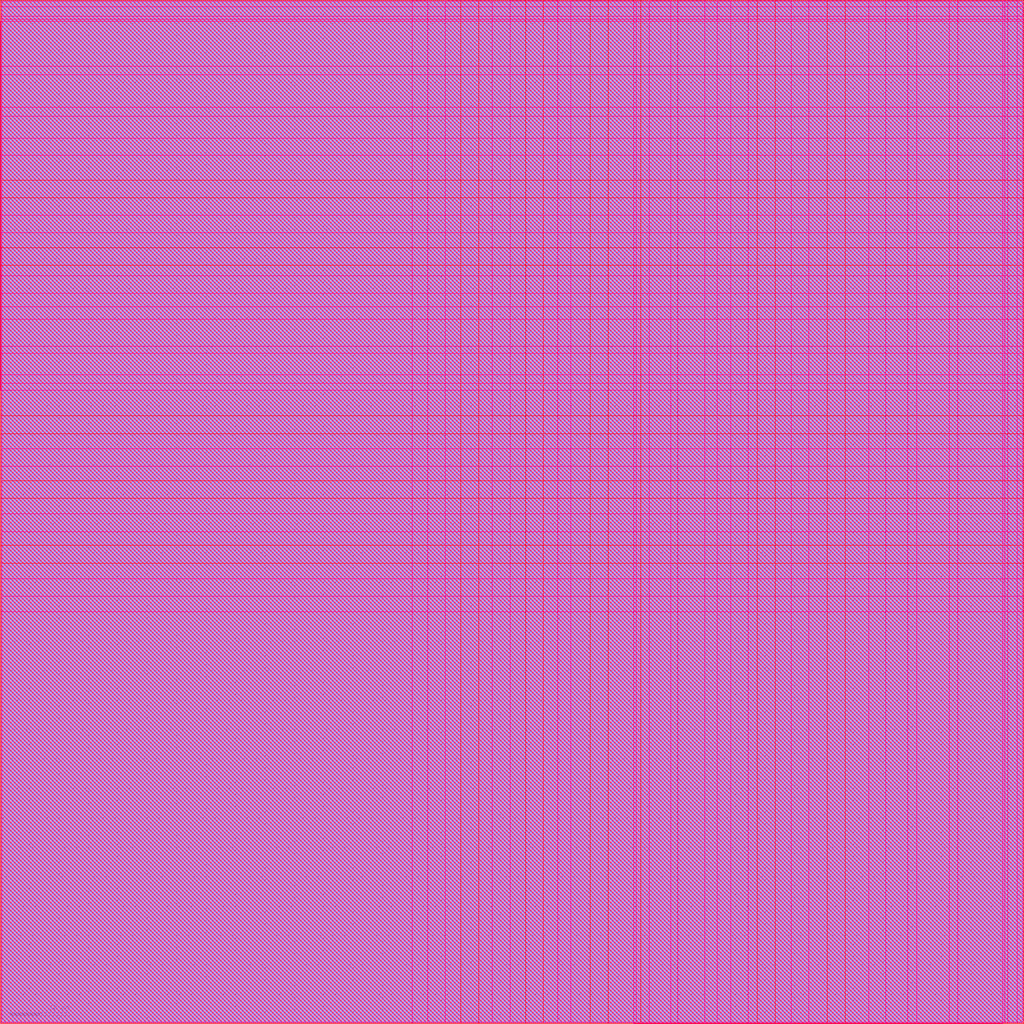
<source format=lef>
SITE  IOSite
    CLASS	PAD ;
    SYMMETRY	Y ;
    SIZE	0.005 BY 174.000 ;
END  IOSite

SITE  CornerSite
    CLASS	PAD ;
    SYMMETRY	R90 Y ;
    SIZE	174.000 BY 174.000 ;
END  CornerSite

MACRO PLESDCLAMP
  CLASS  PAD ;
  FOREIGN PLESDCLAMP 0.000 0.000 ;
  ORIGIN 0.000 0.000 ;
  SIZE 70.000 BY 174.000 ;
  SYMMETRY R90  ;
  SITE IOSite ;
  OBS 
      LAYER M4 ;
        RECT 1.100 1.100 68.900 172.900 ;
      LAYER M1 ;
        RECT 0.000 110.315 0.700 113.895 ;
        RECT 1.100 1.100 68.900 172.900 ;
        RECT 69.300 110.315 70.000 113.895 ;
        RECT 0.000 0.400 70.000 0.700 ;
        RECT 0.000 0.400 0.700 2.300 ;
        RECT 69.300 0.400 70.000 2.300 ;
        RECT 0.000 12.300 0.700 13.100 ;
        RECT 69.300 12.300 70.000 13.100 ;
        RECT 0.000 23.100 0.700 23.900 ;
        RECT 69.300 23.100 70.000 23.900 ;
        RECT 0.000 33.900 0.700 37.100 ;
        RECT 69.300 33.900 70.000 37.100 ;
        RECT 0.000 47.100 0.700 47.900 ;
        RECT 69.300 47.100 70.000 47.900 ;
        RECT 0.000 57.900 0.700 58.700 ;
        RECT 69.300 57.900 70.000 58.700 ;
        RECT 0.000 68.700 0.700 70.700 ;
        RECT 69.300 68.700 70.000 70.700 ;
        RECT 0.000 0.400 0.330 108.815 ;
        RECT 69.670 0.400 70.000 108.815 ;
        RECT 69.300 108.450 70.000 108.815 ;
      LAYER M3 ;
        RECT 1.100 1.100 68.900 172.900 ;
      LAYER M6 ;
        RECT 0.000 171.175 0.700 172.780 ;
        RECT 0.000 162.720 0.700 170.715 ;
        RECT 0.000 155.725 0.700 161.220 ;
        RECT 0.000 150.480 0.700 154.220 ;
        RECT 0.000 137.395 0.700 147.565 ;
        RECT 0.000 127.100 0.700 134.395 ;
        RECT 0.000 121.860 0.700 124.100 ;
        RECT 0.000 115.135 0.700 119.705 ;
        RECT 0.000 110.315 0.700 113.895 ;
        RECT 0.000 97.700 0.700 108.815 ;
        RECT 0.000 86.640 0.700 94.700 ;
        RECT 0.000 75.630 0.700 83.640 ;
        RECT 0.000 70.000 0.700 72.630 ;
        RECT 1.100 1.100 68.900 172.900 ;
        RECT 69.300 171.175 70.000 172.780 ;
        RECT 69.300 162.720 70.000 170.715 ;
        RECT 69.300 155.725 70.000 161.220 ;
        RECT 69.300 150.480 70.000 154.220 ;
        RECT 69.300 137.395 70.000 147.565 ;
        RECT 69.300 127.100 70.000 134.395 ;
        RECT 69.300 121.860 70.000 124.100 ;
        RECT 69.300 115.135 70.000 119.705 ;
        RECT 69.300 110.315 70.000 113.895 ;
        RECT 69.300 97.700 70.000 108.815 ;
        RECT 69.300 86.640 70.000 94.700 ;
        RECT 69.300 75.630 70.000 83.640 ;
        RECT 69.300 70.000 70.000 72.630 ;
      LAYER M5 ;
        RECT 0.000 171.175 0.700 172.780 ;
        RECT 0.000 162.720 0.700 170.715 ;
        RECT 0.000 155.725 0.700 161.220 ;
        RECT 0.000 150.480 0.700 154.220 ;
        RECT 0.000 143.340 0.700 147.565 ;
        RECT 0.000 131.850 0.700 140.340 ;
        RECT 0.000 121.860 0.700 128.850 ;
        RECT 0.000 115.135 0.700 119.705 ;
        RECT 0.000 110.315 0.700 113.895 ;
        RECT 0.000 103.280 0.700 108.815 ;
        RECT 0.000 92.280 0.700 100.280 ;
        RECT 0.000 81.280 0.700 89.280 ;
        RECT 0.000 70.000 0.700 78.280 ;
        RECT 1.100 1.100 68.900 172.900 ;
        RECT 69.300 171.175 70.000 172.780 ;
        RECT 69.300 162.720 70.000 170.715 ;
        RECT 69.300 155.725 70.000 161.220 ;
        RECT 69.300 150.480 70.000 154.220 ;
        RECT 69.300 143.340 70.000 147.565 ;
        RECT 69.300 131.850 70.000 140.340 ;
        RECT 69.300 121.860 70.000 128.850 ;
        RECT 69.300 115.135 70.000 119.705 ;
        RECT 69.300 110.315 70.000 113.895 ;
        RECT 69.300 103.280 70.000 108.815 ;
        RECT 69.300 92.280 70.000 100.280 ;
        RECT 69.300 81.280 70.000 89.280 ;
        RECT 69.300 70.000 70.000 78.280 ;
      LAYER M2 ;
        RECT 1.100 1.100 68.900 172.900 ;
  END 
END PLESDCLAMP

MACRO PLBI2F
  CLASS  PAD ;
  FOREIGN PLBI2F 0.000 0.000 ;
  ORIGIN 0.000 0.000 ;
  SIZE 70.000 BY 174.000 ;
  SYMMETRY R90  ;
  SITE IOSite ;
  PIN P
    DIRECTION INOUT ;
    PORT
      LAYER M4 ;
        RECT 3.000 0.665 67.000 0.700 ;
        RECT 3.010 0.660 66.995 0.700 ;
        RECT 3.010 0.655 66.985 0.700 ;
        RECT 3.020 0.650 66.985 0.700 ;
        RECT 3.020 0.645 66.975 0.700 ;
        RECT 3.030 0.640 66.975 0.700 ;
        RECT 3.030 0.635 66.965 0.700 ;
        RECT 3.040 0.630 66.965 0.700 ;
        RECT 3.040 0.625 66.955 0.700 ;
        RECT 3.050 0.620 66.955 0.700 ;
        RECT 3.050 0.615 66.945 0.700 ;
        RECT 3.060 0.610 66.945 0.700 ;
        RECT 3.060 0.605 66.935 0.700 ;
        RECT 3.070 0.600 66.935 0.700 ;
        RECT 3.070 0.595 66.925 0.700 ;
        RECT 3.080 0.590 66.925 0.700 ;
        RECT 3.080 0.585 66.915 0.700 ;
        RECT 3.090 0.580 66.915 0.700 ;
        RECT 3.090 0.575 66.905 0.700 ;
        RECT 3.100 0.570 66.905 0.700 ;
        RECT 3.100 0.565 66.895 0.700 ;
        RECT 3.110 0.560 66.895 0.700 ;
        RECT 3.110 0.555 66.885 0.700 ;
        RECT 3.120 0.550 66.885 0.700 ;
        RECT 3.120 0.545 66.875 0.700 ;
        RECT 3.130 0.540 66.875 0.700 ;
        RECT 3.130 0.535 66.865 0.700 ;
        RECT 3.140 0.530 66.865 0.700 ;
        RECT 3.140 0.525 66.855 0.700 ;
        RECT 3.150 0.520 66.855 0.700 ;
        RECT 3.150 0.515 66.845 0.700 ;
        RECT 3.160 0.510 66.845 0.700 ;
        RECT 3.160 0.505 66.835 0.700 ;
        RECT 3.170 0.500 66.835 0.700 ;
        RECT 3.170 0.495 66.825 0.700 ;
        RECT 3.180 0.490 66.825 0.700 ;
        RECT 3.180 0.485 66.815 0.700 ;
        RECT 3.190 0.480 66.815 0.700 ;
        RECT 3.190 0.475 66.805 0.700 ;
        RECT 3.200 0.470 66.805 0.700 ;
        RECT 3.200 0.465 66.795 0.700 ;
        RECT 3.210 0.460 66.795 0.700 ;
        RECT 3.210 0.455 66.785 0.700 ;
        RECT 3.220 0.450 66.785 0.700 ;
        RECT 3.220 0.445 66.775 0.700 ;
        RECT 3.230 0.440 66.775 0.700 ;
        RECT 3.230 0.435 66.765 0.700 ;
        RECT 3.240 0.430 66.765 0.700 ;
        RECT 3.240 0.425 66.755 0.700 ;
        RECT 3.250 0.420 66.755 0.700 ;
        RECT 3.250 0.415 66.745 0.700 ;
        RECT 3.260 0.410 66.745 0.700 ;
        RECT 3.260 0.405 66.735 0.700 ;
        RECT 3.270 0.400 66.735 0.700 ;
        RECT 3.270 0.395 66.725 0.700 ;
        RECT 3.280 0.390 66.725 0.700 ;
        RECT 3.280 0.385 66.715 0.700 ;
        RECT 3.290 0.380 66.715 0.700 ;
        RECT 3.290 0.375 66.705 0.700 ;
        RECT 3.300 0.370 66.705 0.700 ;
        RECT 3.300 0.365 66.695 0.700 ;
        RECT 3.310 0.360 66.695 0.700 ;
        RECT 3.310 0.355 66.685 0.700 ;
        RECT 3.320 0.350 66.685 0.700 ;
        RECT 3.320 0.345 66.675 0.700 ;
        RECT 3.330 0.340 66.675 0.700 ;
        RECT 3.330 0.335 66.665 0.700 ;
        RECT 3.340 0.330 66.665 0.700 ;
        RECT 3.340 0.325 66.655 0.700 ;
        RECT 3.350 0.320 66.655 0.700 ;
        RECT 3.350 0.315 66.645 0.700 ;
        RECT 3.360 0.310 66.645 0.700 ;
        RECT 3.360 0.305 66.635 0.700 ;
        RECT 3.370 0.300 66.635 0.700 ;
        RECT 3.370 0.295 66.625 0.700 ;
        RECT 3.380 0.290 66.625 0.700 ;
        RECT 3.380 0.285 66.615 0.700 ;
        RECT 3.390 0.280 66.615 0.700 ;
        RECT 3.390 0.275 66.605 0.700 ;
        RECT 3.400 0.270 66.605 0.700 ;
        RECT 3.400 0.265 66.595 0.700 ;
        RECT 3.410 0.260 66.595 0.700 ;
        RECT 3.410 0.255 66.585 0.700 ;
        RECT 3.420 0.250 66.585 0.700 ;
        RECT 3.420 0.245 66.575 0.700 ;
        RECT 3.430 0.240 66.575 0.700 ;
        RECT 3.430 0.235 66.565 0.700 ;
        RECT 3.440 0.230 66.565 0.700 ;
        RECT 3.440 0.225 66.555 0.700 ;
        RECT 3.450 0.220 66.555 0.700 ;
        RECT 3.450 0.215 66.545 0.700 ;
        RECT 3.460 0.210 66.545 0.700 ;
        RECT 3.460 0.205 66.535 0.700 ;
        RECT 3.470 0.200 66.535 0.700 ;
        RECT 3.470 0.195 66.525 0.700 ;
        RECT 3.480 0.190 66.525 0.700 ;
        RECT 3.480 0.185 66.515 0.700 ;
        RECT 3.490 0.180 66.515 0.700 ;
        RECT 3.490 0.175 66.505 0.700 ;
        RECT 3.500 0.170 66.505 0.700 ;
        RECT 3.500 0.165 66.495 0.700 ;
        RECT 3.510 0.160 66.495 0.700 ;
        RECT 3.510 0.155 66.485 0.700 ;
        RECT 3.520 0.150 66.485 0.700 ;
        RECT 3.520 0.145 66.475 0.700 ;
        RECT 3.530 0.140 66.475 0.700 ;
        RECT 3.530 0.135 66.465 0.700 ;
        RECT 3.540 0.130 66.465 0.700 ;
        RECT 3.540 0.125 66.455 0.700 ;
        RECT 3.550 0.120 66.455 0.700 ;
        RECT 3.550 0.115 66.445 0.700 ;
        RECT 3.560 0.110 66.445 0.700 ;
        RECT 3.560 0.105 66.435 0.700 ;
        RECT 3.570 0.100 66.435 0.700 ;
        RECT 3.570 0.095 66.425 0.700 ;
        RECT 3.580 0.090 66.425 0.700 ;
        RECT 3.580 0.085 66.415 0.700 ;
        RECT 3.590 0.080 66.415 0.700 ;
        RECT 3.590 0.075 66.405 0.700 ;
        RECT 3.600 0.070 66.405 0.700 ;
        RECT 3.600 0.065 66.395 0.700 ;
        RECT 3.610 0.060 66.395 0.700 ;
        RECT 3.610 0.055 66.385 0.700 ;
        RECT 3.620 0.050 66.385 0.700 ;
        RECT 3.620 0.045 66.375 0.700 ;
        RECT 3.630 0.040 66.375 0.700 ;
        RECT 3.630 0.035 66.365 0.700 ;
        RECT 3.640 0.030 66.365 0.700 ;
        RECT 3.640 0.025 66.355 0.700 ;
        RECT 3.650 0.020 66.355 0.700 ;
        RECT 3.650 0.015 66.345 0.700 ;
        RECT 3.660 0.010 66.345 0.700 ;
        RECT 3.660 0.005 66.335 0.700 ;
        RECT 3.665 0.000 66.335 0.700 ;
      LAYER M3 ;
        RECT 3.000 0.665 67.000 0.700 ;
        RECT 3.010 0.660 66.995 0.700 ;
        RECT 3.010 0.655 66.985 0.700 ;
        RECT 3.020 0.650 66.985 0.700 ;
        RECT 3.020 0.645 66.975 0.700 ;
        RECT 3.030 0.640 66.975 0.700 ;
        RECT 3.030 0.635 66.965 0.700 ;
        RECT 3.040 0.630 66.965 0.700 ;
        RECT 3.040 0.625 66.955 0.700 ;
        RECT 3.050 0.620 66.955 0.700 ;
        RECT 3.050 0.615 66.945 0.700 ;
        RECT 3.060 0.610 66.945 0.700 ;
        RECT 3.060 0.605 66.935 0.700 ;
        RECT 3.070 0.600 66.935 0.700 ;
        RECT 3.070 0.595 66.925 0.700 ;
        RECT 3.080 0.590 66.925 0.700 ;
        RECT 3.080 0.585 66.915 0.700 ;
        RECT 3.090 0.580 66.915 0.700 ;
        RECT 3.090 0.575 66.905 0.700 ;
        RECT 3.100 0.570 66.905 0.700 ;
        RECT 3.100 0.565 66.895 0.700 ;
        RECT 3.110 0.560 66.895 0.700 ;
        RECT 3.110 0.555 66.885 0.700 ;
        RECT 3.120 0.550 66.885 0.700 ;
        RECT 3.120 0.545 66.875 0.700 ;
        RECT 3.130 0.540 66.875 0.700 ;
        RECT 3.130 0.535 66.865 0.700 ;
        RECT 3.140 0.530 66.865 0.700 ;
        RECT 3.140 0.525 66.855 0.700 ;
        RECT 3.150 0.520 66.855 0.700 ;
        RECT 3.150 0.515 66.845 0.700 ;
        RECT 3.160 0.510 66.845 0.700 ;
        RECT 3.160 0.505 66.835 0.700 ;
        RECT 3.170 0.500 66.835 0.700 ;
        RECT 3.170 0.495 66.825 0.700 ;
        RECT 3.180 0.490 66.825 0.700 ;
        RECT 3.180 0.485 66.815 0.700 ;
        RECT 3.190 0.480 66.815 0.700 ;
        RECT 3.190 0.475 66.805 0.700 ;
        RECT 3.200 0.470 66.805 0.700 ;
        RECT 3.200 0.465 66.795 0.700 ;
        RECT 3.210 0.460 66.795 0.700 ;
        RECT 3.210 0.455 66.785 0.700 ;
        RECT 3.220 0.450 66.785 0.700 ;
        RECT 3.220 0.445 66.775 0.700 ;
        RECT 3.230 0.440 66.775 0.700 ;
        RECT 3.230 0.435 66.765 0.700 ;
        RECT 3.240 0.430 66.765 0.700 ;
        RECT 3.240 0.425 66.755 0.700 ;
        RECT 3.250 0.420 66.755 0.700 ;
        RECT 3.250 0.415 66.745 0.700 ;
        RECT 3.260 0.410 66.745 0.700 ;
        RECT 3.260 0.405 66.735 0.700 ;
        RECT 3.270 0.400 66.735 0.700 ;
        RECT 3.270 0.395 66.725 0.700 ;
        RECT 3.280 0.390 66.725 0.700 ;
        RECT 3.280 0.385 66.715 0.700 ;
        RECT 3.290 0.380 66.715 0.700 ;
        RECT 3.290 0.375 66.705 0.700 ;
        RECT 3.300 0.370 66.705 0.700 ;
        RECT 3.300 0.365 66.695 0.700 ;
        RECT 3.310 0.360 66.695 0.700 ;
        RECT 3.310 0.355 66.685 0.700 ;
        RECT 3.320 0.350 66.685 0.700 ;
        RECT 3.320 0.345 66.675 0.700 ;
        RECT 3.330 0.340 66.675 0.700 ;
        RECT 3.330 0.335 66.665 0.700 ;
        RECT 3.340 0.330 66.665 0.700 ;
        RECT 3.340 0.325 66.655 0.700 ;
        RECT 3.350 0.320 66.655 0.700 ;
        RECT 3.350 0.315 66.645 0.700 ;
        RECT 3.360 0.310 66.645 0.700 ;
        RECT 3.360 0.305 66.635 0.700 ;
        RECT 3.370 0.300 66.635 0.700 ;
        RECT 3.370 0.295 66.625 0.700 ;
        RECT 3.380 0.290 66.625 0.700 ;
        RECT 3.380 0.285 66.615 0.700 ;
        RECT 3.390 0.280 66.615 0.700 ;
        RECT 3.390 0.275 66.605 0.700 ;
        RECT 3.400 0.270 66.605 0.700 ;
        RECT 3.400 0.265 66.595 0.700 ;
        RECT 3.410 0.260 66.595 0.700 ;
        RECT 3.410 0.255 66.585 0.700 ;
        RECT 3.420 0.250 66.585 0.700 ;
        RECT 3.420 0.245 66.575 0.700 ;
        RECT 3.430 0.240 66.575 0.700 ;
        RECT 3.430 0.235 66.565 0.700 ;
        RECT 3.440 0.230 66.565 0.700 ;
        RECT 3.440 0.225 66.555 0.700 ;
        RECT 3.450 0.220 66.555 0.700 ;
        RECT 3.450 0.215 66.545 0.700 ;
        RECT 3.460 0.210 66.545 0.700 ;
        RECT 3.460 0.205 66.535 0.700 ;
        RECT 3.470 0.200 66.535 0.700 ;
        RECT 3.470 0.195 66.525 0.700 ;
        RECT 3.480 0.190 66.525 0.700 ;
        RECT 3.480 0.185 66.515 0.700 ;
        RECT 3.490 0.180 66.515 0.700 ;
        RECT 3.490 0.175 66.505 0.700 ;
        RECT 3.500 0.170 66.505 0.700 ;
        RECT 3.500 0.165 66.495 0.700 ;
        RECT 3.510 0.160 66.495 0.700 ;
        RECT 3.510 0.155 66.485 0.700 ;
        RECT 3.520 0.150 66.485 0.700 ;
        RECT 3.520 0.145 66.475 0.700 ;
        RECT 3.530 0.140 66.475 0.700 ;
        RECT 3.530 0.135 66.465 0.700 ;
        RECT 3.540 0.130 66.465 0.700 ;
        RECT 3.540 0.125 66.455 0.700 ;
        RECT 3.550 0.120 66.455 0.700 ;
        RECT 3.550 0.115 66.445 0.700 ;
        RECT 3.560 0.110 66.445 0.700 ;
        RECT 3.560 0.105 66.435 0.700 ;
        RECT 3.570 0.100 66.435 0.700 ;
        RECT 3.570 0.095 66.425 0.700 ;
        RECT 3.580 0.090 66.425 0.700 ;
        RECT 3.580 0.085 66.415 0.700 ;
        RECT 3.590 0.080 66.415 0.700 ;
        RECT 3.590 0.075 66.405 0.700 ;
        RECT 3.600 0.070 66.405 0.700 ;
        RECT 3.600 0.065 66.395 0.700 ;
        RECT 3.610 0.060 66.395 0.700 ;
        RECT 3.610 0.055 66.385 0.700 ;
        RECT 3.620 0.050 66.385 0.700 ;
        RECT 3.620 0.045 66.375 0.700 ;
        RECT 3.630 0.040 66.375 0.700 ;
        RECT 3.630 0.035 66.365 0.700 ;
        RECT 3.640 0.030 66.365 0.700 ;
        RECT 3.640 0.025 66.355 0.700 ;
        RECT 3.650 0.020 66.355 0.700 ;
        RECT 3.650 0.015 66.345 0.700 ;
        RECT 3.660 0.010 66.345 0.700 ;
        RECT 3.660 0.005 66.335 0.700 ;
        RECT 3.665 0.000 66.335 0.700 ;
      LAYER M2 ;
        RECT 3.000 0.665 67.000 0.700 ;
        RECT 3.010 0.660 66.995 0.700 ;
        RECT 3.010 0.655 66.985 0.700 ;
        RECT 3.020 0.650 66.985 0.700 ;
        RECT 3.020 0.645 66.975 0.700 ;
        RECT 3.030 0.640 66.975 0.700 ;
        RECT 3.030 0.635 66.965 0.700 ;
        RECT 3.040 0.630 66.965 0.700 ;
        RECT 3.040 0.625 66.955 0.700 ;
        RECT 3.050 0.620 66.955 0.700 ;
        RECT 3.050 0.615 66.945 0.700 ;
        RECT 3.060 0.610 66.945 0.700 ;
        RECT 3.060 0.605 66.935 0.700 ;
        RECT 3.070 0.600 66.935 0.700 ;
        RECT 3.070 0.595 66.925 0.700 ;
        RECT 3.080 0.590 66.925 0.700 ;
        RECT 3.080 0.585 66.915 0.700 ;
        RECT 3.090 0.580 66.915 0.700 ;
        RECT 3.090 0.575 66.905 0.700 ;
        RECT 3.100 0.570 66.905 0.700 ;
        RECT 3.100 0.565 66.895 0.700 ;
        RECT 3.110 0.560 66.895 0.700 ;
        RECT 3.110 0.555 66.885 0.700 ;
        RECT 3.120 0.550 66.885 0.700 ;
        RECT 3.120 0.545 66.875 0.700 ;
        RECT 3.130 0.540 66.875 0.700 ;
        RECT 3.130 0.535 66.865 0.700 ;
        RECT 3.140 0.530 66.865 0.700 ;
        RECT 3.140 0.525 66.855 0.700 ;
        RECT 3.150 0.520 66.855 0.700 ;
        RECT 3.150 0.515 66.845 0.700 ;
        RECT 3.160 0.510 66.845 0.700 ;
        RECT 3.160 0.505 66.835 0.700 ;
        RECT 3.170 0.500 66.835 0.700 ;
        RECT 3.170 0.495 66.825 0.700 ;
        RECT 3.180 0.490 66.825 0.700 ;
        RECT 3.180 0.485 66.815 0.700 ;
        RECT 3.190 0.480 66.815 0.700 ;
        RECT 3.190 0.475 66.805 0.700 ;
        RECT 3.200 0.470 66.805 0.700 ;
        RECT 3.200 0.465 66.795 0.700 ;
        RECT 3.210 0.460 66.795 0.700 ;
        RECT 3.210 0.455 66.785 0.700 ;
        RECT 3.220 0.450 66.785 0.700 ;
        RECT 3.220 0.445 66.775 0.700 ;
        RECT 3.230 0.440 66.775 0.700 ;
        RECT 3.230 0.435 66.765 0.700 ;
        RECT 3.240 0.430 66.765 0.700 ;
        RECT 3.240 0.425 66.755 0.700 ;
        RECT 3.250 0.420 66.755 0.700 ;
        RECT 3.250 0.415 66.745 0.700 ;
        RECT 3.260 0.410 66.745 0.700 ;
        RECT 3.260 0.405 66.735 0.700 ;
        RECT 3.270 0.400 66.735 0.700 ;
        RECT 3.270 0.395 66.725 0.700 ;
        RECT 3.280 0.390 66.725 0.700 ;
        RECT 3.280 0.385 66.715 0.700 ;
        RECT 3.290 0.380 66.715 0.700 ;
        RECT 3.290 0.375 66.705 0.700 ;
        RECT 3.300 0.370 66.705 0.700 ;
        RECT 3.300 0.365 66.695 0.700 ;
        RECT 3.310 0.360 66.695 0.700 ;
        RECT 3.310 0.355 66.685 0.700 ;
        RECT 3.320 0.350 66.685 0.700 ;
        RECT 3.320 0.345 66.675 0.700 ;
        RECT 3.330 0.340 66.675 0.700 ;
        RECT 3.330 0.335 66.665 0.700 ;
        RECT 3.340 0.330 66.665 0.700 ;
        RECT 3.340 0.325 66.655 0.700 ;
        RECT 3.350 0.320 66.655 0.700 ;
        RECT 3.350 0.315 66.645 0.700 ;
        RECT 3.360 0.310 66.645 0.700 ;
        RECT 3.360 0.305 66.635 0.700 ;
        RECT 3.370 0.300 66.635 0.700 ;
        RECT 3.370 0.295 66.625 0.700 ;
        RECT 3.380 0.290 66.625 0.700 ;
        RECT 3.380 0.285 66.615 0.700 ;
        RECT 3.390 0.280 66.615 0.700 ;
        RECT 3.390 0.275 66.605 0.700 ;
        RECT 3.400 0.270 66.605 0.700 ;
        RECT 3.400 0.265 66.595 0.700 ;
        RECT 3.410 0.260 66.595 0.700 ;
        RECT 3.410 0.255 66.585 0.700 ;
        RECT 3.420 0.250 66.585 0.700 ;
        RECT 3.420 0.245 66.575 0.700 ;
        RECT 3.430 0.240 66.575 0.700 ;
        RECT 3.430 0.235 66.565 0.700 ;
        RECT 3.440 0.230 66.565 0.700 ;
        RECT 3.440 0.225 66.555 0.700 ;
        RECT 3.450 0.220 66.555 0.700 ;
        RECT 3.450 0.215 66.545 0.700 ;
        RECT 3.460 0.210 66.545 0.700 ;
        RECT 3.460 0.205 66.535 0.700 ;
        RECT 3.470 0.200 66.535 0.700 ;
        RECT 3.470 0.195 66.525 0.700 ;
        RECT 3.480 0.190 66.525 0.700 ;
        RECT 3.480 0.185 66.515 0.700 ;
        RECT 3.490 0.180 66.515 0.700 ;
        RECT 3.490 0.175 66.505 0.700 ;
        RECT 3.500 0.170 66.505 0.700 ;
        RECT 3.500 0.165 66.495 0.700 ;
        RECT 3.510 0.160 66.495 0.700 ;
        RECT 3.510 0.155 66.485 0.700 ;
        RECT 3.520 0.150 66.485 0.700 ;
        RECT 3.520 0.145 66.475 0.700 ;
        RECT 3.530 0.140 66.475 0.700 ;
        RECT 3.530 0.135 66.465 0.700 ;
        RECT 3.540 0.130 66.465 0.700 ;
        RECT 3.540 0.125 66.455 0.700 ;
        RECT 3.550 0.120 66.455 0.700 ;
        RECT 3.550 0.115 66.445 0.700 ;
        RECT 3.560 0.110 66.445 0.700 ;
        RECT 3.560 0.105 66.435 0.700 ;
        RECT 3.570 0.100 66.435 0.700 ;
        RECT 3.570 0.095 66.425 0.700 ;
        RECT 3.580 0.090 66.425 0.700 ;
        RECT 3.580 0.085 66.415 0.700 ;
        RECT 3.590 0.080 66.415 0.700 ;
        RECT 3.590 0.075 66.405 0.700 ;
        RECT 3.600 0.070 66.405 0.700 ;
        RECT 3.600 0.065 66.395 0.700 ;
        RECT 3.610 0.060 66.395 0.700 ;
        RECT 3.610 0.055 66.385 0.700 ;
        RECT 3.620 0.050 66.385 0.700 ;
        RECT 3.620 0.045 66.375 0.700 ;
        RECT 3.630 0.040 66.375 0.700 ;
        RECT 3.630 0.035 66.365 0.700 ;
        RECT 3.640 0.030 66.365 0.700 ;
        RECT 3.640 0.025 66.355 0.700 ;
        RECT 3.650 0.020 66.355 0.700 ;
        RECT 3.650 0.015 66.345 0.700 ;
        RECT 3.660 0.010 66.345 0.700 ;
        RECT 3.660 0.005 66.335 0.700 ;
        RECT 3.665 0.000 66.335 0.700 ;
      LAYER M6 ;
        RECT 3.000 0.665 67.000 0.700 ;
        RECT 3.010 0.660 66.995 0.700 ;
        RECT 3.010 0.655 66.985 0.700 ;
        RECT 3.020 0.650 66.985 0.700 ;
        RECT 3.020 0.645 66.975 0.700 ;
        RECT 3.030 0.640 66.975 0.700 ;
        RECT 3.030 0.635 66.965 0.700 ;
        RECT 3.040 0.630 66.965 0.700 ;
        RECT 3.040 0.625 66.955 0.700 ;
        RECT 3.050 0.620 66.955 0.700 ;
        RECT 3.050 0.615 66.945 0.700 ;
        RECT 3.060 0.610 66.945 0.700 ;
        RECT 3.060 0.605 66.935 0.700 ;
        RECT 3.070 0.600 66.935 0.700 ;
        RECT 3.070 0.595 66.925 0.700 ;
        RECT 3.080 0.590 66.925 0.700 ;
        RECT 3.080 0.585 66.915 0.700 ;
        RECT 3.090 0.580 66.915 0.700 ;
        RECT 3.090 0.575 66.905 0.700 ;
        RECT 3.100 0.570 66.905 0.700 ;
        RECT 3.100 0.565 66.895 0.700 ;
        RECT 3.110 0.560 66.895 0.700 ;
        RECT 3.110 0.555 66.885 0.700 ;
        RECT 3.120 0.550 66.885 0.700 ;
        RECT 3.120 0.545 66.875 0.700 ;
        RECT 3.130 0.540 66.875 0.700 ;
        RECT 3.130 0.535 66.865 0.700 ;
        RECT 3.140 0.530 66.865 0.700 ;
        RECT 3.140 0.525 66.855 0.700 ;
        RECT 3.150 0.520 66.855 0.700 ;
        RECT 3.150 0.515 66.845 0.700 ;
        RECT 3.160 0.510 66.845 0.700 ;
        RECT 3.160 0.505 66.835 0.700 ;
        RECT 3.170 0.500 66.835 0.700 ;
        RECT 3.170 0.495 66.825 0.700 ;
        RECT 3.180 0.490 66.825 0.700 ;
        RECT 3.180 0.485 66.815 0.700 ;
        RECT 3.190 0.480 66.815 0.700 ;
        RECT 3.190 0.475 66.805 0.700 ;
        RECT 3.200 0.470 66.805 0.700 ;
        RECT 3.200 0.465 66.795 0.700 ;
        RECT 3.210 0.460 66.795 0.700 ;
        RECT 3.210 0.455 66.785 0.700 ;
        RECT 3.220 0.450 66.785 0.700 ;
        RECT 3.220 0.445 66.775 0.700 ;
        RECT 3.230 0.440 66.775 0.700 ;
        RECT 3.230 0.435 66.765 0.700 ;
        RECT 3.240 0.430 66.765 0.700 ;
        RECT 3.240 0.425 66.755 0.700 ;
        RECT 3.250 0.420 66.755 0.700 ;
        RECT 3.250 0.415 66.745 0.700 ;
        RECT 3.260 0.410 66.745 0.700 ;
        RECT 3.260 0.405 66.735 0.700 ;
        RECT 3.270 0.400 66.735 0.700 ;
        RECT 3.270 0.395 66.725 0.700 ;
        RECT 3.280 0.390 66.725 0.700 ;
        RECT 3.280 0.385 66.715 0.700 ;
        RECT 3.290 0.380 66.715 0.700 ;
        RECT 3.290 0.375 66.705 0.700 ;
        RECT 3.300 0.370 66.705 0.700 ;
        RECT 3.300 0.365 66.695 0.700 ;
        RECT 3.310 0.360 66.695 0.700 ;
        RECT 3.310 0.355 66.685 0.700 ;
        RECT 3.320 0.350 66.685 0.700 ;
        RECT 3.320 0.345 66.675 0.700 ;
        RECT 3.330 0.340 66.675 0.700 ;
        RECT 3.330 0.335 66.665 0.700 ;
        RECT 3.340 0.330 66.665 0.700 ;
        RECT 3.340 0.325 66.655 0.700 ;
        RECT 3.350 0.320 66.655 0.700 ;
        RECT 3.350 0.315 66.645 0.700 ;
        RECT 3.360 0.310 66.645 0.700 ;
        RECT 3.360 0.305 66.635 0.700 ;
        RECT 3.370 0.300 66.635 0.700 ;
        RECT 3.370 0.295 66.625 0.700 ;
        RECT 3.380 0.290 66.625 0.700 ;
        RECT 3.380 0.285 66.615 0.700 ;
        RECT 3.390 0.280 66.615 0.700 ;
        RECT 3.390 0.275 66.605 0.700 ;
        RECT 3.400 0.270 66.605 0.700 ;
        RECT 3.400 0.265 66.595 0.700 ;
        RECT 3.410 0.260 66.595 0.700 ;
        RECT 3.410 0.255 66.585 0.700 ;
        RECT 3.420 0.250 66.585 0.700 ;
        RECT 3.420 0.245 66.575 0.700 ;
        RECT 3.430 0.240 66.575 0.700 ;
        RECT 3.430 0.235 66.565 0.700 ;
        RECT 3.440 0.230 66.565 0.700 ;
        RECT 3.440 0.225 66.555 0.700 ;
        RECT 3.450 0.220 66.555 0.700 ;
        RECT 3.450 0.215 66.545 0.700 ;
        RECT 3.460 0.210 66.545 0.700 ;
        RECT 3.460 0.205 66.535 0.700 ;
        RECT 3.470 0.200 66.535 0.700 ;
        RECT 3.470 0.195 66.525 0.700 ;
        RECT 3.480 0.190 66.525 0.700 ;
        RECT 3.480 0.185 66.515 0.700 ;
        RECT 3.490 0.180 66.515 0.700 ;
        RECT 3.490 0.175 66.505 0.700 ;
        RECT 3.500 0.170 66.505 0.700 ;
        RECT 3.500 0.165 66.495 0.700 ;
        RECT 3.510 0.160 66.495 0.700 ;
        RECT 3.510 0.155 66.485 0.700 ;
        RECT 3.520 0.150 66.485 0.700 ;
        RECT 3.520 0.145 66.475 0.700 ;
        RECT 3.530 0.140 66.475 0.700 ;
        RECT 3.530 0.135 66.465 0.700 ;
        RECT 3.540 0.130 66.465 0.700 ;
        RECT 3.540 0.125 66.455 0.700 ;
        RECT 3.550 0.120 66.455 0.700 ;
        RECT 3.550 0.115 66.445 0.700 ;
        RECT 3.560 0.110 66.445 0.700 ;
        RECT 3.560 0.105 66.435 0.700 ;
        RECT 3.570 0.100 66.435 0.700 ;
        RECT 3.570 0.095 66.425 0.700 ;
        RECT 3.580 0.090 66.425 0.700 ;
        RECT 3.580 0.085 66.415 0.700 ;
        RECT 3.590 0.080 66.415 0.700 ;
        RECT 3.590 0.075 66.405 0.700 ;
        RECT 3.600 0.070 66.405 0.700 ;
        RECT 3.600 0.065 66.395 0.700 ;
        RECT 3.610 0.060 66.395 0.700 ;
        RECT 3.610 0.055 66.385 0.700 ;
        RECT 3.620 0.050 66.385 0.700 ;
        RECT 3.620 0.045 66.375 0.700 ;
        RECT 3.630 0.040 66.375 0.700 ;
        RECT 3.630 0.035 66.365 0.700 ;
        RECT 3.640 0.030 66.365 0.700 ;
        RECT 3.640 0.025 66.355 0.700 ;
        RECT 3.650 0.020 66.355 0.700 ;
        RECT 3.650 0.015 66.345 0.700 ;
        RECT 3.660 0.010 66.345 0.700 ;
        RECT 3.660 0.005 66.335 0.700 ;
        RECT 3.665 0.000 66.335 0.700 ;
      LAYER M5 ;
        RECT 3.000 0.665 67.000 0.700 ;
        RECT 3.010 0.660 66.995 0.700 ;
        RECT 3.010 0.655 66.985 0.700 ;
        RECT 3.020 0.650 66.985 0.700 ;
        RECT 3.020 0.645 66.975 0.700 ;
        RECT 3.030 0.640 66.975 0.700 ;
        RECT 3.030 0.635 66.965 0.700 ;
        RECT 3.040 0.630 66.965 0.700 ;
        RECT 3.040 0.625 66.955 0.700 ;
        RECT 3.050 0.620 66.955 0.700 ;
        RECT 3.050 0.615 66.945 0.700 ;
        RECT 3.060 0.610 66.945 0.700 ;
        RECT 3.060 0.605 66.935 0.700 ;
        RECT 3.070 0.600 66.935 0.700 ;
        RECT 3.070 0.595 66.925 0.700 ;
        RECT 3.080 0.590 66.925 0.700 ;
        RECT 3.080 0.585 66.915 0.700 ;
        RECT 3.090 0.580 66.915 0.700 ;
        RECT 3.090 0.575 66.905 0.700 ;
        RECT 3.100 0.570 66.905 0.700 ;
        RECT 3.100 0.565 66.895 0.700 ;
        RECT 3.110 0.560 66.895 0.700 ;
        RECT 3.110 0.555 66.885 0.700 ;
        RECT 3.120 0.550 66.885 0.700 ;
        RECT 3.120 0.545 66.875 0.700 ;
        RECT 3.130 0.540 66.875 0.700 ;
        RECT 3.130 0.535 66.865 0.700 ;
        RECT 3.140 0.530 66.865 0.700 ;
        RECT 3.140 0.525 66.855 0.700 ;
        RECT 3.150 0.520 66.855 0.700 ;
        RECT 3.150 0.515 66.845 0.700 ;
        RECT 3.160 0.510 66.845 0.700 ;
        RECT 3.160 0.505 66.835 0.700 ;
        RECT 3.170 0.500 66.835 0.700 ;
        RECT 3.170 0.495 66.825 0.700 ;
        RECT 3.180 0.490 66.825 0.700 ;
        RECT 3.180 0.485 66.815 0.700 ;
        RECT 3.190 0.480 66.815 0.700 ;
        RECT 3.190 0.475 66.805 0.700 ;
        RECT 3.200 0.470 66.805 0.700 ;
        RECT 3.200 0.465 66.795 0.700 ;
        RECT 3.210 0.460 66.795 0.700 ;
        RECT 3.210 0.455 66.785 0.700 ;
        RECT 3.220 0.450 66.785 0.700 ;
        RECT 3.220 0.445 66.775 0.700 ;
        RECT 3.230 0.440 66.775 0.700 ;
        RECT 3.230 0.435 66.765 0.700 ;
        RECT 3.240 0.430 66.765 0.700 ;
        RECT 3.240 0.425 66.755 0.700 ;
        RECT 3.250 0.420 66.755 0.700 ;
        RECT 3.250 0.415 66.745 0.700 ;
        RECT 3.260 0.410 66.745 0.700 ;
        RECT 3.260 0.405 66.735 0.700 ;
        RECT 3.270 0.400 66.735 0.700 ;
        RECT 3.270 0.395 66.725 0.700 ;
        RECT 3.280 0.390 66.725 0.700 ;
        RECT 3.280 0.385 66.715 0.700 ;
        RECT 3.290 0.380 66.715 0.700 ;
        RECT 3.290 0.375 66.705 0.700 ;
        RECT 3.300 0.370 66.705 0.700 ;
        RECT 3.300 0.365 66.695 0.700 ;
        RECT 3.310 0.360 66.695 0.700 ;
        RECT 3.310 0.355 66.685 0.700 ;
        RECT 3.320 0.350 66.685 0.700 ;
        RECT 3.320 0.345 66.675 0.700 ;
        RECT 3.330 0.340 66.675 0.700 ;
        RECT 3.330 0.335 66.665 0.700 ;
        RECT 3.340 0.330 66.665 0.700 ;
        RECT 3.340 0.325 66.655 0.700 ;
        RECT 3.350 0.320 66.655 0.700 ;
        RECT 3.350 0.315 66.645 0.700 ;
        RECT 3.360 0.310 66.645 0.700 ;
        RECT 3.360 0.305 66.635 0.700 ;
        RECT 3.370 0.300 66.635 0.700 ;
        RECT 3.370 0.295 66.625 0.700 ;
        RECT 3.380 0.290 66.625 0.700 ;
        RECT 3.380 0.285 66.615 0.700 ;
        RECT 3.390 0.280 66.615 0.700 ;
        RECT 3.390 0.275 66.605 0.700 ;
        RECT 3.400 0.270 66.605 0.700 ;
        RECT 3.400 0.265 66.595 0.700 ;
        RECT 3.410 0.260 66.595 0.700 ;
        RECT 3.410 0.255 66.585 0.700 ;
        RECT 3.420 0.250 66.585 0.700 ;
        RECT 3.420 0.245 66.575 0.700 ;
        RECT 3.430 0.240 66.575 0.700 ;
        RECT 3.430 0.235 66.565 0.700 ;
        RECT 3.440 0.230 66.565 0.700 ;
        RECT 3.440 0.225 66.555 0.700 ;
        RECT 3.450 0.220 66.555 0.700 ;
        RECT 3.450 0.215 66.545 0.700 ;
        RECT 3.460 0.210 66.545 0.700 ;
        RECT 3.460 0.205 66.535 0.700 ;
        RECT 3.470 0.200 66.535 0.700 ;
        RECT 3.470 0.195 66.525 0.700 ;
        RECT 3.480 0.190 66.525 0.700 ;
        RECT 3.480 0.185 66.515 0.700 ;
        RECT 3.490 0.180 66.515 0.700 ;
        RECT 3.490 0.175 66.505 0.700 ;
        RECT 3.500 0.170 66.505 0.700 ;
        RECT 3.500 0.165 66.495 0.700 ;
        RECT 3.510 0.160 66.495 0.700 ;
        RECT 3.510 0.155 66.485 0.700 ;
        RECT 3.520 0.150 66.485 0.700 ;
        RECT 3.520 0.145 66.475 0.700 ;
        RECT 3.530 0.140 66.475 0.700 ;
        RECT 3.530 0.135 66.465 0.700 ;
        RECT 3.540 0.130 66.465 0.700 ;
        RECT 3.540 0.125 66.455 0.700 ;
        RECT 3.550 0.120 66.455 0.700 ;
        RECT 3.550 0.115 66.445 0.700 ;
        RECT 3.560 0.110 66.445 0.700 ;
        RECT 3.560 0.105 66.435 0.700 ;
        RECT 3.570 0.100 66.435 0.700 ;
        RECT 3.570 0.095 66.425 0.700 ;
        RECT 3.580 0.090 66.425 0.700 ;
        RECT 3.580 0.085 66.415 0.700 ;
        RECT 3.590 0.080 66.415 0.700 ;
        RECT 3.590 0.075 66.405 0.700 ;
        RECT 3.600 0.070 66.405 0.700 ;
        RECT 3.600 0.065 66.395 0.700 ;
        RECT 3.610 0.060 66.395 0.700 ;
        RECT 3.610 0.055 66.385 0.700 ;
        RECT 3.620 0.050 66.385 0.700 ;
        RECT 3.620 0.045 66.375 0.700 ;
        RECT 3.630 0.040 66.375 0.700 ;
        RECT 3.630 0.035 66.365 0.700 ;
        RECT 3.640 0.030 66.365 0.700 ;
        RECT 3.640 0.025 66.355 0.700 ;
        RECT 3.650 0.020 66.355 0.700 ;
        RECT 3.650 0.015 66.345 0.700 ;
        RECT 3.660 0.010 66.345 0.700 ;
        RECT 3.660 0.005 66.335 0.700 ;
        RECT 3.665 0.000 66.335 0.700 ;
    END
  END P
  PIN A
    DIRECTION INPUT ;
    PORT
      LAYER M4 ;
        RECT 9.200 173.380 10.200 174.000 ;
      LAYER V3 ;
        RECT 9.400 173.800 9.590 173.990 ;
        RECT 9.400 173.390 9.590 173.580 ;
        RECT 9.810 173.800 10.000 173.990 ;
        RECT 9.810 173.390 10.000 173.580 ;
      LAYER M3 ;
        RECT 9.200 173.380 10.200 174.000 ;
      LAYER V2 ;
        RECT 9.400 173.800 9.590 173.990 ;
        RECT 9.400 173.390 9.590 173.580 ;
        RECT 9.810 173.800 10.000 173.990 ;
        RECT 9.810 173.390 10.000 173.580 ;
      LAYER M2 ;
        RECT 9.600 173.300 9.800 174.000 ;
        RECT 9.200 173.380 10.200 174.000 ;
      LAYER V1 ;
        RECT 9.400 173.800 9.590 173.990 ;
        RECT 9.400 173.390 9.590 173.580 ;
        RECT 9.810 173.800 10.000 173.990 ;
        RECT 9.810 173.390 10.000 173.580 ;
      LAYER M1 ;
        RECT 9.200 173.380 10.200 174.000 ;
      LAYER M6 ;
        RECT 9.200 173.380 10.200 174.000 ;
      LAYER V5 ;
        RECT 9.520 173.515 9.880 173.875 ;
      LAYER M5 ;
        RECT 9.200 173.380 10.200 174.000 ;
      LAYER V4 ;
        RECT 9.400 173.800 9.590 173.990 ;
        RECT 9.400 173.390 9.590 173.580 ;
        RECT 9.810 173.800 10.000 173.990 ;
        RECT 9.810 173.390 10.000 173.580 ;
    END
  END A
  PIN D
    DIRECTION OUTPUT ;
    PORT
      LAYER M4 ;
        RECT 65.920 173.380 66.920 174.000 ;
      LAYER V3 ;
        RECT 66.120 173.800 66.310 173.990 ;
        RECT 66.120 173.390 66.310 173.580 ;
        RECT 66.530 173.800 66.720 173.990 ;
        RECT 66.530 173.390 66.720 173.580 ;
      LAYER M3 ;
        RECT 65.920 173.380 66.920 174.000 ;
      LAYER V2 ;
        RECT 66.120 173.800 66.310 173.990 ;
        RECT 66.120 173.390 66.310 173.580 ;
        RECT 66.530 173.800 66.720 173.990 ;
        RECT 66.530 173.390 66.720 173.580 ;
      LAYER M2 ;
        RECT 66.320 173.300 66.520 174.000 ;
        RECT 65.920 173.380 66.920 174.000 ;
      LAYER V1 ;
        RECT 66.120 173.800 66.310 173.990 ;
        RECT 66.120 173.390 66.310 173.580 ;
        RECT 66.530 173.800 66.720 173.990 ;
        RECT 66.530 173.390 66.720 173.580 ;
      LAYER M1 ;
        RECT 65.920 173.380 66.920 174.000 ;
      LAYER M6 ;
        RECT 65.920 173.380 66.920 174.000 ;
      LAYER V5 ;
        RECT 66.240 173.515 66.600 173.875 ;
      LAYER M5 ;
        RECT 65.920 173.380 66.920 174.000 ;
      LAYER V4 ;
        RECT 66.120 173.800 66.310 173.990 ;
        RECT 66.120 173.390 66.310 173.580 ;
        RECT 66.530 173.800 66.720 173.990 ;
        RECT 66.530 173.390 66.720 173.580 ;
    END
  END D
  PIN PD
    DIRECTION INPUT ;
    PORT
      LAYER M4 ;
        RECT 21.080 173.380 22.080 174.000 ;
      LAYER V3 ;
        RECT 21.280 173.800 21.470 173.990 ;
        RECT 21.280 173.390 21.470 173.580 ;
        RECT 21.690 173.800 21.880 173.990 ;
        RECT 21.690 173.390 21.880 173.580 ;
      LAYER M3 ;
        RECT 21.080 173.380 22.080 174.000 ;
      LAYER V2 ;
        RECT 21.280 173.800 21.470 173.990 ;
        RECT 21.280 173.390 21.470 173.580 ;
        RECT 21.690 173.800 21.880 173.990 ;
        RECT 21.690 173.390 21.880 173.580 ;
      LAYER M2 ;
        RECT 21.480 173.300 21.680 174.000 ;
        RECT 21.080 173.380 22.080 174.000 ;
      LAYER V1 ;
        RECT 21.280 173.800 21.470 173.990 ;
        RECT 21.280 173.390 21.470 173.580 ;
        RECT 21.690 173.800 21.880 173.990 ;
        RECT 21.690 173.390 21.880 173.580 ;
      LAYER M1 ;
        RECT 21.080 173.380 22.080 174.000 ;
      LAYER M6 ;
        RECT 21.080 173.380 22.080 174.000 ;
      LAYER V5 ;
        RECT 21.400 173.515 21.760 173.875 ;
      LAYER M5 ;
        RECT 21.080 173.380 22.080 174.000 ;
      LAYER V4 ;
        RECT 21.280 173.800 21.470 173.990 ;
        RECT 21.280 173.390 21.470 173.580 ;
        RECT 21.690 173.800 21.880 173.990 ;
        RECT 21.690 173.390 21.880 173.580 ;
    END
  END PD
  PIN SONOF
    DIRECTION INPUT ;
    PORT
      LAYER M4 ;
        RECT 28.225 173.380 29.225 174.000 ;
      LAYER V3 ;
        RECT 28.425 173.800 28.615 173.990 ;
        RECT 28.425 173.390 28.615 173.580 ;
        RECT 28.835 173.800 29.025 173.990 ;
        RECT 28.835 173.390 29.025 173.580 ;
      LAYER M3 ;
        RECT 28.225 173.380 29.225 174.000 ;
      LAYER V2 ;
        RECT 28.425 173.800 28.615 173.990 ;
        RECT 28.425 173.390 28.615 173.580 ;
        RECT 28.835 173.800 29.025 173.990 ;
        RECT 28.835 173.390 29.025 173.580 ;
      LAYER M2 ;
        RECT 28.625 173.300 28.825 174.000 ;
        RECT 28.225 173.380 29.225 174.000 ;
      LAYER V1 ;
        RECT 28.425 173.800 28.615 173.990 ;
        RECT 28.425 173.390 28.615 173.580 ;
        RECT 28.835 173.800 29.025 173.990 ;
        RECT 28.835 173.390 29.025 173.580 ;
      LAYER M1 ;
        RECT 28.225 173.380 29.225 174.000 ;
      LAYER M6 ;
        RECT 28.225 173.380 29.225 174.000 ;
      LAYER V5 ;
        RECT 28.545 173.515 28.905 173.875 ;
      LAYER M5 ;
        RECT 28.225 173.380 29.225 174.000 ;
      LAYER V4 ;
        RECT 28.425 173.800 28.615 173.990 ;
        RECT 28.425 173.390 28.615 173.580 ;
        RECT 28.835 173.800 29.025 173.990 ;
        RECT 28.835 173.390 29.025 173.580 ;
    END
  END SONOF
  PIN PU
    DIRECTION INPUT ;
    PORT
      LAYER M4 ;
        RECT 24.075 173.380 25.075 174.000 ;
      LAYER V3 ;
        RECT 24.275 173.800 24.465 173.990 ;
        RECT 24.275 173.390 24.465 173.580 ;
        RECT 24.685 173.800 24.875 173.990 ;
        RECT 24.685 173.390 24.875 173.580 ;
      LAYER M3 ;
        RECT 24.075 173.380 25.075 174.000 ;
      LAYER V2 ;
        RECT 24.275 173.800 24.465 173.990 ;
        RECT 24.275 173.390 24.465 173.580 ;
        RECT 24.685 173.800 24.875 173.990 ;
        RECT 24.685 173.390 24.875 173.580 ;
      LAYER M2 ;
        RECT 24.475 173.300 24.675 174.000 ;
        RECT 24.075 173.380 25.075 174.000 ;
      LAYER V1 ;
        RECT 24.275 173.800 24.465 173.990 ;
        RECT 24.275 173.390 24.465 173.580 ;
        RECT 24.685 173.800 24.875 173.990 ;
        RECT 24.685 173.390 24.875 173.580 ;
      LAYER M1 ;
        RECT 24.075 173.380 25.075 174.000 ;
      LAYER M6 ;
        RECT 24.075 173.380 25.075 174.000 ;
      LAYER V5 ;
        RECT 24.395 173.515 24.755 173.875 ;
      LAYER M5 ;
        RECT 24.075 173.380 25.075 174.000 ;
      LAYER V4 ;
        RECT 24.275 173.800 24.465 173.990 ;
        RECT 24.275 173.390 24.465 173.580 ;
        RECT 24.685 173.800 24.875 173.990 ;
        RECT 24.685 173.390 24.875 173.580 ;
    END
  END PU
  PIN NEN
    DIRECTION INPUT ;
    PORT
      LAYER M4 ;
        RECT 17.675 173.380 18.675 174.000 ;
      LAYER V3 ;
        RECT 17.875 173.800 18.065 173.990 ;
        RECT 17.875 173.390 18.065 173.580 ;
        RECT 18.285 173.800 18.475 173.990 ;
        RECT 18.285 173.390 18.475 173.580 ;
      LAYER M3 ;
        RECT 17.675 173.380 18.675 174.000 ;
      LAYER V2 ;
        RECT 17.875 173.800 18.065 173.990 ;
        RECT 17.875 173.390 18.065 173.580 ;
        RECT 18.285 173.800 18.475 173.990 ;
        RECT 18.285 173.390 18.475 173.580 ;
      LAYER M2 ;
        RECT 18.075 173.300 18.275 174.000 ;
        RECT 17.675 173.380 18.675 174.000 ;
      LAYER V1 ;
        RECT 17.875 173.800 18.065 173.990 ;
        RECT 17.875 173.390 18.065 173.580 ;
        RECT 18.285 173.800 18.475 173.990 ;
        RECT 18.285 173.390 18.475 173.580 ;
      LAYER M1 ;
        RECT 17.675 173.380 18.675 174.000 ;
      LAYER M6 ;
        RECT 17.675 173.380 18.675 174.000 ;
      LAYER V5 ;
        RECT 17.995 173.515 18.355 173.875 ;
      LAYER M5 ;
        RECT 17.675 173.380 18.675 174.000 ;
      LAYER V4 ;
        RECT 17.875 173.800 18.065 173.990 ;
        RECT 17.875 173.390 18.065 173.580 ;
        RECT 18.285 173.800 18.475 173.990 ;
        RECT 18.285 173.390 18.475 173.580 ;
    END
  END NEN
  PIN PEN
    DIRECTION INPUT ;
    PORT
      LAYER M4 ;
        RECT 13.300 173.380 14.300 174.000 ;
      LAYER V3 ;
        RECT 13.500 173.800 13.690 173.990 ;
        RECT 13.500 173.390 13.690 173.580 ;
        RECT 13.910 173.800 14.100 173.990 ;
        RECT 13.910 173.390 14.100 173.580 ;
      LAYER M3 ;
        RECT 13.300 173.380 14.300 174.000 ;
      LAYER V2 ;
        RECT 13.500 173.800 13.690 173.990 ;
        RECT 13.500 173.390 13.690 173.580 ;
        RECT 13.910 173.800 14.100 173.990 ;
        RECT 13.910 173.390 14.100 173.580 ;
      LAYER M2 ;
        RECT 13.700 173.300 13.900 174.000 ;
        RECT 13.300 173.380 14.300 174.000 ;
      LAYER V1 ;
        RECT 13.500 173.800 13.690 173.990 ;
        RECT 13.500 173.390 13.690 173.580 ;
        RECT 13.910 173.800 14.100 173.990 ;
        RECT 13.910 173.390 14.100 173.580 ;
      LAYER M1 ;
        RECT 13.300 173.380 14.300 174.000 ;
      LAYER M6 ;
        RECT 13.300 173.380 14.300 174.000 ;
      LAYER V5 ;
        RECT 13.620 173.515 13.980 173.875 ;
      LAYER M5 ;
        RECT 13.300 173.380 14.300 174.000 ;
      LAYER V4 ;
        RECT 13.500 173.800 13.690 173.990 ;
        RECT 13.500 173.390 13.690 173.580 ;
        RECT 13.910 173.800 14.100 173.990 ;
        RECT 13.910 173.390 14.100 173.580 ;
    END
  END PEN
  PIN CONOF
    DIRECTION INPUT ;
    PORT
      LAYER M4 ;
        RECT 50.715 173.380 51.715 174.000 ;
      LAYER V3 ;
        RECT 50.915 173.800 51.105 173.990 ;
        RECT 50.915 173.390 51.105 173.580 ;
        RECT 51.325 173.800 51.515 173.990 ;
        RECT 51.325 173.390 51.515 173.580 ;
      LAYER M3 ;
        RECT 50.715 173.380 51.715 174.000 ;
      LAYER V2 ;
        RECT 50.915 173.800 51.105 173.990 ;
        RECT 50.915 173.390 51.105 173.580 ;
        RECT 51.325 173.800 51.515 173.990 ;
        RECT 51.325 173.390 51.515 173.580 ;
      LAYER M2 ;
        RECT 51.115 173.300 51.315 174.000 ;
        RECT 50.715 173.380 51.715 174.000 ;
      LAYER V1 ;
        RECT 50.915 173.800 51.105 173.990 ;
        RECT 50.915 173.390 51.105 173.580 ;
        RECT 51.325 173.800 51.515 173.990 ;
        RECT 51.325 173.390 51.515 173.580 ;
      LAYER M1 ;
        RECT 50.715 173.380 51.715 174.000 ;
      LAYER M6 ;
        RECT 50.715 173.380 51.715 174.000 ;
      LAYER V5 ;
        RECT 51.035 173.515 51.395 173.875 ;
      LAYER M5 ;
        RECT 50.715 173.380 51.715 174.000 ;
      LAYER V4 ;
        RECT 50.915 173.800 51.105 173.990 ;
        RECT 50.915 173.390 51.105 173.580 ;
        RECT 51.325 173.800 51.515 173.990 ;
        RECT 51.325 173.390 51.515 173.580 ;
    END
  END CONOF
  OBS 
      LAYER M4 ;
        RECT 0.160 171.175 0.700 172.780 ;
        RECT 0.160 162.720 0.700 170.465 ;
        RECT 0.160 155.725 0.700 161.220 ;
        RECT 0.160 150.720 0.700 154.220 ;
        RECT 0.160 115.135 0.700 119.705 ;
        RECT 0.160 110.315 0.700 113.895 ;
        RECT 0.160 105.215 0.700 108.815 ;
        RECT 0.160 92.280 0.700 100.280 ;
        RECT 0.160 81.280 0.700 89.280 ;
        RECT 0.160 70.000 0.700 78.280 ;
        RECT 1.100 1.100 68.900 172.900 ;
        RECT 69.430 110.315 69.630 113.895 ;
        RECT 69.430 105.215 69.630 108.815 ;
        RECT 69.300 171.175 69.840 172.780 ;
        RECT 69.300 162.720 69.840 170.465 ;
        RECT 69.300 92.280 69.840 100.280 ;
        RECT 69.300 81.280 69.840 89.280 ;
        RECT 69.300 70.000 69.840 78.280 ;
        RECT 69.300 155.725 69.850 161.220 ;
      LAYER M1 ;
        RECT 0.000 171.175 0.700 172.780 ;
        RECT 0.000 162.720 0.700 170.715 ;
        RECT 0.000 155.725 0.700 161.220 ;
        RECT 0.000 115.135 0.700 154.220 ;
        RECT 0.000 110.315 0.700 113.895 ;
        RECT 0.000 70.000 0.700 108.815 ;
        RECT 1.100 1.100 68.900 172.900 ;
        RECT 69.300 171.175 70.000 172.780 ;
        RECT 69.300 162.720 70.000 170.715 ;
        RECT 69.300 155.725 70.000 161.220 ;
        RECT 69.300 115.135 70.000 115.855 ;
        RECT 69.300 152.430 70.000 152.730 ;
        RECT 69.640 115.135 70.000 154.220 ;
        RECT 69.300 153.920 70.000 154.220 ;
        RECT 69.300 110.315 70.000 113.895 ;
        RECT 69.300 70.000 70.000 108.815 ;
      LAYER M3 ;
        RECT 0.160 171.175 0.700 172.780 ;
        RECT 0.160 162.720 0.700 170.465 ;
        RECT 0.160 155.725 0.700 161.220 ;
        RECT 0.160 150.720 0.700 154.220 ;
        RECT 0.160 115.135 0.700 119.705 ;
        RECT 0.160 110.315 0.700 113.895 ;
        RECT 0.160 105.215 0.700 108.815 ;
        RECT 0.160 92.280 0.700 100.280 ;
        RECT 0.160 81.280 0.700 89.280 ;
        RECT 0.160 70.000 0.700 78.280 ;
        RECT 1.100 1.100 68.900 172.900 ;
        RECT 69.430 110.315 69.630 113.895 ;
        RECT 69.430 105.215 69.630 108.815 ;
        RECT 69.300 171.175 69.840 172.780 ;
        RECT 69.300 162.720 69.840 170.465 ;
        RECT 69.300 92.280 69.840 100.280 ;
        RECT 69.300 81.280 69.840 89.280 ;
        RECT 69.300 70.000 69.840 78.280 ;
        RECT 69.300 155.725 69.850 161.220 ;
        RECT 69.300 150.095 69.870 150.295 ;
      LAYER M6 ;
        RECT 0.000 171.175 0.700 172.780 ;
        RECT 0.000 162.720 0.700 170.715 ;
        RECT 0.000 155.725 0.700 161.220 ;
        RECT 0.000 150.480 0.700 154.220 ;
        RECT 0.000 137.395 0.700 147.565 ;
        RECT 0.000 127.100 0.700 134.395 ;
        RECT 0.000 121.860 0.700 124.100 ;
        RECT 0.000 115.135 0.700 119.705 ;
        RECT 0.000 110.315 0.700 113.895 ;
        RECT 0.000 97.700 0.700 108.815 ;
        RECT 0.000 86.640 0.700 94.700 ;
        RECT 0.000 75.630 0.700 83.640 ;
        RECT 0.000 70.000 0.700 72.630 ;
        RECT 1.100 1.100 68.900 172.900 ;
        RECT 69.300 171.175 70.000 172.780 ;
        RECT 69.300 162.720 70.000 170.715 ;
        RECT 69.300 155.725 70.000 161.220 ;
        RECT 69.300 150.480 70.000 154.220 ;
        RECT 69.300 137.395 70.000 147.565 ;
        RECT 69.300 127.100 70.000 134.395 ;
        RECT 69.300 121.860 70.000 124.100 ;
        RECT 69.300 115.135 70.000 119.705 ;
        RECT 69.300 110.315 70.000 113.895 ;
        RECT 69.300 97.700 70.000 108.815 ;
        RECT 69.300 86.640 70.000 94.700 ;
        RECT 69.300 75.630 70.000 83.640 ;
        RECT 69.300 70.000 70.000 72.630 ;
      LAYER M5 ;
        RECT 0.000 171.175 0.700 172.780 ;
        RECT 0.000 162.720 0.700 170.715 ;
        RECT 0.000 155.725 0.700 161.220 ;
        RECT 0.000 150.480 0.700 154.220 ;
        RECT 0.000 143.340 0.700 147.565 ;
        RECT 0.000 131.850 0.700 140.340 ;
        RECT 0.000 121.860 0.700 128.850 ;
        RECT 0.000 115.135 0.700 119.705 ;
        RECT 0.000 110.315 0.700 113.895 ;
        RECT 0.000 103.280 0.700 108.815 ;
        RECT 0.000 92.280 0.700 100.280 ;
        RECT 0.000 81.280 0.700 89.280 ;
        RECT 0.000 70.000 0.700 78.280 ;
        RECT 1.100 1.100 68.900 172.900 ;
        RECT 69.300 171.175 70.000 172.780 ;
        RECT 69.300 162.720 70.000 170.715 ;
        RECT 69.300 155.725 70.000 161.220 ;
        RECT 69.300 150.480 70.000 154.220 ;
        RECT 69.300 143.340 70.000 147.565 ;
        RECT 69.300 131.850 70.000 140.340 ;
        RECT 69.300 121.860 70.000 128.850 ;
        RECT 69.300 115.135 70.000 119.705 ;
        RECT 69.300 110.315 70.000 113.895 ;
        RECT 69.300 103.280 70.000 108.815 ;
        RECT 69.300 92.280 70.000 100.280 ;
        RECT 69.300 81.280 70.000 89.280 ;
        RECT 69.300 70.000 70.000 78.280 ;
      LAYER M2 ;
        RECT 0.160 171.175 0.700 172.780 ;
        RECT 0.160 162.720 0.700 170.465 ;
        RECT 0.160 155.725 0.700 161.220 ;
        RECT 0.160 150.720 0.700 154.220 ;
        RECT 0.160 115.135 0.700 119.705 ;
        RECT 0.160 110.315 0.700 113.895 ;
        RECT 0.160 105.215 0.700 108.815 ;
        RECT 0.160 92.280 0.700 100.415 ;
        RECT 0.160 81.280 0.700 89.280 ;
        RECT 0.160 70.000 0.700 78.280 ;
        RECT 1.100 1.100 68.900 172.900 ;
        RECT 69.430 110.315 69.630 113.895 ;
        RECT 69.430 105.215 69.630 108.815 ;
        RECT 69.300 171.175 69.840 172.780 ;
        RECT 69.300 162.720 69.840 170.465 ;
        RECT 69.300 92.280 69.840 100.280 ;
        RECT 69.300 81.280 69.840 89.280 ;
        RECT 69.300 70.000 69.840 78.280 ;
        RECT 69.300 155.725 69.850 161.220 ;
        RECT 69.300 116.210 69.730 153.550 ;
        RECT 69.300 116.345 69.865 153.425 ;
        RECT 69.300 116.340 69.860 153.430 ;
        RECT 69.300 116.330 69.850 153.440 ;
        RECT 69.300 116.320 69.840 153.450 ;
        RECT 69.300 116.310 69.830 153.460 ;
        RECT 69.300 116.300 69.820 153.470 ;
        RECT 69.300 116.290 69.810 153.480 ;
        RECT 69.300 116.280 69.800 153.490 ;
        RECT 69.300 116.270 69.790 153.500 ;
        RECT 69.300 116.260 69.780 153.510 ;
        RECT 69.300 116.250 69.770 153.520 ;
        RECT 69.300 116.240 69.760 153.530 ;
        RECT 69.300 116.230 69.750 153.540 ;
        RECT 69.300 116.220 69.740 153.550 ;
  END 
END PLBI2F

MACRO PLBI2N
  CLASS  PAD ;
  FOREIGN PLBI2N 0.000 0.000 ;
  ORIGIN 0.000 0.000 ;
  SIZE 70.000 BY 174.000 ;
  SYMMETRY R90  ;
  SITE IOSite ;
  PIN P
    DIRECTION INOUT ;
    PORT
      LAYER M4 ;
        RECT 3.000 0.665 67.000 0.700 ;
        RECT 3.010 0.660 66.995 0.700 ;
        RECT 3.010 0.655 66.985 0.700 ;
        RECT 3.020 0.650 66.985 0.700 ;
        RECT 3.020 0.645 66.975 0.700 ;
        RECT 3.030 0.640 66.975 0.700 ;
        RECT 3.030 0.635 66.965 0.700 ;
        RECT 3.040 0.630 66.965 0.700 ;
        RECT 3.040 0.625 66.955 0.700 ;
        RECT 3.050 0.620 66.955 0.700 ;
        RECT 3.050 0.615 66.945 0.700 ;
        RECT 3.060 0.610 66.945 0.700 ;
        RECT 3.060 0.605 66.935 0.700 ;
        RECT 3.070 0.600 66.935 0.700 ;
        RECT 3.070 0.595 66.925 0.700 ;
        RECT 3.080 0.590 66.925 0.700 ;
        RECT 3.080 0.585 66.915 0.700 ;
        RECT 3.090 0.580 66.915 0.700 ;
        RECT 3.090 0.575 66.905 0.700 ;
        RECT 3.100 0.570 66.905 0.700 ;
        RECT 3.100 0.565 66.895 0.700 ;
        RECT 3.110 0.560 66.895 0.700 ;
        RECT 3.110 0.555 66.885 0.700 ;
        RECT 3.120 0.550 66.885 0.700 ;
        RECT 3.120 0.545 66.875 0.700 ;
        RECT 3.130 0.540 66.875 0.700 ;
        RECT 3.130 0.535 66.865 0.700 ;
        RECT 3.140 0.530 66.865 0.700 ;
        RECT 3.140 0.525 66.855 0.700 ;
        RECT 3.150 0.520 66.855 0.700 ;
        RECT 3.150 0.515 66.845 0.700 ;
        RECT 3.160 0.510 66.845 0.700 ;
        RECT 3.160 0.505 66.835 0.700 ;
        RECT 3.170 0.500 66.835 0.700 ;
        RECT 3.170 0.495 66.825 0.700 ;
        RECT 3.180 0.490 66.825 0.700 ;
        RECT 3.180 0.485 66.815 0.700 ;
        RECT 3.190 0.480 66.815 0.700 ;
        RECT 3.190 0.475 66.805 0.700 ;
        RECT 3.200 0.470 66.805 0.700 ;
        RECT 3.200 0.465 66.795 0.700 ;
        RECT 3.210 0.460 66.795 0.700 ;
        RECT 3.210 0.455 66.785 0.700 ;
        RECT 3.220 0.450 66.785 0.700 ;
        RECT 3.220 0.445 66.775 0.700 ;
        RECT 3.230 0.440 66.775 0.700 ;
        RECT 3.230 0.435 66.765 0.700 ;
        RECT 3.240 0.430 66.765 0.700 ;
        RECT 3.240 0.425 66.755 0.700 ;
        RECT 3.250 0.420 66.755 0.700 ;
        RECT 3.250 0.415 66.745 0.700 ;
        RECT 3.260 0.410 66.745 0.700 ;
        RECT 3.260 0.405 66.735 0.700 ;
        RECT 3.270 0.400 66.735 0.700 ;
        RECT 3.270 0.395 66.725 0.700 ;
        RECT 3.280 0.390 66.725 0.700 ;
        RECT 3.280 0.385 66.715 0.700 ;
        RECT 3.290 0.380 66.715 0.700 ;
        RECT 3.290 0.375 66.705 0.700 ;
        RECT 3.300 0.370 66.705 0.700 ;
        RECT 3.300 0.365 66.695 0.700 ;
        RECT 3.310 0.360 66.695 0.700 ;
        RECT 3.310 0.355 66.685 0.700 ;
        RECT 3.320 0.350 66.685 0.700 ;
        RECT 3.320 0.345 66.675 0.700 ;
        RECT 3.330 0.340 66.675 0.700 ;
        RECT 3.330 0.335 66.665 0.700 ;
        RECT 3.340 0.330 66.665 0.700 ;
        RECT 3.340 0.325 66.655 0.700 ;
        RECT 3.350 0.320 66.655 0.700 ;
        RECT 3.350 0.315 66.645 0.700 ;
        RECT 3.360 0.310 66.645 0.700 ;
        RECT 3.360 0.305 66.635 0.700 ;
        RECT 3.370 0.300 66.635 0.700 ;
        RECT 3.370 0.295 66.625 0.700 ;
        RECT 3.380 0.290 66.625 0.700 ;
        RECT 3.380 0.285 66.615 0.700 ;
        RECT 3.390 0.280 66.615 0.700 ;
        RECT 3.390 0.275 66.605 0.700 ;
        RECT 3.400 0.270 66.605 0.700 ;
        RECT 3.400 0.265 66.595 0.700 ;
        RECT 3.410 0.260 66.595 0.700 ;
        RECT 3.410 0.255 66.585 0.700 ;
        RECT 3.420 0.250 66.585 0.700 ;
        RECT 3.420 0.245 66.575 0.700 ;
        RECT 3.430 0.240 66.575 0.700 ;
        RECT 3.430 0.235 66.565 0.700 ;
        RECT 3.440 0.230 66.565 0.700 ;
        RECT 3.440 0.225 66.555 0.700 ;
        RECT 3.450 0.220 66.555 0.700 ;
        RECT 3.450 0.215 66.545 0.700 ;
        RECT 3.460 0.210 66.545 0.700 ;
        RECT 3.460 0.205 66.535 0.700 ;
        RECT 3.470 0.200 66.535 0.700 ;
        RECT 3.470 0.195 66.525 0.700 ;
        RECT 3.480 0.190 66.525 0.700 ;
        RECT 3.480 0.185 66.515 0.700 ;
        RECT 3.490 0.180 66.515 0.700 ;
        RECT 3.490 0.175 66.505 0.700 ;
        RECT 3.500 0.170 66.505 0.700 ;
        RECT 3.500 0.165 66.495 0.700 ;
        RECT 3.510 0.160 66.495 0.700 ;
        RECT 3.510 0.155 66.485 0.700 ;
        RECT 3.520 0.150 66.485 0.700 ;
        RECT 3.520 0.145 66.475 0.700 ;
        RECT 3.530 0.140 66.475 0.700 ;
        RECT 3.530 0.135 66.465 0.700 ;
        RECT 3.540 0.130 66.465 0.700 ;
        RECT 3.540 0.125 66.455 0.700 ;
        RECT 3.550 0.120 66.455 0.700 ;
        RECT 3.550 0.115 66.445 0.700 ;
        RECT 3.560 0.110 66.445 0.700 ;
        RECT 3.560 0.105 66.435 0.700 ;
        RECT 3.570 0.100 66.435 0.700 ;
        RECT 3.570 0.095 66.425 0.700 ;
        RECT 3.580 0.090 66.425 0.700 ;
        RECT 3.580 0.085 66.415 0.700 ;
        RECT 3.590 0.080 66.415 0.700 ;
        RECT 3.590 0.075 66.405 0.700 ;
        RECT 3.600 0.070 66.405 0.700 ;
        RECT 3.600 0.065 66.395 0.700 ;
        RECT 3.610 0.060 66.395 0.700 ;
        RECT 3.610 0.055 66.385 0.700 ;
        RECT 3.620 0.050 66.385 0.700 ;
        RECT 3.620 0.045 66.375 0.700 ;
        RECT 3.630 0.040 66.375 0.700 ;
        RECT 3.630 0.035 66.365 0.700 ;
        RECT 3.640 0.030 66.365 0.700 ;
        RECT 3.640 0.025 66.355 0.700 ;
        RECT 3.650 0.020 66.355 0.700 ;
        RECT 3.650 0.015 66.345 0.700 ;
        RECT 3.660 0.010 66.345 0.700 ;
        RECT 3.660 0.005 66.335 0.700 ;
        RECT 3.665 0.000 66.335 0.700 ;
      LAYER M3 ;
        RECT 3.000 0.665 67.000 0.700 ;
        RECT 3.010 0.660 66.995 0.700 ;
        RECT 3.010 0.655 66.985 0.700 ;
        RECT 3.020 0.650 66.985 0.700 ;
        RECT 3.020 0.645 66.975 0.700 ;
        RECT 3.030 0.640 66.975 0.700 ;
        RECT 3.030 0.635 66.965 0.700 ;
        RECT 3.040 0.630 66.965 0.700 ;
        RECT 3.040 0.625 66.955 0.700 ;
        RECT 3.050 0.620 66.955 0.700 ;
        RECT 3.050 0.615 66.945 0.700 ;
        RECT 3.060 0.610 66.945 0.700 ;
        RECT 3.060 0.605 66.935 0.700 ;
        RECT 3.070 0.600 66.935 0.700 ;
        RECT 3.070 0.595 66.925 0.700 ;
        RECT 3.080 0.590 66.925 0.700 ;
        RECT 3.080 0.585 66.915 0.700 ;
        RECT 3.090 0.580 66.915 0.700 ;
        RECT 3.090 0.575 66.905 0.700 ;
        RECT 3.100 0.570 66.905 0.700 ;
        RECT 3.100 0.565 66.895 0.700 ;
        RECT 3.110 0.560 66.895 0.700 ;
        RECT 3.110 0.555 66.885 0.700 ;
        RECT 3.120 0.550 66.885 0.700 ;
        RECT 3.120 0.545 66.875 0.700 ;
        RECT 3.130 0.540 66.875 0.700 ;
        RECT 3.130 0.535 66.865 0.700 ;
        RECT 3.140 0.530 66.865 0.700 ;
        RECT 3.140 0.525 66.855 0.700 ;
        RECT 3.150 0.520 66.855 0.700 ;
        RECT 3.150 0.515 66.845 0.700 ;
        RECT 3.160 0.510 66.845 0.700 ;
        RECT 3.160 0.505 66.835 0.700 ;
        RECT 3.170 0.500 66.835 0.700 ;
        RECT 3.170 0.495 66.825 0.700 ;
        RECT 3.180 0.490 66.825 0.700 ;
        RECT 3.180 0.485 66.815 0.700 ;
        RECT 3.190 0.480 66.815 0.700 ;
        RECT 3.190 0.475 66.805 0.700 ;
        RECT 3.200 0.470 66.805 0.700 ;
        RECT 3.200 0.465 66.795 0.700 ;
        RECT 3.210 0.460 66.795 0.700 ;
        RECT 3.210 0.455 66.785 0.700 ;
        RECT 3.220 0.450 66.785 0.700 ;
        RECT 3.220 0.445 66.775 0.700 ;
        RECT 3.230 0.440 66.775 0.700 ;
        RECT 3.230 0.435 66.765 0.700 ;
        RECT 3.240 0.430 66.765 0.700 ;
        RECT 3.240 0.425 66.755 0.700 ;
        RECT 3.250 0.420 66.755 0.700 ;
        RECT 3.250 0.415 66.745 0.700 ;
        RECT 3.260 0.410 66.745 0.700 ;
        RECT 3.260 0.405 66.735 0.700 ;
        RECT 3.270 0.400 66.735 0.700 ;
        RECT 3.270 0.395 66.725 0.700 ;
        RECT 3.280 0.390 66.725 0.700 ;
        RECT 3.280 0.385 66.715 0.700 ;
        RECT 3.290 0.380 66.715 0.700 ;
        RECT 3.290 0.375 66.705 0.700 ;
        RECT 3.300 0.370 66.705 0.700 ;
        RECT 3.300 0.365 66.695 0.700 ;
        RECT 3.310 0.360 66.695 0.700 ;
        RECT 3.310 0.355 66.685 0.700 ;
        RECT 3.320 0.350 66.685 0.700 ;
        RECT 3.320 0.345 66.675 0.700 ;
        RECT 3.330 0.340 66.675 0.700 ;
        RECT 3.330 0.335 66.665 0.700 ;
        RECT 3.340 0.330 66.665 0.700 ;
        RECT 3.340 0.325 66.655 0.700 ;
        RECT 3.350 0.320 66.655 0.700 ;
        RECT 3.350 0.315 66.645 0.700 ;
        RECT 3.360 0.310 66.645 0.700 ;
        RECT 3.360 0.305 66.635 0.700 ;
        RECT 3.370 0.300 66.635 0.700 ;
        RECT 3.370 0.295 66.625 0.700 ;
        RECT 3.380 0.290 66.625 0.700 ;
        RECT 3.380 0.285 66.615 0.700 ;
        RECT 3.390 0.280 66.615 0.700 ;
        RECT 3.390 0.275 66.605 0.700 ;
        RECT 3.400 0.270 66.605 0.700 ;
        RECT 3.400 0.265 66.595 0.700 ;
        RECT 3.410 0.260 66.595 0.700 ;
        RECT 3.410 0.255 66.585 0.700 ;
        RECT 3.420 0.250 66.585 0.700 ;
        RECT 3.420 0.245 66.575 0.700 ;
        RECT 3.430 0.240 66.575 0.700 ;
        RECT 3.430 0.235 66.565 0.700 ;
        RECT 3.440 0.230 66.565 0.700 ;
        RECT 3.440 0.225 66.555 0.700 ;
        RECT 3.450 0.220 66.555 0.700 ;
        RECT 3.450 0.215 66.545 0.700 ;
        RECT 3.460 0.210 66.545 0.700 ;
        RECT 3.460 0.205 66.535 0.700 ;
        RECT 3.470 0.200 66.535 0.700 ;
        RECT 3.470 0.195 66.525 0.700 ;
        RECT 3.480 0.190 66.525 0.700 ;
        RECT 3.480 0.185 66.515 0.700 ;
        RECT 3.490 0.180 66.515 0.700 ;
        RECT 3.490 0.175 66.505 0.700 ;
        RECT 3.500 0.170 66.505 0.700 ;
        RECT 3.500 0.165 66.495 0.700 ;
        RECT 3.510 0.160 66.495 0.700 ;
        RECT 3.510 0.155 66.485 0.700 ;
        RECT 3.520 0.150 66.485 0.700 ;
        RECT 3.520 0.145 66.475 0.700 ;
        RECT 3.530 0.140 66.475 0.700 ;
        RECT 3.530 0.135 66.465 0.700 ;
        RECT 3.540 0.130 66.465 0.700 ;
        RECT 3.540 0.125 66.455 0.700 ;
        RECT 3.550 0.120 66.455 0.700 ;
        RECT 3.550 0.115 66.445 0.700 ;
        RECT 3.560 0.110 66.445 0.700 ;
        RECT 3.560 0.105 66.435 0.700 ;
        RECT 3.570 0.100 66.435 0.700 ;
        RECT 3.570 0.095 66.425 0.700 ;
        RECT 3.580 0.090 66.425 0.700 ;
        RECT 3.580 0.085 66.415 0.700 ;
        RECT 3.590 0.080 66.415 0.700 ;
        RECT 3.590 0.075 66.405 0.700 ;
        RECT 3.600 0.070 66.405 0.700 ;
        RECT 3.600 0.065 66.395 0.700 ;
        RECT 3.610 0.060 66.395 0.700 ;
        RECT 3.610 0.055 66.385 0.700 ;
        RECT 3.620 0.050 66.385 0.700 ;
        RECT 3.620 0.045 66.375 0.700 ;
        RECT 3.630 0.040 66.375 0.700 ;
        RECT 3.630 0.035 66.365 0.700 ;
        RECT 3.640 0.030 66.365 0.700 ;
        RECT 3.640 0.025 66.355 0.700 ;
        RECT 3.650 0.020 66.355 0.700 ;
        RECT 3.650 0.015 66.345 0.700 ;
        RECT 3.660 0.010 66.345 0.700 ;
        RECT 3.660 0.005 66.335 0.700 ;
        RECT 3.665 0.000 66.335 0.700 ;
      LAYER M2 ;
        RECT 3.000 0.665 67.000 0.700 ;
        RECT 3.010 0.660 66.995 0.700 ;
        RECT 3.010 0.655 66.985 0.700 ;
        RECT 3.020 0.650 66.985 0.700 ;
        RECT 3.020 0.645 66.975 0.700 ;
        RECT 3.030 0.640 66.975 0.700 ;
        RECT 3.030 0.635 66.965 0.700 ;
        RECT 3.040 0.630 66.965 0.700 ;
        RECT 3.040 0.625 66.955 0.700 ;
        RECT 3.050 0.620 66.955 0.700 ;
        RECT 3.050 0.615 66.945 0.700 ;
        RECT 3.060 0.610 66.945 0.700 ;
        RECT 3.060 0.605 66.935 0.700 ;
        RECT 3.070 0.600 66.935 0.700 ;
        RECT 3.070 0.595 66.925 0.700 ;
        RECT 3.080 0.590 66.925 0.700 ;
        RECT 3.080 0.585 66.915 0.700 ;
        RECT 3.090 0.580 66.915 0.700 ;
        RECT 3.090 0.575 66.905 0.700 ;
        RECT 3.100 0.570 66.905 0.700 ;
        RECT 3.100 0.565 66.895 0.700 ;
        RECT 3.110 0.560 66.895 0.700 ;
        RECT 3.110 0.555 66.885 0.700 ;
        RECT 3.120 0.550 66.885 0.700 ;
        RECT 3.120 0.545 66.875 0.700 ;
        RECT 3.130 0.540 66.875 0.700 ;
        RECT 3.130 0.535 66.865 0.700 ;
        RECT 3.140 0.530 66.865 0.700 ;
        RECT 3.140 0.525 66.855 0.700 ;
        RECT 3.150 0.520 66.855 0.700 ;
        RECT 3.150 0.515 66.845 0.700 ;
        RECT 3.160 0.510 66.845 0.700 ;
        RECT 3.160 0.505 66.835 0.700 ;
        RECT 3.170 0.500 66.835 0.700 ;
        RECT 3.170 0.495 66.825 0.700 ;
        RECT 3.180 0.490 66.825 0.700 ;
        RECT 3.180 0.485 66.815 0.700 ;
        RECT 3.190 0.480 66.815 0.700 ;
        RECT 3.190 0.475 66.805 0.700 ;
        RECT 3.200 0.470 66.805 0.700 ;
        RECT 3.200 0.465 66.795 0.700 ;
        RECT 3.210 0.460 66.795 0.700 ;
        RECT 3.210 0.455 66.785 0.700 ;
        RECT 3.220 0.450 66.785 0.700 ;
        RECT 3.220 0.445 66.775 0.700 ;
        RECT 3.230 0.440 66.775 0.700 ;
        RECT 3.230 0.435 66.765 0.700 ;
        RECT 3.240 0.430 66.765 0.700 ;
        RECT 3.240 0.425 66.755 0.700 ;
        RECT 3.250 0.420 66.755 0.700 ;
        RECT 3.250 0.415 66.745 0.700 ;
        RECT 3.260 0.410 66.745 0.700 ;
        RECT 3.260 0.405 66.735 0.700 ;
        RECT 3.270 0.400 66.735 0.700 ;
        RECT 3.270 0.395 66.725 0.700 ;
        RECT 3.280 0.390 66.725 0.700 ;
        RECT 3.280 0.385 66.715 0.700 ;
        RECT 3.290 0.380 66.715 0.700 ;
        RECT 3.290 0.375 66.705 0.700 ;
        RECT 3.300 0.370 66.705 0.700 ;
        RECT 3.300 0.365 66.695 0.700 ;
        RECT 3.310 0.360 66.695 0.700 ;
        RECT 3.310 0.355 66.685 0.700 ;
        RECT 3.320 0.350 66.685 0.700 ;
        RECT 3.320 0.345 66.675 0.700 ;
        RECT 3.330 0.340 66.675 0.700 ;
        RECT 3.330 0.335 66.665 0.700 ;
        RECT 3.340 0.330 66.665 0.700 ;
        RECT 3.340 0.325 66.655 0.700 ;
        RECT 3.350 0.320 66.655 0.700 ;
        RECT 3.350 0.315 66.645 0.700 ;
        RECT 3.360 0.310 66.645 0.700 ;
        RECT 3.360 0.305 66.635 0.700 ;
        RECT 3.370 0.300 66.635 0.700 ;
        RECT 3.370 0.295 66.625 0.700 ;
        RECT 3.380 0.290 66.625 0.700 ;
        RECT 3.380 0.285 66.615 0.700 ;
        RECT 3.390 0.280 66.615 0.700 ;
        RECT 3.390 0.275 66.605 0.700 ;
        RECT 3.400 0.270 66.605 0.700 ;
        RECT 3.400 0.265 66.595 0.700 ;
        RECT 3.410 0.260 66.595 0.700 ;
        RECT 3.410 0.255 66.585 0.700 ;
        RECT 3.420 0.250 66.585 0.700 ;
        RECT 3.420 0.245 66.575 0.700 ;
        RECT 3.430 0.240 66.575 0.700 ;
        RECT 3.430 0.235 66.565 0.700 ;
        RECT 3.440 0.230 66.565 0.700 ;
        RECT 3.440 0.225 66.555 0.700 ;
        RECT 3.450 0.220 66.555 0.700 ;
        RECT 3.450 0.215 66.545 0.700 ;
        RECT 3.460 0.210 66.545 0.700 ;
        RECT 3.460 0.205 66.535 0.700 ;
        RECT 3.470 0.200 66.535 0.700 ;
        RECT 3.470 0.195 66.525 0.700 ;
        RECT 3.480 0.190 66.525 0.700 ;
        RECT 3.480 0.185 66.515 0.700 ;
        RECT 3.490 0.180 66.515 0.700 ;
        RECT 3.490 0.175 66.505 0.700 ;
        RECT 3.500 0.170 66.505 0.700 ;
        RECT 3.500 0.165 66.495 0.700 ;
        RECT 3.510 0.160 66.495 0.700 ;
        RECT 3.510 0.155 66.485 0.700 ;
        RECT 3.520 0.150 66.485 0.700 ;
        RECT 3.520 0.145 66.475 0.700 ;
        RECT 3.530 0.140 66.475 0.700 ;
        RECT 3.530 0.135 66.465 0.700 ;
        RECT 3.540 0.130 66.465 0.700 ;
        RECT 3.540 0.125 66.455 0.700 ;
        RECT 3.550 0.120 66.455 0.700 ;
        RECT 3.550 0.115 66.445 0.700 ;
        RECT 3.560 0.110 66.445 0.700 ;
        RECT 3.560 0.105 66.435 0.700 ;
        RECT 3.570 0.100 66.435 0.700 ;
        RECT 3.570 0.095 66.425 0.700 ;
        RECT 3.580 0.090 66.425 0.700 ;
        RECT 3.580 0.085 66.415 0.700 ;
        RECT 3.590 0.080 66.415 0.700 ;
        RECT 3.590 0.075 66.405 0.700 ;
        RECT 3.600 0.070 66.405 0.700 ;
        RECT 3.600 0.065 66.395 0.700 ;
        RECT 3.610 0.060 66.395 0.700 ;
        RECT 3.610 0.055 66.385 0.700 ;
        RECT 3.620 0.050 66.385 0.700 ;
        RECT 3.620 0.045 66.375 0.700 ;
        RECT 3.630 0.040 66.375 0.700 ;
        RECT 3.630 0.035 66.365 0.700 ;
        RECT 3.640 0.030 66.365 0.700 ;
        RECT 3.640 0.025 66.355 0.700 ;
        RECT 3.650 0.020 66.355 0.700 ;
        RECT 3.650 0.015 66.345 0.700 ;
        RECT 3.660 0.010 66.345 0.700 ;
        RECT 3.660 0.005 66.335 0.700 ;
        RECT 3.665 0.000 66.335 0.700 ;
      LAYER M6 ;
        RECT 3.000 0.665 67.000 0.700 ;
        RECT 3.010 0.660 66.995 0.700 ;
        RECT 3.010 0.655 66.985 0.700 ;
        RECT 3.020 0.650 66.985 0.700 ;
        RECT 3.020 0.645 66.975 0.700 ;
        RECT 3.030 0.640 66.975 0.700 ;
        RECT 3.030 0.635 66.965 0.700 ;
        RECT 3.040 0.630 66.965 0.700 ;
        RECT 3.040 0.625 66.955 0.700 ;
        RECT 3.050 0.620 66.955 0.700 ;
        RECT 3.050 0.615 66.945 0.700 ;
        RECT 3.060 0.610 66.945 0.700 ;
        RECT 3.060 0.605 66.935 0.700 ;
        RECT 3.070 0.600 66.935 0.700 ;
        RECT 3.070 0.595 66.925 0.700 ;
        RECT 3.080 0.590 66.925 0.700 ;
        RECT 3.080 0.585 66.915 0.700 ;
        RECT 3.090 0.580 66.915 0.700 ;
        RECT 3.090 0.575 66.905 0.700 ;
        RECT 3.100 0.570 66.905 0.700 ;
        RECT 3.100 0.565 66.895 0.700 ;
        RECT 3.110 0.560 66.895 0.700 ;
        RECT 3.110 0.555 66.885 0.700 ;
        RECT 3.120 0.550 66.885 0.700 ;
        RECT 3.120 0.545 66.875 0.700 ;
        RECT 3.130 0.540 66.875 0.700 ;
        RECT 3.130 0.535 66.865 0.700 ;
        RECT 3.140 0.530 66.865 0.700 ;
        RECT 3.140 0.525 66.855 0.700 ;
        RECT 3.150 0.520 66.855 0.700 ;
        RECT 3.150 0.515 66.845 0.700 ;
        RECT 3.160 0.510 66.845 0.700 ;
        RECT 3.160 0.505 66.835 0.700 ;
        RECT 3.170 0.500 66.835 0.700 ;
        RECT 3.170 0.495 66.825 0.700 ;
        RECT 3.180 0.490 66.825 0.700 ;
        RECT 3.180 0.485 66.815 0.700 ;
        RECT 3.190 0.480 66.815 0.700 ;
        RECT 3.190 0.475 66.805 0.700 ;
        RECT 3.200 0.470 66.805 0.700 ;
        RECT 3.200 0.465 66.795 0.700 ;
        RECT 3.210 0.460 66.795 0.700 ;
        RECT 3.210 0.455 66.785 0.700 ;
        RECT 3.220 0.450 66.785 0.700 ;
        RECT 3.220 0.445 66.775 0.700 ;
        RECT 3.230 0.440 66.775 0.700 ;
        RECT 3.230 0.435 66.765 0.700 ;
        RECT 3.240 0.430 66.765 0.700 ;
        RECT 3.240 0.425 66.755 0.700 ;
        RECT 3.250 0.420 66.755 0.700 ;
        RECT 3.250 0.415 66.745 0.700 ;
        RECT 3.260 0.410 66.745 0.700 ;
        RECT 3.260 0.405 66.735 0.700 ;
        RECT 3.270 0.400 66.735 0.700 ;
        RECT 3.270 0.395 66.725 0.700 ;
        RECT 3.280 0.390 66.725 0.700 ;
        RECT 3.280 0.385 66.715 0.700 ;
        RECT 3.290 0.380 66.715 0.700 ;
        RECT 3.290 0.375 66.705 0.700 ;
        RECT 3.300 0.370 66.705 0.700 ;
        RECT 3.300 0.365 66.695 0.700 ;
        RECT 3.310 0.360 66.695 0.700 ;
        RECT 3.310 0.355 66.685 0.700 ;
        RECT 3.320 0.350 66.685 0.700 ;
        RECT 3.320 0.345 66.675 0.700 ;
        RECT 3.330 0.340 66.675 0.700 ;
        RECT 3.330 0.335 66.665 0.700 ;
        RECT 3.340 0.330 66.665 0.700 ;
        RECT 3.340 0.325 66.655 0.700 ;
        RECT 3.350 0.320 66.655 0.700 ;
        RECT 3.350 0.315 66.645 0.700 ;
        RECT 3.360 0.310 66.645 0.700 ;
        RECT 3.360 0.305 66.635 0.700 ;
        RECT 3.370 0.300 66.635 0.700 ;
        RECT 3.370 0.295 66.625 0.700 ;
        RECT 3.380 0.290 66.625 0.700 ;
        RECT 3.380 0.285 66.615 0.700 ;
        RECT 3.390 0.280 66.615 0.700 ;
        RECT 3.390 0.275 66.605 0.700 ;
        RECT 3.400 0.270 66.605 0.700 ;
        RECT 3.400 0.265 66.595 0.700 ;
        RECT 3.410 0.260 66.595 0.700 ;
        RECT 3.410 0.255 66.585 0.700 ;
        RECT 3.420 0.250 66.585 0.700 ;
        RECT 3.420 0.245 66.575 0.700 ;
        RECT 3.430 0.240 66.575 0.700 ;
        RECT 3.430 0.235 66.565 0.700 ;
        RECT 3.440 0.230 66.565 0.700 ;
        RECT 3.440 0.225 66.555 0.700 ;
        RECT 3.450 0.220 66.555 0.700 ;
        RECT 3.450 0.215 66.545 0.700 ;
        RECT 3.460 0.210 66.545 0.700 ;
        RECT 3.460 0.205 66.535 0.700 ;
        RECT 3.470 0.200 66.535 0.700 ;
        RECT 3.470 0.195 66.525 0.700 ;
        RECT 3.480 0.190 66.525 0.700 ;
        RECT 3.480 0.185 66.515 0.700 ;
        RECT 3.490 0.180 66.515 0.700 ;
        RECT 3.490 0.175 66.505 0.700 ;
        RECT 3.500 0.170 66.505 0.700 ;
        RECT 3.500 0.165 66.495 0.700 ;
        RECT 3.510 0.160 66.495 0.700 ;
        RECT 3.510 0.155 66.485 0.700 ;
        RECT 3.520 0.150 66.485 0.700 ;
        RECT 3.520 0.145 66.475 0.700 ;
        RECT 3.530 0.140 66.475 0.700 ;
        RECT 3.530 0.135 66.465 0.700 ;
        RECT 3.540 0.130 66.465 0.700 ;
        RECT 3.540 0.125 66.455 0.700 ;
        RECT 3.550 0.120 66.455 0.700 ;
        RECT 3.550 0.115 66.445 0.700 ;
        RECT 3.560 0.110 66.445 0.700 ;
        RECT 3.560 0.105 66.435 0.700 ;
        RECT 3.570 0.100 66.435 0.700 ;
        RECT 3.570 0.095 66.425 0.700 ;
        RECT 3.580 0.090 66.425 0.700 ;
        RECT 3.580 0.085 66.415 0.700 ;
        RECT 3.590 0.080 66.415 0.700 ;
        RECT 3.590 0.075 66.405 0.700 ;
        RECT 3.600 0.070 66.405 0.700 ;
        RECT 3.600 0.065 66.395 0.700 ;
        RECT 3.610 0.060 66.395 0.700 ;
        RECT 3.610 0.055 66.385 0.700 ;
        RECT 3.620 0.050 66.385 0.700 ;
        RECT 3.620 0.045 66.375 0.700 ;
        RECT 3.630 0.040 66.375 0.700 ;
        RECT 3.630 0.035 66.365 0.700 ;
        RECT 3.640 0.030 66.365 0.700 ;
        RECT 3.640 0.025 66.355 0.700 ;
        RECT 3.650 0.020 66.355 0.700 ;
        RECT 3.650 0.015 66.345 0.700 ;
        RECT 3.660 0.010 66.345 0.700 ;
        RECT 3.660 0.005 66.335 0.700 ;
        RECT 3.665 0.000 66.335 0.700 ;
      LAYER M5 ;
        RECT 3.000 0.665 67.000 0.700 ;
        RECT 3.010 0.660 66.995 0.700 ;
        RECT 3.010 0.655 66.985 0.700 ;
        RECT 3.020 0.650 66.985 0.700 ;
        RECT 3.020 0.645 66.975 0.700 ;
        RECT 3.030 0.640 66.975 0.700 ;
        RECT 3.030 0.635 66.965 0.700 ;
        RECT 3.040 0.630 66.965 0.700 ;
        RECT 3.040 0.625 66.955 0.700 ;
        RECT 3.050 0.620 66.955 0.700 ;
        RECT 3.050 0.615 66.945 0.700 ;
        RECT 3.060 0.610 66.945 0.700 ;
        RECT 3.060 0.605 66.935 0.700 ;
        RECT 3.070 0.600 66.935 0.700 ;
        RECT 3.070 0.595 66.925 0.700 ;
        RECT 3.080 0.590 66.925 0.700 ;
        RECT 3.080 0.585 66.915 0.700 ;
        RECT 3.090 0.580 66.915 0.700 ;
        RECT 3.090 0.575 66.905 0.700 ;
        RECT 3.100 0.570 66.905 0.700 ;
        RECT 3.100 0.565 66.895 0.700 ;
        RECT 3.110 0.560 66.895 0.700 ;
        RECT 3.110 0.555 66.885 0.700 ;
        RECT 3.120 0.550 66.885 0.700 ;
        RECT 3.120 0.545 66.875 0.700 ;
        RECT 3.130 0.540 66.875 0.700 ;
        RECT 3.130 0.535 66.865 0.700 ;
        RECT 3.140 0.530 66.865 0.700 ;
        RECT 3.140 0.525 66.855 0.700 ;
        RECT 3.150 0.520 66.855 0.700 ;
        RECT 3.150 0.515 66.845 0.700 ;
        RECT 3.160 0.510 66.845 0.700 ;
        RECT 3.160 0.505 66.835 0.700 ;
        RECT 3.170 0.500 66.835 0.700 ;
        RECT 3.170 0.495 66.825 0.700 ;
        RECT 3.180 0.490 66.825 0.700 ;
        RECT 3.180 0.485 66.815 0.700 ;
        RECT 3.190 0.480 66.815 0.700 ;
        RECT 3.190 0.475 66.805 0.700 ;
        RECT 3.200 0.470 66.805 0.700 ;
        RECT 3.200 0.465 66.795 0.700 ;
        RECT 3.210 0.460 66.795 0.700 ;
        RECT 3.210 0.455 66.785 0.700 ;
        RECT 3.220 0.450 66.785 0.700 ;
        RECT 3.220 0.445 66.775 0.700 ;
        RECT 3.230 0.440 66.775 0.700 ;
        RECT 3.230 0.435 66.765 0.700 ;
        RECT 3.240 0.430 66.765 0.700 ;
        RECT 3.240 0.425 66.755 0.700 ;
        RECT 3.250 0.420 66.755 0.700 ;
        RECT 3.250 0.415 66.745 0.700 ;
        RECT 3.260 0.410 66.745 0.700 ;
        RECT 3.260 0.405 66.735 0.700 ;
        RECT 3.270 0.400 66.735 0.700 ;
        RECT 3.270 0.395 66.725 0.700 ;
        RECT 3.280 0.390 66.725 0.700 ;
        RECT 3.280 0.385 66.715 0.700 ;
        RECT 3.290 0.380 66.715 0.700 ;
        RECT 3.290 0.375 66.705 0.700 ;
        RECT 3.300 0.370 66.705 0.700 ;
        RECT 3.300 0.365 66.695 0.700 ;
        RECT 3.310 0.360 66.695 0.700 ;
        RECT 3.310 0.355 66.685 0.700 ;
        RECT 3.320 0.350 66.685 0.700 ;
        RECT 3.320 0.345 66.675 0.700 ;
        RECT 3.330 0.340 66.675 0.700 ;
        RECT 3.330 0.335 66.665 0.700 ;
        RECT 3.340 0.330 66.665 0.700 ;
        RECT 3.340 0.325 66.655 0.700 ;
        RECT 3.350 0.320 66.655 0.700 ;
        RECT 3.350 0.315 66.645 0.700 ;
        RECT 3.360 0.310 66.645 0.700 ;
        RECT 3.360 0.305 66.635 0.700 ;
        RECT 3.370 0.300 66.635 0.700 ;
        RECT 3.370 0.295 66.625 0.700 ;
        RECT 3.380 0.290 66.625 0.700 ;
        RECT 3.380 0.285 66.615 0.700 ;
        RECT 3.390 0.280 66.615 0.700 ;
        RECT 3.390 0.275 66.605 0.700 ;
        RECT 3.400 0.270 66.605 0.700 ;
        RECT 3.400 0.265 66.595 0.700 ;
        RECT 3.410 0.260 66.595 0.700 ;
        RECT 3.410 0.255 66.585 0.700 ;
        RECT 3.420 0.250 66.585 0.700 ;
        RECT 3.420 0.245 66.575 0.700 ;
        RECT 3.430 0.240 66.575 0.700 ;
        RECT 3.430 0.235 66.565 0.700 ;
        RECT 3.440 0.230 66.565 0.700 ;
        RECT 3.440 0.225 66.555 0.700 ;
        RECT 3.450 0.220 66.555 0.700 ;
        RECT 3.450 0.215 66.545 0.700 ;
        RECT 3.460 0.210 66.545 0.700 ;
        RECT 3.460 0.205 66.535 0.700 ;
        RECT 3.470 0.200 66.535 0.700 ;
        RECT 3.470 0.195 66.525 0.700 ;
        RECT 3.480 0.190 66.525 0.700 ;
        RECT 3.480 0.185 66.515 0.700 ;
        RECT 3.490 0.180 66.515 0.700 ;
        RECT 3.490 0.175 66.505 0.700 ;
        RECT 3.500 0.170 66.505 0.700 ;
        RECT 3.500 0.165 66.495 0.700 ;
        RECT 3.510 0.160 66.495 0.700 ;
        RECT 3.510 0.155 66.485 0.700 ;
        RECT 3.520 0.150 66.485 0.700 ;
        RECT 3.520 0.145 66.475 0.700 ;
        RECT 3.530 0.140 66.475 0.700 ;
        RECT 3.530 0.135 66.465 0.700 ;
        RECT 3.540 0.130 66.465 0.700 ;
        RECT 3.540 0.125 66.455 0.700 ;
        RECT 3.550 0.120 66.455 0.700 ;
        RECT 3.550 0.115 66.445 0.700 ;
        RECT 3.560 0.110 66.445 0.700 ;
        RECT 3.560 0.105 66.435 0.700 ;
        RECT 3.570 0.100 66.435 0.700 ;
        RECT 3.570 0.095 66.425 0.700 ;
        RECT 3.580 0.090 66.425 0.700 ;
        RECT 3.580 0.085 66.415 0.700 ;
        RECT 3.590 0.080 66.415 0.700 ;
        RECT 3.590 0.075 66.405 0.700 ;
        RECT 3.600 0.070 66.405 0.700 ;
        RECT 3.600 0.065 66.395 0.700 ;
        RECT 3.610 0.060 66.395 0.700 ;
        RECT 3.610 0.055 66.385 0.700 ;
        RECT 3.620 0.050 66.385 0.700 ;
        RECT 3.620 0.045 66.375 0.700 ;
        RECT 3.630 0.040 66.375 0.700 ;
        RECT 3.630 0.035 66.365 0.700 ;
        RECT 3.640 0.030 66.365 0.700 ;
        RECT 3.640 0.025 66.355 0.700 ;
        RECT 3.650 0.020 66.355 0.700 ;
        RECT 3.650 0.015 66.345 0.700 ;
        RECT 3.660 0.010 66.345 0.700 ;
        RECT 3.660 0.005 66.335 0.700 ;
        RECT 3.665 0.000 66.335 0.700 ;
    END
  END P
  PIN A
    DIRECTION INPUT ;
    PORT
      LAYER M4 ;
        RECT 9.200 173.380 10.200 174.000 ;
      LAYER V3 ;
        RECT 9.400 173.800 9.590 173.990 ;
        RECT 9.400 173.390 9.590 173.580 ;
        RECT 9.810 173.800 10.000 173.990 ;
        RECT 9.810 173.390 10.000 173.580 ;
      LAYER M3 ;
        RECT 9.200 173.380 10.200 174.000 ;
      LAYER V2 ;
        RECT 9.400 173.800 9.590 173.990 ;
        RECT 9.400 173.390 9.590 173.580 ;
        RECT 9.810 173.800 10.000 173.990 ;
        RECT 9.810 173.390 10.000 173.580 ;
      LAYER M2 ;
        RECT 9.600 173.300 9.800 174.000 ;
        RECT 9.200 173.380 10.200 174.000 ;
      LAYER V1 ;
        RECT 9.400 173.800 9.590 173.990 ;
        RECT 9.400 173.390 9.590 173.580 ;
        RECT 9.810 173.800 10.000 173.990 ;
        RECT 9.810 173.390 10.000 173.580 ;
      LAYER M1 ;
        RECT 9.200 173.380 10.200 174.000 ;
      LAYER M6 ;
        RECT 9.200 173.380 10.200 174.000 ;
      LAYER V5 ;
        RECT 9.520 173.515 9.880 173.875 ;
      LAYER M5 ;
        RECT 9.200 173.380 10.200 174.000 ;
      LAYER V4 ;
        RECT 9.400 173.800 9.590 173.990 ;
        RECT 9.400 173.390 9.590 173.580 ;
        RECT 9.810 173.800 10.000 173.990 ;
        RECT 9.810 173.390 10.000 173.580 ;
    END
  END A
  PIN D
    DIRECTION OUTPUT ;
    PORT
      LAYER M4 ;
        RECT 65.920 173.380 66.920 174.000 ;
      LAYER V3 ;
        RECT 66.120 173.800 66.310 173.990 ;
        RECT 66.120 173.390 66.310 173.580 ;
        RECT 66.530 173.800 66.720 173.990 ;
        RECT 66.530 173.390 66.720 173.580 ;
      LAYER M3 ;
        RECT 65.920 173.380 66.920 174.000 ;
      LAYER V2 ;
        RECT 66.120 173.800 66.310 173.990 ;
        RECT 66.120 173.390 66.310 173.580 ;
        RECT 66.530 173.800 66.720 173.990 ;
        RECT 66.530 173.390 66.720 173.580 ;
      LAYER M2 ;
        RECT 66.320 173.300 66.520 174.000 ;
        RECT 65.920 173.380 66.920 174.000 ;
      LAYER V1 ;
        RECT 66.120 173.800 66.310 173.990 ;
        RECT 66.120 173.390 66.310 173.580 ;
        RECT 66.530 173.800 66.720 173.990 ;
        RECT 66.530 173.390 66.720 173.580 ;
      LAYER M1 ;
        RECT 65.920 173.380 66.920 174.000 ;
      LAYER M6 ;
        RECT 65.920 173.380 66.920 174.000 ;
      LAYER V5 ;
        RECT 66.240 173.515 66.600 173.875 ;
      LAYER M5 ;
        RECT 65.920 173.380 66.920 174.000 ;
      LAYER V4 ;
        RECT 66.120 173.800 66.310 173.990 ;
        RECT 66.120 173.390 66.310 173.580 ;
        RECT 66.530 173.800 66.720 173.990 ;
        RECT 66.530 173.390 66.720 173.580 ;
    END
  END D
  PIN PD
    DIRECTION INPUT ;
    PORT
      LAYER M4 ;
        RECT 21.080 173.380 22.080 174.000 ;
      LAYER V3 ;
        RECT 21.280 173.800 21.470 173.990 ;
        RECT 21.280 173.390 21.470 173.580 ;
        RECT 21.690 173.800 21.880 173.990 ;
        RECT 21.690 173.390 21.880 173.580 ;
      LAYER M3 ;
        RECT 21.080 173.380 22.080 174.000 ;
      LAYER V2 ;
        RECT 21.280 173.800 21.470 173.990 ;
        RECT 21.280 173.390 21.470 173.580 ;
        RECT 21.690 173.800 21.880 173.990 ;
        RECT 21.690 173.390 21.880 173.580 ;
      LAYER M2 ;
        RECT 21.480 173.300 21.680 174.000 ;
        RECT 21.080 173.380 22.080 174.000 ;
      LAYER V1 ;
        RECT 21.280 173.800 21.470 173.990 ;
        RECT 21.280 173.390 21.470 173.580 ;
        RECT 21.690 173.800 21.880 173.990 ;
        RECT 21.690 173.390 21.880 173.580 ;
      LAYER M1 ;
        RECT 21.080 173.380 22.080 174.000 ;
      LAYER M6 ;
        RECT 21.080 173.380 22.080 174.000 ;
      LAYER V5 ;
        RECT 21.400 173.515 21.760 173.875 ;
      LAYER M5 ;
        RECT 21.080 173.380 22.080 174.000 ;
      LAYER V4 ;
        RECT 21.280 173.800 21.470 173.990 ;
        RECT 21.280 173.390 21.470 173.580 ;
        RECT 21.690 173.800 21.880 173.990 ;
        RECT 21.690 173.390 21.880 173.580 ;
    END
  END PD
  PIN SONOF
    DIRECTION INPUT ;
    PORT
      LAYER M4 ;
        RECT 28.225 173.380 29.225 174.000 ;
      LAYER V3 ;
        RECT 28.425 173.800 28.615 173.990 ;
        RECT 28.425 173.390 28.615 173.580 ;
        RECT 28.835 173.800 29.025 173.990 ;
        RECT 28.835 173.390 29.025 173.580 ;
      LAYER M3 ;
        RECT 28.225 173.380 29.225 174.000 ;
      LAYER V2 ;
        RECT 28.425 173.800 28.615 173.990 ;
        RECT 28.425 173.390 28.615 173.580 ;
        RECT 28.835 173.800 29.025 173.990 ;
        RECT 28.835 173.390 29.025 173.580 ;
      LAYER M2 ;
        RECT 28.625 173.300 28.825 174.000 ;
        RECT 28.225 173.380 29.225 174.000 ;
      LAYER V1 ;
        RECT 28.425 173.800 28.615 173.990 ;
        RECT 28.425 173.390 28.615 173.580 ;
        RECT 28.835 173.800 29.025 173.990 ;
        RECT 28.835 173.390 29.025 173.580 ;
      LAYER M1 ;
        RECT 28.225 173.380 29.225 174.000 ;
      LAYER M6 ;
        RECT 28.225 173.380 29.225 174.000 ;
      LAYER V5 ;
        RECT 28.545 173.515 28.905 173.875 ;
      LAYER M5 ;
        RECT 28.225 173.380 29.225 174.000 ;
      LAYER V4 ;
        RECT 28.425 173.800 28.615 173.990 ;
        RECT 28.425 173.390 28.615 173.580 ;
        RECT 28.835 173.800 29.025 173.990 ;
        RECT 28.835 173.390 29.025 173.580 ;
    END
  END SONOF
  PIN PU
    DIRECTION INPUT ;
    PORT
      LAYER M4 ;
        RECT 24.075 173.380 25.075 174.000 ;
      LAYER V3 ;
        RECT 24.275 173.800 24.465 173.990 ;
        RECT 24.275 173.390 24.465 173.580 ;
        RECT 24.685 173.800 24.875 173.990 ;
        RECT 24.685 173.390 24.875 173.580 ;
      LAYER M3 ;
        RECT 24.075 173.380 25.075 174.000 ;
      LAYER V2 ;
        RECT 24.275 173.800 24.465 173.990 ;
        RECT 24.275 173.390 24.465 173.580 ;
        RECT 24.685 173.800 24.875 173.990 ;
        RECT 24.685 173.390 24.875 173.580 ;
      LAYER M2 ;
        RECT 24.475 173.300 24.675 174.000 ;
        RECT 24.075 173.380 25.075 174.000 ;
      LAYER V1 ;
        RECT 24.275 173.800 24.465 173.990 ;
        RECT 24.275 173.390 24.465 173.580 ;
        RECT 24.685 173.800 24.875 173.990 ;
        RECT 24.685 173.390 24.875 173.580 ;
      LAYER M1 ;
        RECT 24.075 173.380 25.075 174.000 ;
      LAYER M6 ;
        RECT 24.075 173.380 25.075 174.000 ;
      LAYER V5 ;
        RECT 24.395 173.515 24.755 173.875 ;
      LAYER M5 ;
        RECT 24.075 173.380 25.075 174.000 ;
      LAYER V4 ;
        RECT 24.275 173.800 24.465 173.990 ;
        RECT 24.275 173.390 24.465 173.580 ;
        RECT 24.685 173.800 24.875 173.990 ;
        RECT 24.685 173.390 24.875 173.580 ;
    END
  END PU
  PIN NEN
    DIRECTION INPUT ;
    PORT
      LAYER M4 ;
        RECT 17.675 173.380 18.675 174.000 ;
      LAYER V3 ;
        RECT 17.875 173.800 18.065 173.990 ;
        RECT 17.875 173.390 18.065 173.580 ;
        RECT 18.285 173.800 18.475 173.990 ;
        RECT 18.285 173.390 18.475 173.580 ;
      LAYER M3 ;
        RECT 17.675 173.380 18.675 174.000 ;
      LAYER V2 ;
        RECT 17.875 173.800 18.065 173.990 ;
        RECT 17.875 173.390 18.065 173.580 ;
        RECT 18.285 173.800 18.475 173.990 ;
        RECT 18.285 173.390 18.475 173.580 ;
      LAYER M2 ;
        RECT 18.075 173.300 18.275 174.000 ;
        RECT 17.675 173.380 18.675 174.000 ;
      LAYER V1 ;
        RECT 17.875 173.800 18.065 173.990 ;
        RECT 17.875 173.390 18.065 173.580 ;
        RECT 18.285 173.800 18.475 173.990 ;
        RECT 18.285 173.390 18.475 173.580 ;
      LAYER M1 ;
        RECT 17.675 173.380 18.675 174.000 ;
      LAYER M6 ;
        RECT 17.675 173.380 18.675 174.000 ;
      LAYER V5 ;
        RECT 17.995 173.515 18.355 173.875 ;
      LAYER M5 ;
        RECT 17.675 173.380 18.675 174.000 ;
      LAYER V4 ;
        RECT 17.875 173.800 18.065 173.990 ;
        RECT 17.875 173.390 18.065 173.580 ;
        RECT 18.285 173.800 18.475 173.990 ;
        RECT 18.285 173.390 18.475 173.580 ;
    END
  END NEN
  PIN PEN
    DIRECTION INPUT ;
    PORT
      LAYER M4 ;
        RECT 13.300 173.380 14.300 174.000 ;
      LAYER V3 ;
        RECT 13.500 173.800 13.690 173.990 ;
        RECT 13.500 173.390 13.690 173.580 ;
        RECT 13.910 173.800 14.100 173.990 ;
        RECT 13.910 173.390 14.100 173.580 ;
      LAYER M3 ;
        RECT 13.300 173.380 14.300 174.000 ;
      LAYER V2 ;
        RECT 13.500 173.800 13.690 173.990 ;
        RECT 13.500 173.390 13.690 173.580 ;
        RECT 13.910 173.800 14.100 173.990 ;
        RECT 13.910 173.390 14.100 173.580 ;
      LAYER M2 ;
        RECT 13.700 173.300 13.900 174.000 ;
        RECT 13.300 173.380 14.300 174.000 ;
      LAYER V1 ;
        RECT 13.500 173.800 13.690 173.990 ;
        RECT 13.500 173.390 13.690 173.580 ;
        RECT 13.910 173.800 14.100 173.990 ;
        RECT 13.910 173.390 14.100 173.580 ;
      LAYER M1 ;
        RECT 13.300 173.380 14.300 174.000 ;
      LAYER M6 ;
        RECT 13.300 173.380 14.300 174.000 ;
      LAYER V5 ;
        RECT 13.620 173.515 13.980 173.875 ;
      LAYER M5 ;
        RECT 13.300 173.380 14.300 174.000 ;
      LAYER V4 ;
        RECT 13.500 173.800 13.690 173.990 ;
        RECT 13.500 173.390 13.690 173.580 ;
        RECT 13.910 173.800 14.100 173.990 ;
        RECT 13.910 173.390 14.100 173.580 ;
    END
  END PEN
  PIN CONOF
    DIRECTION INPUT ;
    PORT
      LAYER M4 ;
        RECT 50.715 173.380 51.715 174.000 ;
      LAYER V3 ;
        RECT 50.915 173.800 51.105 173.990 ;
        RECT 50.915 173.390 51.105 173.580 ;
        RECT 51.325 173.800 51.515 173.990 ;
        RECT 51.325 173.390 51.515 173.580 ;
      LAYER M3 ;
        RECT 50.715 173.380 51.715 174.000 ;
      LAYER V2 ;
        RECT 50.915 173.800 51.105 173.990 ;
        RECT 50.915 173.390 51.105 173.580 ;
        RECT 51.325 173.800 51.515 173.990 ;
        RECT 51.325 173.390 51.515 173.580 ;
      LAYER M2 ;
        RECT 51.115 173.300 51.315 174.000 ;
        RECT 50.715 173.380 51.715 174.000 ;
      LAYER V1 ;
        RECT 50.915 173.800 51.105 173.990 ;
        RECT 50.915 173.390 51.105 173.580 ;
        RECT 51.325 173.800 51.515 173.990 ;
        RECT 51.325 173.390 51.515 173.580 ;
      LAYER M1 ;
        RECT 50.715 173.380 51.715 174.000 ;
      LAYER M6 ;
        RECT 50.715 173.380 51.715 174.000 ;
      LAYER V5 ;
        RECT 51.035 173.515 51.395 173.875 ;
      LAYER M5 ;
        RECT 50.715 173.380 51.715 174.000 ;
      LAYER V4 ;
        RECT 50.915 173.800 51.105 173.990 ;
        RECT 50.915 173.390 51.105 173.580 ;
        RECT 51.325 173.800 51.515 173.990 ;
        RECT 51.325 173.390 51.515 173.580 ;
    END
  END CONOF
  OBS 
      LAYER M4 ;
        RECT 0.160 171.175 0.700 172.780 ;
        RECT 0.160 162.720 0.700 170.465 ;
        RECT 0.160 155.725 0.700 161.220 ;
        RECT 0.160 150.720 0.700 154.220 ;
        RECT 0.160 115.135 0.700 119.705 ;
        RECT 0.160 110.315 0.700 113.895 ;
        RECT 0.160 105.215 0.700 108.815 ;
        RECT 0.160 92.280 0.700 100.280 ;
        RECT 0.160 81.280 0.700 89.280 ;
        RECT 0.160 70.000 0.700 78.280 ;
        RECT 1.100 1.100 68.900 172.900 ;
        RECT 69.430 110.315 69.630 113.895 ;
        RECT 69.430 105.215 69.630 108.815 ;
        RECT 69.300 171.175 69.840 172.780 ;
        RECT 69.300 162.720 69.840 170.465 ;
        RECT 69.300 92.280 69.840 100.280 ;
        RECT 69.300 81.280 69.840 89.280 ;
        RECT 69.300 70.000 69.840 78.280 ;
        RECT 69.300 155.725 69.850 161.220 ;
      LAYER M1 ;
        RECT 0.000 171.175 0.700 172.780 ;
        RECT 0.000 162.720 0.700 170.715 ;
        RECT 0.000 155.725 0.700 161.220 ;
        RECT 0.000 115.135 0.700 154.220 ;
        RECT 0.000 110.315 0.700 113.895 ;
        RECT 0.000 70.000 0.700 108.815 ;
        RECT 1.100 1.100 68.900 172.900 ;
        RECT 69.300 171.175 70.000 172.780 ;
        RECT 69.300 162.720 70.000 170.715 ;
        RECT 69.300 155.725 70.000 161.220 ;
        RECT 69.300 115.135 70.000 115.855 ;
        RECT 69.300 152.430 70.000 152.730 ;
        RECT 69.640 115.135 70.000 154.220 ;
        RECT 69.300 153.920 70.000 154.220 ;
        RECT 69.300 110.315 70.000 113.895 ;
        RECT 69.300 70.000 70.000 108.815 ;
      LAYER M3 ;
        RECT 0.160 171.175 0.700 172.780 ;
        RECT 0.160 162.720 0.700 170.465 ;
        RECT 0.160 155.725 0.700 161.220 ;
        RECT 0.160 150.720 0.700 154.220 ;
        RECT 0.160 115.135 0.700 119.705 ;
        RECT 0.160 110.315 0.700 113.895 ;
        RECT 0.160 105.215 0.700 108.815 ;
        RECT 0.160 92.280 0.700 100.280 ;
        RECT 0.160 81.280 0.700 89.280 ;
        RECT 0.160 70.000 0.700 78.280 ;
        RECT 1.100 1.100 68.900 172.900 ;
        RECT 69.430 110.315 69.630 113.895 ;
        RECT 69.430 105.215 69.630 108.815 ;
        RECT 69.300 171.175 69.840 172.780 ;
        RECT 69.300 162.720 69.840 170.465 ;
        RECT 69.300 92.280 69.840 100.280 ;
        RECT 69.300 81.280 69.840 89.280 ;
        RECT 69.300 70.000 69.840 78.280 ;
        RECT 69.300 155.725 69.850 161.220 ;
        RECT 69.300 150.095 69.870 150.295 ;
      LAYER M6 ;
        RECT 0.000 171.175 0.700 172.780 ;
        RECT 0.000 162.720 0.700 170.715 ;
        RECT 0.000 155.725 0.700 161.220 ;
        RECT 0.000 150.480 0.700 154.220 ;
        RECT 0.000 137.395 0.700 147.565 ;
        RECT 0.000 127.100 0.700 134.395 ;
        RECT 0.000 121.860 0.700 124.100 ;
        RECT 0.000 115.135 0.700 119.705 ;
        RECT 0.000 110.315 0.700 113.895 ;
        RECT 0.000 97.700 0.700 108.815 ;
        RECT 0.000 86.640 0.700 94.700 ;
        RECT 0.000 75.630 0.700 83.640 ;
        RECT 0.000 70.000 0.700 72.630 ;
        RECT 1.100 1.100 68.900 172.900 ;
        RECT 69.300 171.175 70.000 172.780 ;
        RECT 69.300 162.720 70.000 170.715 ;
        RECT 69.300 155.725 70.000 161.220 ;
        RECT 69.300 150.480 70.000 154.220 ;
        RECT 69.300 137.395 70.000 147.565 ;
        RECT 69.300 127.100 70.000 134.395 ;
        RECT 69.300 121.860 70.000 124.100 ;
        RECT 69.300 115.135 70.000 119.705 ;
        RECT 69.300 110.315 70.000 113.895 ;
        RECT 69.300 97.700 70.000 108.815 ;
        RECT 69.300 86.640 70.000 94.700 ;
        RECT 69.300 75.630 70.000 83.640 ;
        RECT 69.300 70.000 70.000 72.630 ;
      LAYER M5 ;
        RECT 0.000 171.175 0.700 172.780 ;
        RECT 0.000 162.720 0.700 170.715 ;
        RECT 0.000 155.725 0.700 161.220 ;
        RECT 0.000 150.480 0.700 154.220 ;
        RECT 0.000 143.340 0.700 147.565 ;
        RECT 0.000 131.850 0.700 140.340 ;
        RECT 0.000 121.860 0.700 128.850 ;
        RECT 0.000 115.135 0.700 119.705 ;
        RECT 0.000 110.315 0.700 113.895 ;
        RECT 0.000 103.280 0.700 108.815 ;
        RECT 0.000 92.280 0.700 100.280 ;
        RECT 0.000 81.280 0.700 89.280 ;
        RECT 0.000 70.000 0.700 78.280 ;
        RECT 1.100 1.100 68.900 172.900 ;
        RECT 69.300 171.175 70.000 172.780 ;
        RECT 69.300 162.720 70.000 170.715 ;
        RECT 69.300 155.725 70.000 161.220 ;
        RECT 69.300 150.480 70.000 154.220 ;
        RECT 69.300 143.340 70.000 147.565 ;
        RECT 69.300 131.850 70.000 140.340 ;
        RECT 69.300 121.860 70.000 128.850 ;
        RECT 69.300 115.135 70.000 119.705 ;
        RECT 69.300 110.315 70.000 113.895 ;
        RECT 69.300 103.280 70.000 108.815 ;
        RECT 69.300 92.280 70.000 100.280 ;
        RECT 69.300 81.280 70.000 89.280 ;
        RECT 69.300 70.000 70.000 78.280 ;
      LAYER M2 ;
        RECT 0.160 171.175 0.700 172.780 ;
        RECT 0.160 162.720 0.700 170.465 ;
        RECT 0.160 155.725 0.700 161.220 ;
        RECT 0.160 150.720 0.700 154.220 ;
        RECT 0.160 115.135 0.700 119.705 ;
        RECT 0.160 110.315 0.700 113.895 ;
        RECT 0.160 105.215 0.700 108.815 ;
        RECT 0.160 92.280 0.700 100.415 ;
        RECT 0.160 81.280 0.700 89.280 ;
        RECT 0.160 70.000 0.700 78.280 ;
        RECT 1.100 1.100 68.900 172.900 ;
        RECT 69.430 110.315 69.630 113.895 ;
        RECT 69.430 105.215 69.630 108.815 ;
        RECT 69.300 171.175 69.840 172.780 ;
        RECT 69.300 162.720 69.840 170.465 ;
        RECT 69.300 92.280 69.840 100.280 ;
        RECT 69.300 81.280 69.840 89.280 ;
        RECT 69.300 70.000 69.840 78.280 ;
        RECT 69.300 155.725 69.850 161.220 ;
        RECT 69.300 116.210 69.730 153.550 ;
        RECT 69.300 116.345 69.865 153.425 ;
        RECT 69.300 116.340 69.860 153.430 ;
        RECT 69.300 116.330 69.850 153.440 ;
        RECT 69.300 116.320 69.840 153.450 ;
        RECT 69.300 116.310 69.830 153.460 ;
        RECT 69.300 116.300 69.820 153.470 ;
        RECT 69.300 116.290 69.810 153.480 ;
        RECT 69.300 116.280 69.800 153.490 ;
        RECT 69.300 116.270 69.790 153.500 ;
        RECT 69.300 116.260 69.780 153.510 ;
        RECT 69.300 116.250 69.770 153.520 ;
        RECT 69.300 116.240 69.760 153.530 ;
        RECT 69.300 116.230 69.750 153.540 ;
        RECT 69.300 116.220 69.740 153.550 ;
  END 
END PLBI2N

MACRO PLBI2S
  CLASS  PAD ;
  FOREIGN PLBI2S 0.000 0.000 ;
  ORIGIN 0.000 0.000 ;
  SIZE 70.000 BY 174.000 ;
  SYMMETRY R90  ;
  SITE IOSite ;
  PIN P
    DIRECTION INOUT ;
    PORT
      LAYER M4 ;
        RECT 3.000 0.665 67.000 0.700 ;
        RECT 3.010 0.660 66.995 0.700 ;
        RECT 3.010 0.655 66.985 0.700 ;
        RECT 3.020 0.650 66.985 0.700 ;
        RECT 3.020 0.645 66.975 0.700 ;
        RECT 3.030 0.640 66.975 0.700 ;
        RECT 3.030 0.635 66.965 0.700 ;
        RECT 3.040 0.630 66.965 0.700 ;
        RECT 3.040 0.625 66.955 0.700 ;
        RECT 3.050 0.620 66.955 0.700 ;
        RECT 3.050 0.615 66.945 0.700 ;
        RECT 3.060 0.610 66.945 0.700 ;
        RECT 3.060 0.605 66.935 0.700 ;
        RECT 3.070 0.600 66.935 0.700 ;
        RECT 3.070 0.595 66.925 0.700 ;
        RECT 3.080 0.590 66.925 0.700 ;
        RECT 3.080 0.585 66.915 0.700 ;
        RECT 3.090 0.580 66.915 0.700 ;
        RECT 3.090 0.575 66.905 0.700 ;
        RECT 3.100 0.570 66.905 0.700 ;
        RECT 3.100 0.565 66.895 0.700 ;
        RECT 3.110 0.560 66.895 0.700 ;
        RECT 3.110 0.555 66.885 0.700 ;
        RECT 3.120 0.550 66.885 0.700 ;
        RECT 3.120 0.545 66.875 0.700 ;
        RECT 3.130 0.540 66.875 0.700 ;
        RECT 3.130 0.535 66.865 0.700 ;
        RECT 3.140 0.530 66.865 0.700 ;
        RECT 3.140 0.525 66.855 0.700 ;
        RECT 3.150 0.520 66.855 0.700 ;
        RECT 3.150 0.515 66.845 0.700 ;
        RECT 3.160 0.510 66.845 0.700 ;
        RECT 3.160 0.505 66.835 0.700 ;
        RECT 3.170 0.500 66.835 0.700 ;
        RECT 3.170 0.495 66.825 0.700 ;
        RECT 3.180 0.490 66.825 0.700 ;
        RECT 3.180 0.485 66.815 0.700 ;
        RECT 3.190 0.480 66.815 0.700 ;
        RECT 3.190 0.475 66.805 0.700 ;
        RECT 3.200 0.470 66.805 0.700 ;
        RECT 3.200 0.465 66.795 0.700 ;
        RECT 3.210 0.460 66.795 0.700 ;
        RECT 3.210 0.455 66.785 0.700 ;
        RECT 3.220 0.450 66.785 0.700 ;
        RECT 3.220 0.445 66.775 0.700 ;
        RECT 3.230 0.440 66.775 0.700 ;
        RECT 3.230 0.435 66.765 0.700 ;
        RECT 3.240 0.430 66.765 0.700 ;
        RECT 3.240 0.425 66.755 0.700 ;
        RECT 3.250 0.420 66.755 0.700 ;
        RECT 3.250 0.415 66.745 0.700 ;
        RECT 3.260 0.410 66.745 0.700 ;
        RECT 3.260 0.405 66.735 0.700 ;
        RECT 3.270 0.400 66.735 0.700 ;
        RECT 3.270 0.395 66.725 0.700 ;
        RECT 3.280 0.390 66.725 0.700 ;
        RECT 3.280 0.385 66.715 0.700 ;
        RECT 3.290 0.380 66.715 0.700 ;
        RECT 3.290 0.375 66.705 0.700 ;
        RECT 3.300 0.370 66.705 0.700 ;
        RECT 3.300 0.365 66.695 0.700 ;
        RECT 3.310 0.360 66.695 0.700 ;
        RECT 3.310 0.355 66.685 0.700 ;
        RECT 3.320 0.350 66.685 0.700 ;
        RECT 3.320 0.345 66.675 0.700 ;
        RECT 3.330 0.340 66.675 0.700 ;
        RECT 3.330 0.335 66.665 0.700 ;
        RECT 3.340 0.330 66.665 0.700 ;
        RECT 3.340 0.325 66.655 0.700 ;
        RECT 3.350 0.320 66.655 0.700 ;
        RECT 3.350 0.315 66.645 0.700 ;
        RECT 3.360 0.310 66.645 0.700 ;
        RECT 3.360 0.305 66.635 0.700 ;
        RECT 3.370 0.300 66.635 0.700 ;
        RECT 3.370 0.295 66.625 0.700 ;
        RECT 3.380 0.290 66.625 0.700 ;
        RECT 3.380 0.285 66.615 0.700 ;
        RECT 3.390 0.280 66.615 0.700 ;
        RECT 3.390 0.275 66.605 0.700 ;
        RECT 3.400 0.270 66.605 0.700 ;
        RECT 3.400 0.265 66.595 0.700 ;
        RECT 3.410 0.260 66.595 0.700 ;
        RECT 3.410 0.255 66.585 0.700 ;
        RECT 3.420 0.250 66.585 0.700 ;
        RECT 3.420 0.245 66.575 0.700 ;
        RECT 3.430 0.240 66.575 0.700 ;
        RECT 3.430 0.235 66.565 0.700 ;
        RECT 3.440 0.230 66.565 0.700 ;
        RECT 3.440 0.225 66.555 0.700 ;
        RECT 3.450 0.220 66.555 0.700 ;
        RECT 3.450 0.215 66.545 0.700 ;
        RECT 3.460 0.210 66.545 0.700 ;
        RECT 3.460 0.205 66.535 0.700 ;
        RECT 3.470 0.200 66.535 0.700 ;
        RECT 3.470 0.195 66.525 0.700 ;
        RECT 3.480 0.190 66.525 0.700 ;
        RECT 3.480 0.185 66.515 0.700 ;
        RECT 3.490 0.180 66.515 0.700 ;
        RECT 3.490 0.175 66.505 0.700 ;
        RECT 3.500 0.170 66.505 0.700 ;
        RECT 3.500 0.165 66.495 0.700 ;
        RECT 3.510 0.160 66.495 0.700 ;
        RECT 3.510 0.155 66.485 0.700 ;
        RECT 3.520 0.150 66.485 0.700 ;
        RECT 3.520 0.145 66.475 0.700 ;
        RECT 3.530 0.140 66.475 0.700 ;
        RECT 3.530 0.135 66.465 0.700 ;
        RECT 3.540 0.130 66.465 0.700 ;
        RECT 3.540 0.125 66.455 0.700 ;
        RECT 3.550 0.120 66.455 0.700 ;
        RECT 3.550 0.115 66.445 0.700 ;
        RECT 3.560 0.110 66.445 0.700 ;
        RECT 3.560 0.105 66.435 0.700 ;
        RECT 3.570 0.100 66.435 0.700 ;
        RECT 3.570 0.095 66.425 0.700 ;
        RECT 3.580 0.090 66.425 0.700 ;
        RECT 3.580 0.085 66.415 0.700 ;
        RECT 3.590 0.080 66.415 0.700 ;
        RECT 3.590 0.075 66.405 0.700 ;
        RECT 3.600 0.070 66.405 0.700 ;
        RECT 3.600 0.065 66.395 0.700 ;
        RECT 3.610 0.060 66.395 0.700 ;
        RECT 3.610 0.055 66.385 0.700 ;
        RECT 3.620 0.050 66.385 0.700 ;
        RECT 3.620 0.045 66.375 0.700 ;
        RECT 3.630 0.040 66.375 0.700 ;
        RECT 3.630 0.035 66.365 0.700 ;
        RECT 3.640 0.030 66.365 0.700 ;
        RECT 3.640 0.025 66.355 0.700 ;
        RECT 3.650 0.020 66.355 0.700 ;
        RECT 3.650 0.015 66.345 0.700 ;
        RECT 3.660 0.010 66.345 0.700 ;
        RECT 3.660 0.005 66.335 0.700 ;
        RECT 3.665 0.000 66.335 0.700 ;
      LAYER M3 ;
        RECT 3.000 0.665 67.000 0.700 ;
        RECT 3.010 0.660 66.995 0.700 ;
        RECT 3.010 0.655 66.985 0.700 ;
        RECT 3.020 0.650 66.985 0.700 ;
        RECT 3.020 0.645 66.975 0.700 ;
        RECT 3.030 0.640 66.975 0.700 ;
        RECT 3.030 0.635 66.965 0.700 ;
        RECT 3.040 0.630 66.965 0.700 ;
        RECT 3.040 0.625 66.955 0.700 ;
        RECT 3.050 0.620 66.955 0.700 ;
        RECT 3.050 0.615 66.945 0.700 ;
        RECT 3.060 0.610 66.945 0.700 ;
        RECT 3.060 0.605 66.935 0.700 ;
        RECT 3.070 0.600 66.935 0.700 ;
        RECT 3.070 0.595 66.925 0.700 ;
        RECT 3.080 0.590 66.925 0.700 ;
        RECT 3.080 0.585 66.915 0.700 ;
        RECT 3.090 0.580 66.915 0.700 ;
        RECT 3.090 0.575 66.905 0.700 ;
        RECT 3.100 0.570 66.905 0.700 ;
        RECT 3.100 0.565 66.895 0.700 ;
        RECT 3.110 0.560 66.895 0.700 ;
        RECT 3.110 0.555 66.885 0.700 ;
        RECT 3.120 0.550 66.885 0.700 ;
        RECT 3.120 0.545 66.875 0.700 ;
        RECT 3.130 0.540 66.875 0.700 ;
        RECT 3.130 0.535 66.865 0.700 ;
        RECT 3.140 0.530 66.865 0.700 ;
        RECT 3.140 0.525 66.855 0.700 ;
        RECT 3.150 0.520 66.855 0.700 ;
        RECT 3.150 0.515 66.845 0.700 ;
        RECT 3.160 0.510 66.845 0.700 ;
        RECT 3.160 0.505 66.835 0.700 ;
        RECT 3.170 0.500 66.835 0.700 ;
        RECT 3.170 0.495 66.825 0.700 ;
        RECT 3.180 0.490 66.825 0.700 ;
        RECT 3.180 0.485 66.815 0.700 ;
        RECT 3.190 0.480 66.815 0.700 ;
        RECT 3.190 0.475 66.805 0.700 ;
        RECT 3.200 0.470 66.805 0.700 ;
        RECT 3.200 0.465 66.795 0.700 ;
        RECT 3.210 0.460 66.795 0.700 ;
        RECT 3.210 0.455 66.785 0.700 ;
        RECT 3.220 0.450 66.785 0.700 ;
        RECT 3.220 0.445 66.775 0.700 ;
        RECT 3.230 0.440 66.775 0.700 ;
        RECT 3.230 0.435 66.765 0.700 ;
        RECT 3.240 0.430 66.765 0.700 ;
        RECT 3.240 0.425 66.755 0.700 ;
        RECT 3.250 0.420 66.755 0.700 ;
        RECT 3.250 0.415 66.745 0.700 ;
        RECT 3.260 0.410 66.745 0.700 ;
        RECT 3.260 0.405 66.735 0.700 ;
        RECT 3.270 0.400 66.735 0.700 ;
        RECT 3.270 0.395 66.725 0.700 ;
        RECT 3.280 0.390 66.725 0.700 ;
        RECT 3.280 0.385 66.715 0.700 ;
        RECT 3.290 0.380 66.715 0.700 ;
        RECT 3.290 0.375 66.705 0.700 ;
        RECT 3.300 0.370 66.705 0.700 ;
        RECT 3.300 0.365 66.695 0.700 ;
        RECT 3.310 0.360 66.695 0.700 ;
        RECT 3.310 0.355 66.685 0.700 ;
        RECT 3.320 0.350 66.685 0.700 ;
        RECT 3.320 0.345 66.675 0.700 ;
        RECT 3.330 0.340 66.675 0.700 ;
        RECT 3.330 0.335 66.665 0.700 ;
        RECT 3.340 0.330 66.665 0.700 ;
        RECT 3.340 0.325 66.655 0.700 ;
        RECT 3.350 0.320 66.655 0.700 ;
        RECT 3.350 0.315 66.645 0.700 ;
        RECT 3.360 0.310 66.645 0.700 ;
        RECT 3.360 0.305 66.635 0.700 ;
        RECT 3.370 0.300 66.635 0.700 ;
        RECT 3.370 0.295 66.625 0.700 ;
        RECT 3.380 0.290 66.625 0.700 ;
        RECT 3.380 0.285 66.615 0.700 ;
        RECT 3.390 0.280 66.615 0.700 ;
        RECT 3.390 0.275 66.605 0.700 ;
        RECT 3.400 0.270 66.605 0.700 ;
        RECT 3.400 0.265 66.595 0.700 ;
        RECT 3.410 0.260 66.595 0.700 ;
        RECT 3.410 0.255 66.585 0.700 ;
        RECT 3.420 0.250 66.585 0.700 ;
        RECT 3.420 0.245 66.575 0.700 ;
        RECT 3.430 0.240 66.575 0.700 ;
        RECT 3.430 0.235 66.565 0.700 ;
        RECT 3.440 0.230 66.565 0.700 ;
        RECT 3.440 0.225 66.555 0.700 ;
        RECT 3.450 0.220 66.555 0.700 ;
        RECT 3.450 0.215 66.545 0.700 ;
        RECT 3.460 0.210 66.545 0.700 ;
        RECT 3.460 0.205 66.535 0.700 ;
        RECT 3.470 0.200 66.535 0.700 ;
        RECT 3.470 0.195 66.525 0.700 ;
        RECT 3.480 0.190 66.525 0.700 ;
        RECT 3.480 0.185 66.515 0.700 ;
        RECT 3.490 0.180 66.515 0.700 ;
        RECT 3.490 0.175 66.505 0.700 ;
        RECT 3.500 0.170 66.505 0.700 ;
        RECT 3.500 0.165 66.495 0.700 ;
        RECT 3.510 0.160 66.495 0.700 ;
        RECT 3.510 0.155 66.485 0.700 ;
        RECT 3.520 0.150 66.485 0.700 ;
        RECT 3.520 0.145 66.475 0.700 ;
        RECT 3.530 0.140 66.475 0.700 ;
        RECT 3.530 0.135 66.465 0.700 ;
        RECT 3.540 0.130 66.465 0.700 ;
        RECT 3.540 0.125 66.455 0.700 ;
        RECT 3.550 0.120 66.455 0.700 ;
        RECT 3.550 0.115 66.445 0.700 ;
        RECT 3.560 0.110 66.445 0.700 ;
        RECT 3.560 0.105 66.435 0.700 ;
        RECT 3.570 0.100 66.435 0.700 ;
        RECT 3.570 0.095 66.425 0.700 ;
        RECT 3.580 0.090 66.425 0.700 ;
        RECT 3.580 0.085 66.415 0.700 ;
        RECT 3.590 0.080 66.415 0.700 ;
        RECT 3.590 0.075 66.405 0.700 ;
        RECT 3.600 0.070 66.405 0.700 ;
        RECT 3.600 0.065 66.395 0.700 ;
        RECT 3.610 0.060 66.395 0.700 ;
        RECT 3.610 0.055 66.385 0.700 ;
        RECT 3.620 0.050 66.385 0.700 ;
        RECT 3.620 0.045 66.375 0.700 ;
        RECT 3.630 0.040 66.375 0.700 ;
        RECT 3.630 0.035 66.365 0.700 ;
        RECT 3.640 0.030 66.365 0.700 ;
        RECT 3.640 0.025 66.355 0.700 ;
        RECT 3.650 0.020 66.355 0.700 ;
        RECT 3.650 0.015 66.345 0.700 ;
        RECT 3.660 0.010 66.345 0.700 ;
        RECT 3.660 0.005 66.335 0.700 ;
        RECT 3.665 0.000 66.335 0.700 ;
      LAYER M2 ;
        RECT 3.000 0.665 67.000 0.700 ;
        RECT 3.010 0.660 66.995 0.700 ;
        RECT 3.010 0.655 66.985 0.700 ;
        RECT 3.020 0.650 66.985 0.700 ;
        RECT 3.020 0.645 66.975 0.700 ;
        RECT 3.030 0.640 66.975 0.700 ;
        RECT 3.030 0.635 66.965 0.700 ;
        RECT 3.040 0.630 66.965 0.700 ;
        RECT 3.040 0.625 66.955 0.700 ;
        RECT 3.050 0.620 66.955 0.700 ;
        RECT 3.050 0.615 66.945 0.700 ;
        RECT 3.060 0.610 66.945 0.700 ;
        RECT 3.060 0.605 66.935 0.700 ;
        RECT 3.070 0.600 66.935 0.700 ;
        RECT 3.070 0.595 66.925 0.700 ;
        RECT 3.080 0.590 66.925 0.700 ;
        RECT 3.080 0.585 66.915 0.700 ;
        RECT 3.090 0.580 66.915 0.700 ;
        RECT 3.090 0.575 66.905 0.700 ;
        RECT 3.100 0.570 66.905 0.700 ;
        RECT 3.100 0.565 66.895 0.700 ;
        RECT 3.110 0.560 66.895 0.700 ;
        RECT 3.110 0.555 66.885 0.700 ;
        RECT 3.120 0.550 66.885 0.700 ;
        RECT 3.120 0.545 66.875 0.700 ;
        RECT 3.130 0.540 66.875 0.700 ;
        RECT 3.130 0.535 66.865 0.700 ;
        RECT 3.140 0.530 66.865 0.700 ;
        RECT 3.140 0.525 66.855 0.700 ;
        RECT 3.150 0.520 66.855 0.700 ;
        RECT 3.150 0.515 66.845 0.700 ;
        RECT 3.160 0.510 66.845 0.700 ;
        RECT 3.160 0.505 66.835 0.700 ;
        RECT 3.170 0.500 66.835 0.700 ;
        RECT 3.170 0.495 66.825 0.700 ;
        RECT 3.180 0.490 66.825 0.700 ;
        RECT 3.180 0.485 66.815 0.700 ;
        RECT 3.190 0.480 66.815 0.700 ;
        RECT 3.190 0.475 66.805 0.700 ;
        RECT 3.200 0.470 66.805 0.700 ;
        RECT 3.200 0.465 66.795 0.700 ;
        RECT 3.210 0.460 66.795 0.700 ;
        RECT 3.210 0.455 66.785 0.700 ;
        RECT 3.220 0.450 66.785 0.700 ;
        RECT 3.220 0.445 66.775 0.700 ;
        RECT 3.230 0.440 66.775 0.700 ;
        RECT 3.230 0.435 66.765 0.700 ;
        RECT 3.240 0.430 66.765 0.700 ;
        RECT 3.240 0.425 66.755 0.700 ;
        RECT 3.250 0.420 66.755 0.700 ;
        RECT 3.250 0.415 66.745 0.700 ;
        RECT 3.260 0.410 66.745 0.700 ;
        RECT 3.260 0.405 66.735 0.700 ;
        RECT 3.270 0.400 66.735 0.700 ;
        RECT 3.270 0.395 66.725 0.700 ;
        RECT 3.280 0.390 66.725 0.700 ;
        RECT 3.280 0.385 66.715 0.700 ;
        RECT 3.290 0.380 66.715 0.700 ;
        RECT 3.290 0.375 66.705 0.700 ;
        RECT 3.300 0.370 66.705 0.700 ;
        RECT 3.300 0.365 66.695 0.700 ;
        RECT 3.310 0.360 66.695 0.700 ;
        RECT 3.310 0.355 66.685 0.700 ;
        RECT 3.320 0.350 66.685 0.700 ;
        RECT 3.320 0.345 66.675 0.700 ;
        RECT 3.330 0.340 66.675 0.700 ;
        RECT 3.330 0.335 66.665 0.700 ;
        RECT 3.340 0.330 66.665 0.700 ;
        RECT 3.340 0.325 66.655 0.700 ;
        RECT 3.350 0.320 66.655 0.700 ;
        RECT 3.350 0.315 66.645 0.700 ;
        RECT 3.360 0.310 66.645 0.700 ;
        RECT 3.360 0.305 66.635 0.700 ;
        RECT 3.370 0.300 66.635 0.700 ;
        RECT 3.370 0.295 66.625 0.700 ;
        RECT 3.380 0.290 66.625 0.700 ;
        RECT 3.380 0.285 66.615 0.700 ;
        RECT 3.390 0.280 66.615 0.700 ;
        RECT 3.390 0.275 66.605 0.700 ;
        RECT 3.400 0.270 66.605 0.700 ;
        RECT 3.400 0.265 66.595 0.700 ;
        RECT 3.410 0.260 66.595 0.700 ;
        RECT 3.410 0.255 66.585 0.700 ;
        RECT 3.420 0.250 66.585 0.700 ;
        RECT 3.420 0.245 66.575 0.700 ;
        RECT 3.430 0.240 66.575 0.700 ;
        RECT 3.430 0.235 66.565 0.700 ;
        RECT 3.440 0.230 66.565 0.700 ;
        RECT 3.440 0.225 66.555 0.700 ;
        RECT 3.450 0.220 66.555 0.700 ;
        RECT 3.450 0.215 66.545 0.700 ;
        RECT 3.460 0.210 66.545 0.700 ;
        RECT 3.460 0.205 66.535 0.700 ;
        RECT 3.470 0.200 66.535 0.700 ;
        RECT 3.470 0.195 66.525 0.700 ;
        RECT 3.480 0.190 66.525 0.700 ;
        RECT 3.480 0.185 66.515 0.700 ;
        RECT 3.490 0.180 66.515 0.700 ;
        RECT 3.490 0.175 66.505 0.700 ;
        RECT 3.500 0.170 66.505 0.700 ;
        RECT 3.500 0.165 66.495 0.700 ;
        RECT 3.510 0.160 66.495 0.700 ;
        RECT 3.510 0.155 66.485 0.700 ;
        RECT 3.520 0.150 66.485 0.700 ;
        RECT 3.520 0.145 66.475 0.700 ;
        RECT 3.530 0.140 66.475 0.700 ;
        RECT 3.530 0.135 66.465 0.700 ;
        RECT 3.540 0.130 66.465 0.700 ;
        RECT 3.540 0.125 66.455 0.700 ;
        RECT 3.550 0.120 66.455 0.700 ;
        RECT 3.550 0.115 66.445 0.700 ;
        RECT 3.560 0.110 66.445 0.700 ;
        RECT 3.560 0.105 66.435 0.700 ;
        RECT 3.570 0.100 66.435 0.700 ;
        RECT 3.570 0.095 66.425 0.700 ;
        RECT 3.580 0.090 66.425 0.700 ;
        RECT 3.580 0.085 66.415 0.700 ;
        RECT 3.590 0.080 66.415 0.700 ;
        RECT 3.590 0.075 66.405 0.700 ;
        RECT 3.600 0.070 66.405 0.700 ;
        RECT 3.600 0.065 66.395 0.700 ;
        RECT 3.610 0.060 66.395 0.700 ;
        RECT 3.610 0.055 66.385 0.700 ;
        RECT 3.620 0.050 66.385 0.700 ;
        RECT 3.620 0.045 66.375 0.700 ;
        RECT 3.630 0.040 66.375 0.700 ;
        RECT 3.630 0.035 66.365 0.700 ;
        RECT 3.640 0.030 66.365 0.700 ;
        RECT 3.640 0.025 66.355 0.700 ;
        RECT 3.650 0.020 66.355 0.700 ;
        RECT 3.650 0.015 66.345 0.700 ;
        RECT 3.660 0.010 66.345 0.700 ;
        RECT 3.660 0.005 66.335 0.700 ;
        RECT 3.665 0.000 66.335 0.700 ;
      LAYER M6 ;
        RECT 3.000 0.665 67.000 0.700 ;
        RECT 3.010 0.660 66.995 0.700 ;
        RECT 3.010 0.655 66.985 0.700 ;
        RECT 3.020 0.650 66.985 0.700 ;
        RECT 3.020 0.645 66.975 0.700 ;
        RECT 3.030 0.640 66.975 0.700 ;
        RECT 3.030 0.635 66.965 0.700 ;
        RECT 3.040 0.630 66.965 0.700 ;
        RECT 3.040 0.625 66.955 0.700 ;
        RECT 3.050 0.620 66.955 0.700 ;
        RECT 3.050 0.615 66.945 0.700 ;
        RECT 3.060 0.610 66.945 0.700 ;
        RECT 3.060 0.605 66.935 0.700 ;
        RECT 3.070 0.600 66.935 0.700 ;
        RECT 3.070 0.595 66.925 0.700 ;
        RECT 3.080 0.590 66.925 0.700 ;
        RECT 3.080 0.585 66.915 0.700 ;
        RECT 3.090 0.580 66.915 0.700 ;
        RECT 3.090 0.575 66.905 0.700 ;
        RECT 3.100 0.570 66.905 0.700 ;
        RECT 3.100 0.565 66.895 0.700 ;
        RECT 3.110 0.560 66.895 0.700 ;
        RECT 3.110 0.555 66.885 0.700 ;
        RECT 3.120 0.550 66.885 0.700 ;
        RECT 3.120 0.545 66.875 0.700 ;
        RECT 3.130 0.540 66.875 0.700 ;
        RECT 3.130 0.535 66.865 0.700 ;
        RECT 3.140 0.530 66.865 0.700 ;
        RECT 3.140 0.525 66.855 0.700 ;
        RECT 3.150 0.520 66.855 0.700 ;
        RECT 3.150 0.515 66.845 0.700 ;
        RECT 3.160 0.510 66.845 0.700 ;
        RECT 3.160 0.505 66.835 0.700 ;
        RECT 3.170 0.500 66.835 0.700 ;
        RECT 3.170 0.495 66.825 0.700 ;
        RECT 3.180 0.490 66.825 0.700 ;
        RECT 3.180 0.485 66.815 0.700 ;
        RECT 3.190 0.480 66.815 0.700 ;
        RECT 3.190 0.475 66.805 0.700 ;
        RECT 3.200 0.470 66.805 0.700 ;
        RECT 3.200 0.465 66.795 0.700 ;
        RECT 3.210 0.460 66.795 0.700 ;
        RECT 3.210 0.455 66.785 0.700 ;
        RECT 3.220 0.450 66.785 0.700 ;
        RECT 3.220 0.445 66.775 0.700 ;
        RECT 3.230 0.440 66.775 0.700 ;
        RECT 3.230 0.435 66.765 0.700 ;
        RECT 3.240 0.430 66.765 0.700 ;
        RECT 3.240 0.425 66.755 0.700 ;
        RECT 3.250 0.420 66.755 0.700 ;
        RECT 3.250 0.415 66.745 0.700 ;
        RECT 3.260 0.410 66.745 0.700 ;
        RECT 3.260 0.405 66.735 0.700 ;
        RECT 3.270 0.400 66.735 0.700 ;
        RECT 3.270 0.395 66.725 0.700 ;
        RECT 3.280 0.390 66.725 0.700 ;
        RECT 3.280 0.385 66.715 0.700 ;
        RECT 3.290 0.380 66.715 0.700 ;
        RECT 3.290 0.375 66.705 0.700 ;
        RECT 3.300 0.370 66.705 0.700 ;
        RECT 3.300 0.365 66.695 0.700 ;
        RECT 3.310 0.360 66.695 0.700 ;
        RECT 3.310 0.355 66.685 0.700 ;
        RECT 3.320 0.350 66.685 0.700 ;
        RECT 3.320 0.345 66.675 0.700 ;
        RECT 3.330 0.340 66.675 0.700 ;
        RECT 3.330 0.335 66.665 0.700 ;
        RECT 3.340 0.330 66.665 0.700 ;
        RECT 3.340 0.325 66.655 0.700 ;
        RECT 3.350 0.320 66.655 0.700 ;
        RECT 3.350 0.315 66.645 0.700 ;
        RECT 3.360 0.310 66.645 0.700 ;
        RECT 3.360 0.305 66.635 0.700 ;
        RECT 3.370 0.300 66.635 0.700 ;
        RECT 3.370 0.295 66.625 0.700 ;
        RECT 3.380 0.290 66.625 0.700 ;
        RECT 3.380 0.285 66.615 0.700 ;
        RECT 3.390 0.280 66.615 0.700 ;
        RECT 3.390 0.275 66.605 0.700 ;
        RECT 3.400 0.270 66.605 0.700 ;
        RECT 3.400 0.265 66.595 0.700 ;
        RECT 3.410 0.260 66.595 0.700 ;
        RECT 3.410 0.255 66.585 0.700 ;
        RECT 3.420 0.250 66.585 0.700 ;
        RECT 3.420 0.245 66.575 0.700 ;
        RECT 3.430 0.240 66.575 0.700 ;
        RECT 3.430 0.235 66.565 0.700 ;
        RECT 3.440 0.230 66.565 0.700 ;
        RECT 3.440 0.225 66.555 0.700 ;
        RECT 3.450 0.220 66.555 0.700 ;
        RECT 3.450 0.215 66.545 0.700 ;
        RECT 3.460 0.210 66.545 0.700 ;
        RECT 3.460 0.205 66.535 0.700 ;
        RECT 3.470 0.200 66.535 0.700 ;
        RECT 3.470 0.195 66.525 0.700 ;
        RECT 3.480 0.190 66.525 0.700 ;
        RECT 3.480 0.185 66.515 0.700 ;
        RECT 3.490 0.180 66.515 0.700 ;
        RECT 3.490 0.175 66.505 0.700 ;
        RECT 3.500 0.170 66.505 0.700 ;
        RECT 3.500 0.165 66.495 0.700 ;
        RECT 3.510 0.160 66.495 0.700 ;
        RECT 3.510 0.155 66.485 0.700 ;
        RECT 3.520 0.150 66.485 0.700 ;
        RECT 3.520 0.145 66.475 0.700 ;
        RECT 3.530 0.140 66.475 0.700 ;
        RECT 3.530 0.135 66.465 0.700 ;
        RECT 3.540 0.130 66.465 0.700 ;
        RECT 3.540 0.125 66.455 0.700 ;
        RECT 3.550 0.120 66.455 0.700 ;
        RECT 3.550 0.115 66.445 0.700 ;
        RECT 3.560 0.110 66.445 0.700 ;
        RECT 3.560 0.105 66.435 0.700 ;
        RECT 3.570 0.100 66.435 0.700 ;
        RECT 3.570 0.095 66.425 0.700 ;
        RECT 3.580 0.090 66.425 0.700 ;
        RECT 3.580 0.085 66.415 0.700 ;
        RECT 3.590 0.080 66.415 0.700 ;
        RECT 3.590 0.075 66.405 0.700 ;
        RECT 3.600 0.070 66.405 0.700 ;
        RECT 3.600 0.065 66.395 0.700 ;
        RECT 3.610 0.060 66.395 0.700 ;
        RECT 3.610 0.055 66.385 0.700 ;
        RECT 3.620 0.050 66.385 0.700 ;
        RECT 3.620 0.045 66.375 0.700 ;
        RECT 3.630 0.040 66.375 0.700 ;
        RECT 3.630 0.035 66.365 0.700 ;
        RECT 3.640 0.030 66.365 0.700 ;
        RECT 3.640 0.025 66.355 0.700 ;
        RECT 3.650 0.020 66.355 0.700 ;
        RECT 3.650 0.015 66.345 0.700 ;
        RECT 3.660 0.010 66.345 0.700 ;
        RECT 3.660 0.005 66.335 0.700 ;
        RECT 3.665 0.000 66.335 0.700 ;
      LAYER M5 ;
        RECT 3.000 0.665 67.000 0.700 ;
        RECT 3.010 0.660 66.995 0.700 ;
        RECT 3.010 0.655 66.985 0.700 ;
        RECT 3.020 0.650 66.985 0.700 ;
        RECT 3.020 0.645 66.975 0.700 ;
        RECT 3.030 0.640 66.975 0.700 ;
        RECT 3.030 0.635 66.965 0.700 ;
        RECT 3.040 0.630 66.965 0.700 ;
        RECT 3.040 0.625 66.955 0.700 ;
        RECT 3.050 0.620 66.955 0.700 ;
        RECT 3.050 0.615 66.945 0.700 ;
        RECT 3.060 0.610 66.945 0.700 ;
        RECT 3.060 0.605 66.935 0.700 ;
        RECT 3.070 0.600 66.935 0.700 ;
        RECT 3.070 0.595 66.925 0.700 ;
        RECT 3.080 0.590 66.925 0.700 ;
        RECT 3.080 0.585 66.915 0.700 ;
        RECT 3.090 0.580 66.915 0.700 ;
        RECT 3.090 0.575 66.905 0.700 ;
        RECT 3.100 0.570 66.905 0.700 ;
        RECT 3.100 0.565 66.895 0.700 ;
        RECT 3.110 0.560 66.895 0.700 ;
        RECT 3.110 0.555 66.885 0.700 ;
        RECT 3.120 0.550 66.885 0.700 ;
        RECT 3.120 0.545 66.875 0.700 ;
        RECT 3.130 0.540 66.875 0.700 ;
        RECT 3.130 0.535 66.865 0.700 ;
        RECT 3.140 0.530 66.865 0.700 ;
        RECT 3.140 0.525 66.855 0.700 ;
        RECT 3.150 0.520 66.855 0.700 ;
        RECT 3.150 0.515 66.845 0.700 ;
        RECT 3.160 0.510 66.845 0.700 ;
        RECT 3.160 0.505 66.835 0.700 ;
        RECT 3.170 0.500 66.835 0.700 ;
        RECT 3.170 0.495 66.825 0.700 ;
        RECT 3.180 0.490 66.825 0.700 ;
        RECT 3.180 0.485 66.815 0.700 ;
        RECT 3.190 0.480 66.815 0.700 ;
        RECT 3.190 0.475 66.805 0.700 ;
        RECT 3.200 0.470 66.805 0.700 ;
        RECT 3.200 0.465 66.795 0.700 ;
        RECT 3.210 0.460 66.795 0.700 ;
        RECT 3.210 0.455 66.785 0.700 ;
        RECT 3.220 0.450 66.785 0.700 ;
        RECT 3.220 0.445 66.775 0.700 ;
        RECT 3.230 0.440 66.775 0.700 ;
        RECT 3.230 0.435 66.765 0.700 ;
        RECT 3.240 0.430 66.765 0.700 ;
        RECT 3.240 0.425 66.755 0.700 ;
        RECT 3.250 0.420 66.755 0.700 ;
        RECT 3.250 0.415 66.745 0.700 ;
        RECT 3.260 0.410 66.745 0.700 ;
        RECT 3.260 0.405 66.735 0.700 ;
        RECT 3.270 0.400 66.735 0.700 ;
        RECT 3.270 0.395 66.725 0.700 ;
        RECT 3.280 0.390 66.725 0.700 ;
        RECT 3.280 0.385 66.715 0.700 ;
        RECT 3.290 0.380 66.715 0.700 ;
        RECT 3.290 0.375 66.705 0.700 ;
        RECT 3.300 0.370 66.705 0.700 ;
        RECT 3.300 0.365 66.695 0.700 ;
        RECT 3.310 0.360 66.695 0.700 ;
        RECT 3.310 0.355 66.685 0.700 ;
        RECT 3.320 0.350 66.685 0.700 ;
        RECT 3.320 0.345 66.675 0.700 ;
        RECT 3.330 0.340 66.675 0.700 ;
        RECT 3.330 0.335 66.665 0.700 ;
        RECT 3.340 0.330 66.665 0.700 ;
        RECT 3.340 0.325 66.655 0.700 ;
        RECT 3.350 0.320 66.655 0.700 ;
        RECT 3.350 0.315 66.645 0.700 ;
        RECT 3.360 0.310 66.645 0.700 ;
        RECT 3.360 0.305 66.635 0.700 ;
        RECT 3.370 0.300 66.635 0.700 ;
        RECT 3.370 0.295 66.625 0.700 ;
        RECT 3.380 0.290 66.625 0.700 ;
        RECT 3.380 0.285 66.615 0.700 ;
        RECT 3.390 0.280 66.615 0.700 ;
        RECT 3.390 0.275 66.605 0.700 ;
        RECT 3.400 0.270 66.605 0.700 ;
        RECT 3.400 0.265 66.595 0.700 ;
        RECT 3.410 0.260 66.595 0.700 ;
        RECT 3.410 0.255 66.585 0.700 ;
        RECT 3.420 0.250 66.585 0.700 ;
        RECT 3.420 0.245 66.575 0.700 ;
        RECT 3.430 0.240 66.575 0.700 ;
        RECT 3.430 0.235 66.565 0.700 ;
        RECT 3.440 0.230 66.565 0.700 ;
        RECT 3.440 0.225 66.555 0.700 ;
        RECT 3.450 0.220 66.555 0.700 ;
        RECT 3.450 0.215 66.545 0.700 ;
        RECT 3.460 0.210 66.545 0.700 ;
        RECT 3.460 0.205 66.535 0.700 ;
        RECT 3.470 0.200 66.535 0.700 ;
        RECT 3.470 0.195 66.525 0.700 ;
        RECT 3.480 0.190 66.525 0.700 ;
        RECT 3.480 0.185 66.515 0.700 ;
        RECT 3.490 0.180 66.515 0.700 ;
        RECT 3.490 0.175 66.505 0.700 ;
        RECT 3.500 0.170 66.505 0.700 ;
        RECT 3.500 0.165 66.495 0.700 ;
        RECT 3.510 0.160 66.495 0.700 ;
        RECT 3.510 0.155 66.485 0.700 ;
        RECT 3.520 0.150 66.485 0.700 ;
        RECT 3.520 0.145 66.475 0.700 ;
        RECT 3.530 0.140 66.475 0.700 ;
        RECT 3.530 0.135 66.465 0.700 ;
        RECT 3.540 0.130 66.465 0.700 ;
        RECT 3.540 0.125 66.455 0.700 ;
        RECT 3.550 0.120 66.455 0.700 ;
        RECT 3.550 0.115 66.445 0.700 ;
        RECT 3.560 0.110 66.445 0.700 ;
        RECT 3.560 0.105 66.435 0.700 ;
        RECT 3.570 0.100 66.435 0.700 ;
        RECT 3.570 0.095 66.425 0.700 ;
        RECT 3.580 0.090 66.425 0.700 ;
        RECT 3.580 0.085 66.415 0.700 ;
        RECT 3.590 0.080 66.415 0.700 ;
        RECT 3.590 0.075 66.405 0.700 ;
        RECT 3.600 0.070 66.405 0.700 ;
        RECT 3.600 0.065 66.395 0.700 ;
        RECT 3.610 0.060 66.395 0.700 ;
        RECT 3.610 0.055 66.385 0.700 ;
        RECT 3.620 0.050 66.385 0.700 ;
        RECT 3.620 0.045 66.375 0.700 ;
        RECT 3.630 0.040 66.375 0.700 ;
        RECT 3.630 0.035 66.365 0.700 ;
        RECT 3.640 0.030 66.365 0.700 ;
        RECT 3.640 0.025 66.355 0.700 ;
        RECT 3.650 0.020 66.355 0.700 ;
        RECT 3.650 0.015 66.345 0.700 ;
        RECT 3.660 0.010 66.345 0.700 ;
        RECT 3.660 0.005 66.335 0.700 ;
        RECT 3.665 0.000 66.335 0.700 ;
    END
  END P
  PIN A
    DIRECTION INPUT ;
    PORT
      LAYER M4 ;
        RECT 9.200 173.380 10.200 174.000 ;
      LAYER V3 ;
        RECT 9.400 173.800 9.590 173.990 ;
        RECT 9.400 173.390 9.590 173.580 ;
        RECT 9.810 173.800 10.000 173.990 ;
        RECT 9.810 173.390 10.000 173.580 ;
      LAYER M3 ;
        RECT 9.200 173.380 10.200 174.000 ;
      LAYER V2 ;
        RECT 9.400 173.800 9.590 173.990 ;
        RECT 9.400 173.390 9.590 173.580 ;
        RECT 9.810 173.800 10.000 173.990 ;
        RECT 9.810 173.390 10.000 173.580 ;
      LAYER M2 ;
        RECT 9.600 173.300 9.800 174.000 ;
        RECT 9.200 173.380 10.200 174.000 ;
      LAYER V1 ;
        RECT 9.400 173.800 9.590 173.990 ;
        RECT 9.400 173.390 9.590 173.580 ;
        RECT 9.810 173.800 10.000 173.990 ;
        RECT 9.810 173.390 10.000 173.580 ;
      LAYER M1 ;
        RECT 9.200 173.380 10.200 174.000 ;
      LAYER M6 ;
        RECT 9.200 173.380 10.200 174.000 ;
      LAYER V5 ;
        RECT 9.520 173.515 9.880 173.875 ;
      LAYER M5 ;
        RECT 9.200 173.380 10.200 174.000 ;
      LAYER V4 ;
        RECT 9.400 173.800 9.590 173.990 ;
        RECT 9.400 173.390 9.590 173.580 ;
        RECT 9.810 173.800 10.000 173.990 ;
        RECT 9.810 173.390 10.000 173.580 ;
    END
  END A
  PIN D
    DIRECTION OUTPUT ;
    PORT
      LAYER M4 ;
        RECT 65.920 173.380 66.920 174.000 ;
      LAYER V3 ;
        RECT 66.120 173.800 66.310 173.990 ;
        RECT 66.120 173.390 66.310 173.580 ;
        RECT 66.530 173.800 66.720 173.990 ;
        RECT 66.530 173.390 66.720 173.580 ;
      LAYER M3 ;
        RECT 65.920 173.380 66.920 174.000 ;
      LAYER V2 ;
        RECT 66.120 173.800 66.310 173.990 ;
        RECT 66.120 173.390 66.310 173.580 ;
        RECT 66.530 173.800 66.720 173.990 ;
        RECT 66.530 173.390 66.720 173.580 ;
      LAYER M2 ;
        RECT 66.320 173.300 66.520 174.000 ;
        RECT 65.920 173.380 66.920 174.000 ;
      LAYER V1 ;
        RECT 66.120 173.800 66.310 173.990 ;
        RECT 66.120 173.390 66.310 173.580 ;
        RECT 66.530 173.800 66.720 173.990 ;
        RECT 66.530 173.390 66.720 173.580 ;
      LAYER M1 ;
        RECT 65.920 173.380 66.920 174.000 ;
      LAYER M6 ;
        RECT 65.920 173.380 66.920 174.000 ;
      LAYER V5 ;
        RECT 66.240 173.515 66.600 173.875 ;
      LAYER M5 ;
        RECT 65.920 173.380 66.920 174.000 ;
      LAYER V4 ;
        RECT 66.120 173.800 66.310 173.990 ;
        RECT 66.120 173.390 66.310 173.580 ;
        RECT 66.530 173.800 66.720 173.990 ;
        RECT 66.530 173.390 66.720 173.580 ;
    END
  END D
  PIN PD
    DIRECTION INPUT ;
    PORT
      LAYER M4 ;
        RECT 21.080 173.380 22.080 174.000 ;
      LAYER V3 ;
        RECT 21.280 173.800 21.470 173.990 ;
        RECT 21.280 173.390 21.470 173.580 ;
        RECT 21.690 173.800 21.880 173.990 ;
        RECT 21.690 173.390 21.880 173.580 ;
      LAYER M3 ;
        RECT 21.080 173.380 22.080 174.000 ;
      LAYER V2 ;
        RECT 21.280 173.800 21.470 173.990 ;
        RECT 21.280 173.390 21.470 173.580 ;
        RECT 21.690 173.800 21.880 173.990 ;
        RECT 21.690 173.390 21.880 173.580 ;
      LAYER M2 ;
        RECT 21.480 173.300 21.680 174.000 ;
        RECT 21.080 173.380 22.080 174.000 ;
      LAYER V1 ;
        RECT 21.280 173.800 21.470 173.990 ;
        RECT 21.280 173.390 21.470 173.580 ;
        RECT 21.690 173.800 21.880 173.990 ;
        RECT 21.690 173.390 21.880 173.580 ;
      LAYER M1 ;
        RECT 21.080 173.380 22.080 174.000 ;
      LAYER M6 ;
        RECT 21.080 173.380 22.080 174.000 ;
      LAYER V5 ;
        RECT 21.400 173.515 21.760 173.875 ;
      LAYER M5 ;
        RECT 21.080 173.380 22.080 174.000 ;
      LAYER V4 ;
        RECT 21.280 173.800 21.470 173.990 ;
        RECT 21.280 173.390 21.470 173.580 ;
        RECT 21.690 173.800 21.880 173.990 ;
        RECT 21.690 173.390 21.880 173.580 ;
    END
  END PD
  PIN SONOF
    DIRECTION INPUT ;
    PORT
      LAYER M4 ;
        RECT 28.225 173.380 29.225 174.000 ;
      LAYER V3 ;
        RECT 28.425 173.800 28.615 173.990 ;
        RECT 28.425 173.390 28.615 173.580 ;
        RECT 28.835 173.800 29.025 173.990 ;
        RECT 28.835 173.390 29.025 173.580 ;
      LAYER M3 ;
        RECT 28.225 173.380 29.225 174.000 ;
      LAYER V2 ;
        RECT 28.425 173.800 28.615 173.990 ;
        RECT 28.425 173.390 28.615 173.580 ;
        RECT 28.835 173.800 29.025 173.990 ;
        RECT 28.835 173.390 29.025 173.580 ;
      LAYER M2 ;
        RECT 28.625 173.300 28.825 174.000 ;
        RECT 28.225 173.380 29.225 174.000 ;
      LAYER V1 ;
        RECT 28.425 173.800 28.615 173.990 ;
        RECT 28.425 173.390 28.615 173.580 ;
        RECT 28.835 173.800 29.025 173.990 ;
        RECT 28.835 173.390 29.025 173.580 ;
      LAYER M1 ;
        RECT 28.225 173.380 29.225 174.000 ;
      LAYER M6 ;
        RECT 28.225 173.380 29.225 174.000 ;
      LAYER V5 ;
        RECT 28.545 173.515 28.905 173.875 ;
      LAYER M5 ;
        RECT 28.225 173.380 29.225 174.000 ;
      LAYER V4 ;
        RECT 28.425 173.800 28.615 173.990 ;
        RECT 28.425 173.390 28.615 173.580 ;
        RECT 28.835 173.800 29.025 173.990 ;
        RECT 28.835 173.390 29.025 173.580 ;
    END
  END SONOF
  PIN PU
    DIRECTION INPUT ;
    PORT
      LAYER M4 ;
        RECT 24.075 173.380 25.075 174.000 ;
      LAYER V3 ;
        RECT 24.275 173.800 24.465 173.990 ;
        RECT 24.275 173.390 24.465 173.580 ;
        RECT 24.685 173.800 24.875 173.990 ;
        RECT 24.685 173.390 24.875 173.580 ;
      LAYER M3 ;
        RECT 24.075 173.380 25.075 174.000 ;
      LAYER V2 ;
        RECT 24.275 173.800 24.465 173.990 ;
        RECT 24.275 173.390 24.465 173.580 ;
        RECT 24.685 173.800 24.875 173.990 ;
        RECT 24.685 173.390 24.875 173.580 ;
      LAYER M2 ;
        RECT 24.475 173.300 24.675 174.000 ;
        RECT 24.075 173.380 25.075 174.000 ;
      LAYER V1 ;
        RECT 24.275 173.800 24.465 173.990 ;
        RECT 24.275 173.390 24.465 173.580 ;
        RECT 24.685 173.800 24.875 173.990 ;
        RECT 24.685 173.390 24.875 173.580 ;
      LAYER M1 ;
        RECT 24.075 173.380 25.075 174.000 ;
      LAYER M6 ;
        RECT 24.075 173.380 25.075 174.000 ;
      LAYER V5 ;
        RECT 24.395 173.515 24.755 173.875 ;
      LAYER M5 ;
        RECT 24.075 173.380 25.075 174.000 ;
      LAYER V4 ;
        RECT 24.275 173.800 24.465 173.990 ;
        RECT 24.275 173.390 24.465 173.580 ;
        RECT 24.685 173.800 24.875 173.990 ;
        RECT 24.685 173.390 24.875 173.580 ;
    END
  END PU
  PIN NEN
    DIRECTION INPUT ;
    PORT
      LAYER M4 ;
        RECT 17.675 173.380 18.675 174.000 ;
      LAYER V3 ;
        RECT 17.875 173.800 18.065 173.990 ;
        RECT 17.875 173.390 18.065 173.580 ;
        RECT 18.285 173.800 18.475 173.990 ;
        RECT 18.285 173.390 18.475 173.580 ;
      LAYER M3 ;
        RECT 17.675 173.380 18.675 174.000 ;
      LAYER V2 ;
        RECT 17.875 173.800 18.065 173.990 ;
        RECT 17.875 173.390 18.065 173.580 ;
        RECT 18.285 173.800 18.475 173.990 ;
        RECT 18.285 173.390 18.475 173.580 ;
      LAYER M2 ;
        RECT 18.075 173.300 18.275 174.000 ;
        RECT 17.675 173.380 18.675 174.000 ;
      LAYER V1 ;
        RECT 17.875 173.800 18.065 173.990 ;
        RECT 17.875 173.390 18.065 173.580 ;
        RECT 18.285 173.800 18.475 173.990 ;
        RECT 18.285 173.390 18.475 173.580 ;
      LAYER M1 ;
        RECT 17.675 173.380 18.675 174.000 ;
      LAYER M6 ;
        RECT 17.675 173.380 18.675 174.000 ;
      LAYER V5 ;
        RECT 17.995 173.515 18.355 173.875 ;
      LAYER M5 ;
        RECT 17.675 173.380 18.675 174.000 ;
      LAYER V4 ;
        RECT 17.875 173.800 18.065 173.990 ;
        RECT 17.875 173.390 18.065 173.580 ;
        RECT 18.285 173.800 18.475 173.990 ;
        RECT 18.285 173.390 18.475 173.580 ;
    END
  END NEN
  PIN PEN
    DIRECTION INPUT ;
    PORT
      LAYER M4 ;
        RECT 13.300 173.380 14.300 174.000 ;
      LAYER V3 ;
        RECT 13.500 173.800 13.690 173.990 ;
        RECT 13.500 173.390 13.690 173.580 ;
        RECT 13.910 173.800 14.100 173.990 ;
        RECT 13.910 173.390 14.100 173.580 ;
      LAYER M3 ;
        RECT 13.300 173.380 14.300 174.000 ;
      LAYER V2 ;
        RECT 13.500 173.800 13.690 173.990 ;
        RECT 13.500 173.390 13.690 173.580 ;
        RECT 13.910 173.800 14.100 173.990 ;
        RECT 13.910 173.390 14.100 173.580 ;
      LAYER M2 ;
        RECT 13.700 173.300 13.900 174.000 ;
        RECT 13.300 173.380 14.300 174.000 ;
      LAYER V1 ;
        RECT 13.500 173.800 13.690 173.990 ;
        RECT 13.500 173.390 13.690 173.580 ;
        RECT 13.910 173.800 14.100 173.990 ;
        RECT 13.910 173.390 14.100 173.580 ;
      LAYER M1 ;
        RECT 13.300 173.380 14.300 174.000 ;
      LAYER M6 ;
        RECT 13.300 173.380 14.300 174.000 ;
      LAYER V5 ;
        RECT 13.620 173.515 13.980 173.875 ;
      LAYER M5 ;
        RECT 13.300 173.380 14.300 174.000 ;
      LAYER V4 ;
        RECT 13.500 173.800 13.690 173.990 ;
        RECT 13.500 173.390 13.690 173.580 ;
        RECT 13.910 173.800 14.100 173.990 ;
        RECT 13.910 173.390 14.100 173.580 ;
    END
  END PEN
  PIN CONOF
    DIRECTION INPUT ;
    PORT
      LAYER M4 ;
        RECT 50.715 173.380 51.715 174.000 ;
      LAYER V3 ;
        RECT 50.915 173.800 51.105 173.990 ;
        RECT 50.915 173.390 51.105 173.580 ;
        RECT 51.325 173.800 51.515 173.990 ;
        RECT 51.325 173.390 51.515 173.580 ;
      LAYER M3 ;
        RECT 50.715 173.380 51.715 174.000 ;
      LAYER V2 ;
        RECT 50.915 173.800 51.105 173.990 ;
        RECT 50.915 173.390 51.105 173.580 ;
        RECT 51.325 173.800 51.515 173.990 ;
        RECT 51.325 173.390 51.515 173.580 ;
      LAYER M2 ;
        RECT 51.115 173.300 51.315 174.000 ;
        RECT 50.715 173.380 51.715 174.000 ;
      LAYER V1 ;
        RECT 50.915 173.800 51.105 173.990 ;
        RECT 50.915 173.390 51.105 173.580 ;
        RECT 51.325 173.800 51.515 173.990 ;
        RECT 51.325 173.390 51.515 173.580 ;
      LAYER M1 ;
        RECT 50.715 173.380 51.715 174.000 ;
      LAYER M6 ;
        RECT 50.715 173.380 51.715 174.000 ;
      LAYER V5 ;
        RECT 51.035 173.515 51.395 173.875 ;
      LAYER M5 ;
        RECT 50.715 173.380 51.715 174.000 ;
      LAYER V4 ;
        RECT 50.915 173.800 51.105 173.990 ;
        RECT 50.915 173.390 51.105 173.580 ;
        RECT 51.325 173.800 51.515 173.990 ;
        RECT 51.325 173.390 51.515 173.580 ;
    END
  END CONOF
  OBS 
      LAYER M4 ;
        RECT 0.160 171.175 0.700 172.780 ;
        RECT 0.160 162.720 0.700 170.465 ;
        RECT 0.160 155.725 0.700 161.220 ;
        RECT 0.160 150.720 0.700 154.220 ;
        RECT 0.160 115.135 0.700 119.705 ;
        RECT 0.160 110.315 0.700 113.895 ;
        RECT 0.160 105.215 0.700 108.815 ;
        RECT 0.160 92.280 0.700 100.280 ;
        RECT 0.160 81.280 0.700 89.280 ;
        RECT 0.160 70.000 0.700 78.280 ;
        RECT 1.100 1.100 68.900 172.900 ;
        RECT 69.430 110.315 69.630 113.895 ;
        RECT 69.430 105.215 69.630 108.815 ;
        RECT 69.300 171.175 69.840 172.780 ;
        RECT 69.300 162.720 69.840 170.465 ;
        RECT 69.300 92.280 69.840 100.280 ;
        RECT 69.300 81.280 69.840 89.280 ;
        RECT 69.300 70.000 69.840 78.280 ;
        RECT 69.300 155.725 69.850 161.220 ;
      LAYER M1 ;
        RECT 0.000 171.175 0.700 172.780 ;
        RECT 0.000 162.720 0.700 170.715 ;
        RECT 0.000 155.725 0.700 161.220 ;
        RECT 0.000 115.135 0.700 154.220 ;
        RECT 0.000 110.315 0.700 113.895 ;
        RECT 0.000 70.000 0.700 108.815 ;
        RECT 1.100 1.100 68.900 172.900 ;
        RECT 69.300 171.175 70.000 172.780 ;
        RECT 69.300 162.720 70.000 170.715 ;
        RECT 69.300 155.725 70.000 161.220 ;
        RECT 69.300 115.135 70.000 115.855 ;
        RECT 69.300 152.430 70.000 152.730 ;
        RECT 69.640 115.135 70.000 154.220 ;
        RECT 69.300 153.920 70.000 154.220 ;
        RECT 69.300 110.315 70.000 113.895 ;
        RECT 69.300 70.000 70.000 108.815 ;
      LAYER M3 ;
        RECT 0.160 171.175 0.700 172.780 ;
        RECT 0.160 162.720 0.700 170.465 ;
        RECT 0.160 155.725 0.700 161.220 ;
        RECT 0.160 150.720 0.700 154.220 ;
        RECT 0.160 115.135 0.700 119.705 ;
        RECT 0.160 110.315 0.700 113.895 ;
        RECT 0.160 105.215 0.700 108.815 ;
        RECT 0.160 92.280 0.700 100.280 ;
        RECT 0.160 81.280 0.700 89.280 ;
        RECT 0.160 70.000 0.700 78.280 ;
        RECT 1.100 1.100 68.900 172.900 ;
        RECT 69.430 110.315 69.630 113.895 ;
        RECT 69.430 105.215 69.630 108.815 ;
        RECT 69.300 171.175 69.840 172.780 ;
        RECT 69.300 162.720 69.840 170.465 ;
        RECT 69.300 92.280 69.840 100.280 ;
        RECT 69.300 81.280 69.840 89.280 ;
        RECT 69.300 70.000 69.840 78.280 ;
        RECT 69.300 155.725 69.850 161.220 ;
        RECT 69.300 150.095 69.870 150.295 ;
      LAYER M6 ;
        RECT 0.000 171.175 0.700 172.780 ;
        RECT 0.000 162.720 0.700 170.715 ;
        RECT 0.000 155.725 0.700 161.220 ;
        RECT 0.000 150.480 0.700 154.220 ;
        RECT 0.000 137.395 0.700 147.565 ;
        RECT 0.000 127.100 0.700 134.395 ;
        RECT 0.000 121.860 0.700 124.100 ;
        RECT 0.000 115.135 0.700 119.705 ;
        RECT 0.000 110.315 0.700 113.895 ;
        RECT 0.000 97.700 0.700 108.815 ;
        RECT 0.000 86.640 0.700 94.700 ;
        RECT 0.000 75.630 0.700 83.640 ;
        RECT 0.000 70.000 0.700 72.630 ;
        RECT 1.100 1.100 68.900 172.900 ;
        RECT 69.300 171.175 70.000 172.780 ;
        RECT 69.300 162.720 70.000 170.715 ;
        RECT 69.300 155.725 70.000 161.220 ;
        RECT 69.300 150.480 70.000 154.220 ;
        RECT 69.300 137.395 70.000 147.565 ;
        RECT 69.300 127.100 70.000 134.395 ;
        RECT 69.300 121.860 70.000 124.100 ;
        RECT 69.300 115.135 70.000 119.705 ;
        RECT 69.300 110.315 70.000 113.895 ;
        RECT 69.300 97.700 70.000 108.815 ;
        RECT 69.300 86.640 70.000 94.700 ;
        RECT 69.300 75.630 70.000 83.640 ;
        RECT 69.300 70.000 70.000 72.630 ;
      LAYER M5 ;
        RECT 0.000 171.175 0.700 172.780 ;
        RECT 0.000 162.720 0.700 170.715 ;
        RECT 0.000 155.725 0.700 161.220 ;
        RECT 0.000 150.480 0.700 154.220 ;
        RECT 0.000 143.340 0.700 147.565 ;
        RECT 0.000 131.850 0.700 140.340 ;
        RECT 0.000 121.860 0.700 128.850 ;
        RECT 0.000 115.135 0.700 119.705 ;
        RECT 0.000 110.315 0.700 113.895 ;
        RECT 0.000 103.280 0.700 108.815 ;
        RECT 0.000 92.280 0.700 100.280 ;
        RECT 0.000 81.280 0.700 89.280 ;
        RECT 0.000 70.000 0.700 78.280 ;
        RECT 1.100 1.100 68.900 172.900 ;
        RECT 69.300 171.175 70.000 172.780 ;
        RECT 69.300 162.720 70.000 170.715 ;
        RECT 69.300 155.725 70.000 161.220 ;
        RECT 69.300 150.480 70.000 154.220 ;
        RECT 69.300 143.340 70.000 147.565 ;
        RECT 69.300 131.850 70.000 140.340 ;
        RECT 69.300 121.860 70.000 128.850 ;
        RECT 69.300 115.135 70.000 119.705 ;
        RECT 69.300 110.315 70.000 113.895 ;
        RECT 69.300 103.280 70.000 108.815 ;
        RECT 69.300 92.280 70.000 100.280 ;
        RECT 69.300 81.280 70.000 89.280 ;
        RECT 69.300 70.000 70.000 78.280 ;
      LAYER M2 ;
        RECT 0.160 171.175 0.700 172.780 ;
        RECT 0.160 162.720 0.700 170.465 ;
        RECT 0.160 155.725 0.700 161.220 ;
        RECT 0.160 150.720 0.700 154.220 ;
        RECT 0.160 115.135 0.700 119.705 ;
        RECT 0.160 110.315 0.700 113.895 ;
        RECT 0.160 105.215 0.700 108.815 ;
        RECT 0.160 92.280 0.700 100.415 ;
        RECT 0.160 81.280 0.700 89.280 ;
        RECT 0.160 70.000 0.700 78.280 ;
        RECT 1.100 1.100 68.900 172.900 ;
        RECT 69.430 110.315 69.630 113.895 ;
        RECT 69.430 105.215 69.630 108.815 ;
        RECT 69.300 171.175 69.840 172.780 ;
        RECT 69.300 162.720 69.840 170.465 ;
        RECT 69.300 92.280 69.840 100.280 ;
        RECT 69.300 81.280 69.840 89.280 ;
        RECT 69.300 70.000 69.840 78.280 ;
        RECT 69.300 155.725 69.850 161.220 ;
        RECT 69.300 116.210 69.730 153.550 ;
        RECT 69.300 116.345 69.865 153.425 ;
        RECT 69.300 116.340 69.860 153.430 ;
        RECT 69.300 116.330 69.850 153.440 ;
        RECT 69.300 116.320 69.840 153.450 ;
        RECT 69.300 116.310 69.830 153.460 ;
        RECT 69.300 116.300 69.820 153.470 ;
        RECT 69.300 116.290 69.810 153.480 ;
        RECT 69.300 116.280 69.800 153.490 ;
        RECT 69.300 116.270 69.790 153.500 ;
        RECT 69.300 116.260 69.780 153.510 ;
        RECT 69.300 116.250 69.770 153.520 ;
        RECT 69.300 116.240 69.760 153.530 ;
        RECT 69.300 116.230 69.750 153.540 ;
        RECT 69.300 116.220 69.740 153.550 ;
  END 
END PLBI2S

MACRO PLBI4F
  CLASS  PAD ;
  FOREIGN PLBI4F 0.000 0.000 ;
  ORIGIN 0.000 0.000 ;
  SIZE 70.000 BY 174.000 ;
  SYMMETRY R90  ;
  SITE IOSite ;
  PIN P
    DIRECTION INOUT ;
    PORT
      LAYER M4 ;
        RECT 3.000 0.665 67.000 0.700 ;
        RECT 3.010 0.660 66.995 0.700 ;
        RECT 3.010 0.655 66.985 0.700 ;
        RECT 3.020 0.650 66.985 0.700 ;
        RECT 3.020 0.645 66.975 0.700 ;
        RECT 3.030 0.640 66.975 0.700 ;
        RECT 3.030 0.635 66.965 0.700 ;
        RECT 3.040 0.630 66.965 0.700 ;
        RECT 3.040 0.625 66.955 0.700 ;
        RECT 3.050 0.620 66.955 0.700 ;
        RECT 3.050 0.615 66.945 0.700 ;
        RECT 3.060 0.610 66.945 0.700 ;
        RECT 3.060 0.605 66.935 0.700 ;
        RECT 3.070 0.600 66.935 0.700 ;
        RECT 3.070 0.595 66.925 0.700 ;
        RECT 3.080 0.590 66.925 0.700 ;
        RECT 3.080 0.585 66.915 0.700 ;
        RECT 3.090 0.580 66.915 0.700 ;
        RECT 3.090 0.575 66.905 0.700 ;
        RECT 3.100 0.570 66.905 0.700 ;
        RECT 3.100 0.565 66.895 0.700 ;
        RECT 3.110 0.560 66.895 0.700 ;
        RECT 3.110 0.555 66.885 0.700 ;
        RECT 3.120 0.550 66.885 0.700 ;
        RECT 3.120 0.545 66.875 0.700 ;
        RECT 3.130 0.540 66.875 0.700 ;
        RECT 3.130 0.535 66.865 0.700 ;
        RECT 3.140 0.530 66.865 0.700 ;
        RECT 3.140 0.525 66.855 0.700 ;
        RECT 3.150 0.520 66.855 0.700 ;
        RECT 3.150 0.515 66.845 0.700 ;
        RECT 3.160 0.510 66.845 0.700 ;
        RECT 3.160 0.505 66.835 0.700 ;
        RECT 3.170 0.500 66.835 0.700 ;
        RECT 3.170 0.495 66.825 0.700 ;
        RECT 3.180 0.490 66.825 0.700 ;
        RECT 3.180 0.485 66.815 0.700 ;
        RECT 3.190 0.480 66.815 0.700 ;
        RECT 3.190 0.475 66.805 0.700 ;
        RECT 3.200 0.470 66.805 0.700 ;
        RECT 3.200 0.465 66.795 0.700 ;
        RECT 3.210 0.460 66.795 0.700 ;
        RECT 3.210 0.455 66.785 0.700 ;
        RECT 3.220 0.450 66.785 0.700 ;
        RECT 3.220 0.445 66.775 0.700 ;
        RECT 3.230 0.440 66.775 0.700 ;
        RECT 3.230 0.435 66.765 0.700 ;
        RECT 3.240 0.430 66.765 0.700 ;
        RECT 3.240 0.425 66.755 0.700 ;
        RECT 3.250 0.420 66.755 0.700 ;
        RECT 3.250 0.415 66.745 0.700 ;
        RECT 3.260 0.410 66.745 0.700 ;
        RECT 3.260 0.405 66.735 0.700 ;
        RECT 3.270 0.400 66.735 0.700 ;
        RECT 3.270 0.395 66.725 0.700 ;
        RECT 3.280 0.390 66.725 0.700 ;
        RECT 3.280 0.385 66.715 0.700 ;
        RECT 3.290 0.380 66.715 0.700 ;
        RECT 3.290 0.375 66.705 0.700 ;
        RECT 3.300 0.370 66.705 0.700 ;
        RECT 3.300 0.365 66.695 0.700 ;
        RECT 3.310 0.360 66.695 0.700 ;
        RECT 3.310 0.355 66.685 0.700 ;
        RECT 3.320 0.350 66.685 0.700 ;
        RECT 3.320 0.345 66.675 0.700 ;
        RECT 3.330 0.340 66.675 0.700 ;
        RECT 3.330 0.335 66.665 0.700 ;
        RECT 3.340 0.330 66.665 0.700 ;
        RECT 3.340 0.325 66.655 0.700 ;
        RECT 3.350 0.320 66.655 0.700 ;
        RECT 3.350 0.315 66.645 0.700 ;
        RECT 3.360 0.310 66.645 0.700 ;
        RECT 3.360 0.305 66.635 0.700 ;
        RECT 3.370 0.300 66.635 0.700 ;
        RECT 3.370 0.295 66.625 0.700 ;
        RECT 3.380 0.290 66.625 0.700 ;
        RECT 3.380 0.285 66.615 0.700 ;
        RECT 3.390 0.280 66.615 0.700 ;
        RECT 3.390 0.275 66.605 0.700 ;
        RECT 3.400 0.270 66.605 0.700 ;
        RECT 3.400 0.265 66.595 0.700 ;
        RECT 3.410 0.260 66.595 0.700 ;
        RECT 3.410 0.255 66.585 0.700 ;
        RECT 3.420 0.250 66.585 0.700 ;
        RECT 3.420 0.245 66.575 0.700 ;
        RECT 3.430 0.240 66.575 0.700 ;
        RECT 3.430 0.235 66.565 0.700 ;
        RECT 3.440 0.230 66.565 0.700 ;
        RECT 3.440 0.225 66.555 0.700 ;
        RECT 3.450 0.220 66.555 0.700 ;
        RECT 3.450 0.215 66.545 0.700 ;
        RECT 3.460 0.210 66.545 0.700 ;
        RECT 3.460 0.205 66.535 0.700 ;
        RECT 3.470 0.200 66.535 0.700 ;
        RECT 3.470 0.195 66.525 0.700 ;
        RECT 3.480 0.190 66.525 0.700 ;
        RECT 3.480 0.185 66.515 0.700 ;
        RECT 3.490 0.180 66.515 0.700 ;
        RECT 3.490 0.175 66.505 0.700 ;
        RECT 3.500 0.170 66.505 0.700 ;
        RECT 3.500 0.165 66.495 0.700 ;
        RECT 3.510 0.160 66.495 0.700 ;
        RECT 3.510 0.155 66.485 0.700 ;
        RECT 3.520 0.150 66.485 0.700 ;
        RECT 3.520 0.145 66.475 0.700 ;
        RECT 3.530 0.140 66.475 0.700 ;
        RECT 3.530 0.135 66.465 0.700 ;
        RECT 3.540 0.130 66.465 0.700 ;
        RECT 3.540 0.125 66.455 0.700 ;
        RECT 3.550 0.120 66.455 0.700 ;
        RECT 3.550 0.115 66.445 0.700 ;
        RECT 3.560 0.110 66.445 0.700 ;
        RECT 3.560 0.105 66.435 0.700 ;
        RECT 3.570 0.100 66.435 0.700 ;
        RECT 3.570 0.095 66.425 0.700 ;
        RECT 3.580 0.090 66.425 0.700 ;
        RECT 3.580 0.085 66.415 0.700 ;
        RECT 3.590 0.080 66.415 0.700 ;
        RECT 3.590 0.075 66.405 0.700 ;
        RECT 3.600 0.070 66.405 0.700 ;
        RECT 3.600 0.065 66.395 0.700 ;
        RECT 3.610 0.060 66.395 0.700 ;
        RECT 3.610 0.055 66.385 0.700 ;
        RECT 3.620 0.050 66.385 0.700 ;
        RECT 3.620 0.045 66.375 0.700 ;
        RECT 3.630 0.040 66.375 0.700 ;
        RECT 3.630 0.035 66.365 0.700 ;
        RECT 3.640 0.030 66.365 0.700 ;
        RECT 3.640 0.025 66.355 0.700 ;
        RECT 3.650 0.020 66.355 0.700 ;
        RECT 3.650 0.015 66.345 0.700 ;
        RECT 3.660 0.010 66.345 0.700 ;
        RECT 3.660 0.005 66.335 0.700 ;
        RECT 3.665 0.000 66.335 0.700 ;
      LAYER M3 ;
        RECT 3.000 0.665 67.000 0.700 ;
        RECT 3.010 0.660 66.995 0.700 ;
        RECT 3.010 0.655 66.985 0.700 ;
        RECT 3.020 0.650 66.985 0.700 ;
        RECT 3.020 0.645 66.975 0.700 ;
        RECT 3.030 0.640 66.975 0.700 ;
        RECT 3.030 0.635 66.965 0.700 ;
        RECT 3.040 0.630 66.965 0.700 ;
        RECT 3.040 0.625 66.955 0.700 ;
        RECT 3.050 0.620 66.955 0.700 ;
        RECT 3.050 0.615 66.945 0.700 ;
        RECT 3.060 0.610 66.945 0.700 ;
        RECT 3.060 0.605 66.935 0.700 ;
        RECT 3.070 0.600 66.935 0.700 ;
        RECT 3.070 0.595 66.925 0.700 ;
        RECT 3.080 0.590 66.925 0.700 ;
        RECT 3.080 0.585 66.915 0.700 ;
        RECT 3.090 0.580 66.915 0.700 ;
        RECT 3.090 0.575 66.905 0.700 ;
        RECT 3.100 0.570 66.905 0.700 ;
        RECT 3.100 0.565 66.895 0.700 ;
        RECT 3.110 0.560 66.895 0.700 ;
        RECT 3.110 0.555 66.885 0.700 ;
        RECT 3.120 0.550 66.885 0.700 ;
        RECT 3.120 0.545 66.875 0.700 ;
        RECT 3.130 0.540 66.875 0.700 ;
        RECT 3.130 0.535 66.865 0.700 ;
        RECT 3.140 0.530 66.865 0.700 ;
        RECT 3.140 0.525 66.855 0.700 ;
        RECT 3.150 0.520 66.855 0.700 ;
        RECT 3.150 0.515 66.845 0.700 ;
        RECT 3.160 0.510 66.845 0.700 ;
        RECT 3.160 0.505 66.835 0.700 ;
        RECT 3.170 0.500 66.835 0.700 ;
        RECT 3.170 0.495 66.825 0.700 ;
        RECT 3.180 0.490 66.825 0.700 ;
        RECT 3.180 0.485 66.815 0.700 ;
        RECT 3.190 0.480 66.815 0.700 ;
        RECT 3.190 0.475 66.805 0.700 ;
        RECT 3.200 0.470 66.805 0.700 ;
        RECT 3.200 0.465 66.795 0.700 ;
        RECT 3.210 0.460 66.795 0.700 ;
        RECT 3.210 0.455 66.785 0.700 ;
        RECT 3.220 0.450 66.785 0.700 ;
        RECT 3.220 0.445 66.775 0.700 ;
        RECT 3.230 0.440 66.775 0.700 ;
        RECT 3.230 0.435 66.765 0.700 ;
        RECT 3.240 0.430 66.765 0.700 ;
        RECT 3.240 0.425 66.755 0.700 ;
        RECT 3.250 0.420 66.755 0.700 ;
        RECT 3.250 0.415 66.745 0.700 ;
        RECT 3.260 0.410 66.745 0.700 ;
        RECT 3.260 0.405 66.735 0.700 ;
        RECT 3.270 0.400 66.735 0.700 ;
        RECT 3.270 0.395 66.725 0.700 ;
        RECT 3.280 0.390 66.725 0.700 ;
        RECT 3.280 0.385 66.715 0.700 ;
        RECT 3.290 0.380 66.715 0.700 ;
        RECT 3.290 0.375 66.705 0.700 ;
        RECT 3.300 0.370 66.705 0.700 ;
        RECT 3.300 0.365 66.695 0.700 ;
        RECT 3.310 0.360 66.695 0.700 ;
        RECT 3.310 0.355 66.685 0.700 ;
        RECT 3.320 0.350 66.685 0.700 ;
        RECT 3.320 0.345 66.675 0.700 ;
        RECT 3.330 0.340 66.675 0.700 ;
        RECT 3.330 0.335 66.665 0.700 ;
        RECT 3.340 0.330 66.665 0.700 ;
        RECT 3.340 0.325 66.655 0.700 ;
        RECT 3.350 0.320 66.655 0.700 ;
        RECT 3.350 0.315 66.645 0.700 ;
        RECT 3.360 0.310 66.645 0.700 ;
        RECT 3.360 0.305 66.635 0.700 ;
        RECT 3.370 0.300 66.635 0.700 ;
        RECT 3.370 0.295 66.625 0.700 ;
        RECT 3.380 0.290 66.625 0.700 ;
        RECT 3.380 0.285 66.615 0.700 ;
        RECT 3.390 0.280 66.615 0.700 ;
        RECT 3.390 0.275 66.605 0.700 ;
        RECT 3.400 0.270 66.605 0.700 ;
        RECT 3.400 0.265 66.595 0.700 ;
        RECT 3.410 0.260 66.595 0.700 ;
        RECT 3.410 0.255 66.585 0.700 ;
        RECT 3.420 0.250 66.585 0.700 ;
        RECT 3.420 0.245 66.575 0.700 ;
        RECT 3.430 0.240 66.575 0.700 ;
        RECT 3.430 0.235 66.565 0.700 ;
        RECT 3.440 0.230 66.565 0.700 ;
        RECT 3.440 0.225 66.555 0.700 ;
        RECT 3.450 0.220 66.555 0.700 ;
        RECT 3.450 0.215 66.545 0.700 ;
        RECT 3.460 0.210 66.545 0.700 ;
        RECT 3.460 0.205 66.535 0.700 ;
        RECT 3.470 0.200 66.535 0.700 ;
        RECT 3.470 0.195 66.525 0.700 ;
        RECT 3.480 0.190 66.525 0.700 ;
        RECT 3.480 0.185 66.515 0.700 ;
        RECT 3.490 0.180 66.515 0.700 ;
        RECT 3.490 0.175 66.505 0.700 ;
        RECT 3.500 0.170 66.505 0.700 ;
        RECT 3.500 0.165 66.495 0.700 ;
        RECT 3.510 0.160 66.495 0.700 ;
        RECT 3.510 0.155 66.485 0.700 ;
        RECT 3.520 0.150 66.485 0.700 ;
        RECT 3.520 0.145 66.475 0.700 ;
        RECT 3.530 0.140 66.475 0.700 ;
        RECT 3.530 0.135 66.465 0.700 ;
        RECT 3.540 0.130 66.465 0.700 ;
        RECT 3.540 0.125 66.455 0.700 ;
        RECT 3.550 0.120 66.455 0.700 ;
        RECT 3.550 0.115 66.445 0.700 ;
        RECT 3.560 0.110 66.445 0.700 ;
        RECT 3.560 0.105 66.435 0.700 ;
        RECT 3.570 0.100 66.435 0.700 ;
        RECT 3.570 0.095 66.425 0.700 ;
        RECT 3.580 0.090 66.425 0.700 ;
        RECT 3.580 0.085 66.415 0.700 ;
        RECT 3.590 0.080 66.415 0.700 ;
        RECT 3.590 0.075 66.405 0.700 ;
        RECT 3.600 0.070 66.405 0.700 ;
        RECT 3.600 0.065 66.395 0.700 ;
        RECT 3.610 0.060 66.395 0.700 ;
        RECT 3.610 0.055 66.385 0.700 ;
        RECT 3.620 0.050 66.385 0.700 ;
        RECT 3.620 0.045 66.375 0.700 ;
        RECT 3.630 0.040 66.375 0.700 ;
        RECT 3.630 0.035 66.365 0.700 ;
        RECT 3.640 0.030 66.365 0.700 ;
        RECT 3.640 0.025 66.355 0.700 ;
        RECT 3.650 0.020 66.355 0.700 ;
        RECT 3.650 0.015 66.345 0.700 ;
        RECT 3.660 0.010 66.345 0.700 ;
        RECT 3.660 0.005 66.335 0.700 ;
        RECT 3.665 0.000 66.335 0.700 ;
      LAYER M2 ;
        RECT 3.000 0.665 67.000 0.700 ;
        RECT 3.010 0.660 66.995 0.700 ;
        RECT 3.010 0.655 66.985 0.700 ;
        RECT 3.020 0.650 66.985 0.700 ;
        RECT 3.020 0.645 66.975 0.700 ;
        RECT 3.030 0.640 66.975 0.700 ;
        RECT 3.030 0.635 66.965 0.700 ;
        RECT 3.040 0.630 66.965 0.700 ;
        RECT 3.040 0.625 66.955 0.700 ;
        RECT 3.050 0.620 66.955 0.700 ;
        RECT 3.050 0.615 66.945 0.700 ;
        RECT 3.060 0.610 66.945 0.700 ;
        RECT 3.060 0.605 66.935 0.700 ;
        RECT 3.070 0.600 66.935 0.700 ;
        RECT 3.070 0.595 66.925 0.700 ;
        RECT 3.080 0.590 66.925 0.700 ;
        RECT 3.080 0.585 66.915 0.700 ;
        RECT 3.090 0.580 66.915 0.700 ;
        RECT 3.090 0.575 66.905 0.700 ;
        RECT 3.100 0.570 66.905 0.700 ;
        RECT 3.100 0.565 66.895 0.700 ;
        RECT 3.110 0.560 66.895 0.700 ;
        RECT 3.110 0.555 66.885 0.700 ;
        RECT 3.120 0.550 66.885 0.700 ;
        RECT 3.120 0.545 66.875 0.700 ;
        RECT 3.130 0.540 66.875 0.700 ;
        RECT 3.130 0.535 66.865 0.700 ;
        RECT 3.140 0.530 66.865 0.700 ;
        RECT 3.140 0.525 66.855 0.700 ;
        RECT 3.150 0.520 66.855 0.700 ;
        RECT 3.150 0.515 66.845 0.700 ;
        RECT 3.160 0.510 66.845 0.700 ;
        RECT 3.160 0.505 66.835 0.700 ;
        RECT 3.170 0.500 66.835 0.700 ;
        RECT 3.170 0.495 66.825 0.700 ;
        RECT 3.180 0.490 66.825 0.700 ;
        RECT 3.180 0.485 66.815 0.700 ;
        RECT 3.190 0.480 66.815 0.700 ;
        RECT 3.190 0.475 66.805 0.700 ;
        RECT 3.200 0.470 66.805 0.700 ;
        RECT 3.200 0.465 66.795 0.700 ;
        RECT 3.210 0.460 66.795 0.700 ;
        RECT 3.210 0.455 66.785 0.700 ;
        RECT 3.220 0.450 66.785 0.700 ;
        RECT 3.220 0.445 66.775 0.700 ;
        RECT 3.230 0.440 66.775 0.700 ;
        RECT 3.230 0.435 66.765 0.700 ;
        RECT 3.240 0.430 66.765 0.700 ;
        RECT 3.240 0.425 66.755 0.700 ;
        RECT 3.250 0.420 66.755 0.700 ;
        RECT 3.250 0.415 66.745 0.700 ;
        RECT 3.260 0.410 66.745 0.700 ;
        RECT 3.260 0.405 66.735 0.700 ;
        RECT 3.270 0.400 66.735 0.700 ;
        RECT 3.270 0.395 66.725 0.700 ;
        RECT 3.280 0.390 66.725 0.700 ;
        RECT 3.280 0.385 66.715 0.700 ;
        RECT 3.290 0.380 66.715 0.700 ;
        RECT 3.290 0.375 66.705 0.700 ;
        RECT 3.300 0.370 66.705 0.700 ;
        RECT 3.300 0.365 66.695 0.700 ;
        RECT 3.310 0.360 66.695 0.700 ;
        RECT 3.310 0.355 66.685 0.700 ;
        RECT 3.320 0.350 66.685 0.700 ;
        RECT 3.320 0.345 66.675 0.700 ;
        RECT 3.330 0.340 66.675 0.700 ;
        RECT 3.330 0.335 66.665 0.700 ;
        RECT 3.340 0.330 66.665 0.700 ;
        RECT 3.340 0.325 66.655 0.700 ;
        RECT 3.350 0.320 66.655 0.700 ;
        RECT 3.350 0.315 66.645 0.700 ;
        RECT 3.360 0.310 66.645 0.700 ;
        RECT 3.360 0.305 66.635 0.700 ;
        RECT 3.370 0.300 66.635 0.700 ;
        RECT 3.370 0.295 66.625 0.700 ;
        RECT 3.380 0.290 66.625 0.700 ;
        RECT 3.380 0.285 66.615 0.700 ;
        RECT 3.390 0.280 66.615 0.700 ;
        RECT 3.390 0.275 66.605 0.700 ;
        RECT 3.400 0.270 66.605 0.700 ;
        RECT 3.400 0.265 66.595 0.700 ;
        RECT 3.410 0.260 66.595 0.700 ;
        RECT 3.410 0.255 66.585 0.700 ;
        RECT 3.420 0.250 66.585 0.700 ;
        RECT 3.420 0.245 66.575 0.700 ;
        RECT 3.430 0.240 66.575 0.700 ;
        RECT 3.430 0.235 66.565 0.700 ;
        RECT 3.440 0.230 66.565 0.700 ;
        RECT 3.440 0.225 66.555 0.700 ;
        RECT 3.450 0.220 66.555 0.700 ;
        RECT 3.450 0.215 66.545 0.700 ;
        RECT 3.460 0.210 66.545 0.700 ;
        RECT 3.460 0.205 66.535 0.700 ;
        RECT 3.470 0.200 66.535 0.700 ;
        RECT 3.470 0.195 66.525 0.700 ;
        RECT 3.480 0.190 66.525 0.700 ;
        RECT 3.480 0.185 66.515 0.700 ;
        RECT 3.490 0.180 66.515 0.700 ;
        RECT 3.490 0.175 66.505 0.700 ;
        RECT 3.500 0.170 66.505 0.700 ;
        RECT 3.500 0.165 66.495 0.700 ;
        RECT 3.510 0.160 66.495 0.700 ;
        RECT 3.510 0.155 66.485 0.700 ;
        RECT 3.520 0.150 66.485 0.700 ;
        RECT 3.520 0.145 66.475 0.700 ;
        RECT 3.530 0.140 66.475 0.700 ;
        RECT 3.530 0.135 66.465 0.700 ;
        RECT 3.540 0.130 66.465 0.700 ;
        RECT 3.540 0.125 66.455 0.700 ;
        RECT 3.550 0.120 66.455 0.700 ;
        RECT 3.550 0.115 66.445 0.700 ;
        RECT 3.560 0.110 66.445 0.700 ;
        RECT 3.560 0.105 66.435 0.700 ;
        RECT 3.570 0.100 66.435 0.700 ;
        RECT 3.570 0.095 66.425 0.700 ;
        RECT 3.580 0.090 66.425 0.700 ;
        RECT 3.580 0.085 66.415 0.700 ;
        RECT 3.590 0.080 66.415 0.700 ;
        RECT 3.590 0.075 66.405 0.700 ;
        RECT 3.600 0.070 66.405 0.700 ;
        RECT 3.600 0.065 66.395 0.700 ;
        RECT 3.610 0.060 66.395 0.700 ;
        RECT 3.610 0.055 66.385 0.700 ;
        RECT 3.620 0.050 66.385 0.700 ;
        RECT 3.620 0.045 66.375 0.700 ;
        RECT 3.630 0.040 66.375 0.700 ;
        RECT 3.630 0.035 66.365 0.700 ;
        RECT 3.640 0.030 66.365 0.700 ;
        RECT 3.640 0.025 66.355 0.700 ;
        RECT 3.650 0.020 66.355 0.700 ;
        RECT 3.650 0.015 66.345 0.700 ;
        RECT 3.660 0.010 66.345 0.700 ;
        RECT 3.660 0.005 66.335 0.700 ;
        RECT 3.665 0.000 66.335 0.700 ;
      LAYER M6 ;
        RECT 3.000 0.665 67.000 0.700 ;
        RECT 3.010 0.660 66.995 0.700 ;
        RECT 3.010 0.655 66.985 0.700 ;
        RECT 3.020 0.650 66.985 0.700 ;
        RECT 3.020 0.645 66.975 0.700 ;
        RECT 3.030 0.640 66.975 0.700 ;
        RECT 3.030 0.635 66.965 0.700 ;
        RECT 3.040 0.630 66.965 0.700 ;
        RECT 3.040 0.625 66.955 0.700 ;
        RECT 3.050 0.620 66.955 0.700 ;
        RECT 3.050 0.615 66.945 0.700 ;
        RECT 3.060 0.610 66.945 0.700 ;
        RECT 3.060 0.605 66.935 0.700 ;
        RECT 3.070 0.600 66.935 0.700 ;
        RECT 3.070 0.595 66.925 0.700 ;
        RECT 3.080 0.590 66.925 0.700 ;
        RECT 3.080 0.585 66.915 0.700 ;
        RECT 3.090 0.580 66.915 0.700 ;
        RECT 3.090 0.575 66.905 0.700 ;
        RECT 3.100 0.570 66.905 0.700 ;
        RECT 3.100 0.565 66.895 0.700 ;
        RECT 3.110 0.560 66.895 0.700 ;
        RECT 3.110 0.555 66.885 0.700 ;
        RECT 3.120 0.550 66.885 0.700 ;
        RECT 3.120 0.545 66.875 0.700 ;
        RECT 3.130 0.540 66.875 0.700 ;
        RECT 3.130 0.535 66.865 0.700 ;
        RECT 3.140 0.530 66.865 0.700 ;
        RECT 3.140 0.525 66.855 0.700 ;
        RECT 3.150 0.520 66.855 0.700 ;
        RECT 3.150 0.515 66.845 0.700 ;
        RECT 3.160 0.510 66.845 0.700 ;
        RECT 3.160 0.505 66.835 0.700 ;
        RECT 3.170 0.500 66.835 0.700 ;
        RECT 3.170 0.495 66.825 0.700 ;
        RECT 3.180 0.490 66.825 0.700 ;
        RECT 3.180 0.485 66.815 0.700 ;
        RECT 3.190 0.480 66.815 0.700 ;
        RECT 3.190 0.475 66.805 0.700 ;
        RECT 3.200 0.470 66.805 0.700 ;
        RECT 3.200 0.465 66.795 0.700 ;
        RECT 3.210 0.460 66.795 0.700 ;
        RECT 3.210 0.455 66.785 0.700 ;
        RECT 3.220 0.450 66.785 0.700 ;
        RECT 3.220 0.445 66.775 0.700 ;
        RECT 3.230 0.440 66.775 0.700 ;
        RECT 3.230 0.435 66.765 0.700 ;
        RECT 3.240 0.430 66.765 0.700 ;
        RECT 3.240 0.425 66.755 0.700 ;
        RECT 3.250 0.420 66.755 0.700 ;
        RECT 3.250 0.415 66.745 0.700 ;
        RECT 3.260 0.410 66.745 0.700 ;
        RECT 3.260 0.405 66.735 0.700 ;
        RECT 3.270 0.400 66.735 0.700 ;
        RECT 3.270 0.395 66.725 0.700 ;
        RECT 3.280 0.390 66.725 0.700 ;
        RECT 3.280 0.385 66.715 0.700 ;
        RECT 3.290 0.380 66.715 0.700 ;
        RECT 3.290 0.375 66.705 0.700 ;
        RECT 3.300 0.370 66.705 0.700 ;
        RECT 3.300 0.365 66.695 0.700 ;
        RECT 3.310 0.360 66.695 0.700 ;
        RECT 3.310 0.355 66.685 0.700 ;
        RECT 3.320 0.350 66.685 0.700 ;
        RECT 3.320 0.345 66.675 0.700 ;
        RECT 3.330 0.340 66.675 0.700 ;
        RECT 3.330 0.335 66.665 0.700 ;
        RECT 3.340 0.330 66.665 0.700 ;
        RECT 3.340 0.325 66.655 0.700 ;
        RECT 3.350 0.320 66.655 0.700 ;
        RECT 3.350 0.315 66.645 0.700 ;
        RECT 3.360 0.310 66.645 0.700 ;
        RECT 3.360 0.305 66.635 0.700 ;
        RECT 3.370 0.300 66.635 0.700 ;
        RECT 3.370 0.295 66.625 0.700 ;
        RECT 3.380 0.290 66.625 0.700 ;
        RECT 3.380 0.285 66.615 0.700 ;
        RECT 3.390 0.280 66.615 0.700 ;
        RECT 3.390 0.275 66.605 0.700 ;
        RECT 3.400 0.270 66.605 0.700 ;
        RECT 3.400 0.265 66.595 0.700 ;
        RECT 3.410 0.260 66.595 0.700 ;
        RECT 3.410 0.255 66.585 0.700 ;
        RECT 3.420 0.250 66.585 0.700 ;
        RECT 3.420 0.245 66.575 0.700 ;
        RECT 3.430 0.240 66.575 0.700 ;
        RECT 3.430 0.235 66.565 0.700 ;
        RECT 3.440 0.230 66.565 0.700 ;
        RECT 3.440 0.225 66.555 0.700 ;
        RECT 3.450 0.220 66.555 0.700 ;
        RECT 3.450 0.215 66.545 0.700 ;
        RECT 3.460 0.210 66.545 0.700 ;
        RECT 3.460 0.205 66.535 0.700 ;
        RECT 3.470 0.200 66.535 0.700 ;
        RECT 3.470 0.195 66.525 0.700 ;
        RECT 3.480 0.190 66.525 0.700 ;
        RECT 3.480 0.185 66.515 0.700 ;
        RECT 3.490 0.180 66.515 0.700 ;
        RECT 3.490 0.175 66.505 0.700 ;
        RECT 3.500 0.170 66.505 0.700 ;
        RECT 3.500 0.165 66.495 0.700 ;
        RECT 3.510 0.160 66.495 0.700 ;
        RECT 3.510 0.155 66.485 0.700 ;
        RECT 3.520 0.150 66.485 0.700 ;
        RECT 3.520 0.145 66.475 0.700 ;
        RECT 3.530 0.140 66.475 0.700 ;
        RECT 3.530 0.135 66.465 0.700 ;
        RECT 3.540 0.130 66.465 0.700 ;
        RECT 3.540 0.125 66.455 0.700 ;
        RECT 3.550 0.120 66.455 0.700 ;
        RECT 3.550 0.115 66.445 0.700 ;
        RECT 3.560 0.110 66.445 0.700 ;
        RECT 3.560 0.105 66.435 0.700 ;
        RECT 3.570 0.100 66.435 0.700 ;
        RECT 3.570 0.095 66.425 0.700 ;
        RECT 3.580 0.090 66.425 0.700 ;
        RECT 3.580 0.085 66.415 0.700 ;
        RECT 3.590 0.080 66.415 0.700 ;
        RECT 3.590 0.075 66.405 0.700 ;
        RECT 3.600 0.070 66.405 0.700 ;
        RECT 3.600 0.065 66.395 0.700 ;
        RECT 3.610 0.060 66.395 0.700 ;
        RECT 3.610 0.055 66.385 0.700 ;
        RECT 3.620 0.050 66.385 0.700 ;
        RECT 3.620 0.045 66.375 0.700 ;
        RECT 3.630 0.040 66.375 0.700 ;
        RECT 3.630 0.035 66.365 0.700 ;
        RECT 3.640 0.030 66.365 0.700 ;
        RECT 3.640 0.025 66.355 0.700 ;
        RECT 3.650 0.020 66.355 0.700 ;
        RECT 3.650 0.015 66.345 0.700 ;
        RECT 3.660 0.010 66.345 0.700 ;
        RECT 3.660 0.005 66.335 0.700 ;
        RECT 3.665 0.000 66.335 0.700 ;
      LAYER M5 ;
        RECT 3.000 0.665 67.000 0.700 ;
        RECT 3.010 0.660 66.995 0.700 ;
        RECT 3.010 0.655 66.985 0.700 ;
        RECT 3.020 0.650 66.985 0.700 ;
        RECT 3.020 0.645 66.975 0.700 ;
        RECT 3.030 0.640 66.975 0.700 ;
        RECT 3.030 0.635 66.965 0.700 ;
        RECT 3.040 0.630 66.965 0.700 ;
        RECT 3.040 0.625 66.955 0.700 ;
        RECT 3.050 0.620 66.955 0.700 ;
        RECT 3.050 0.615 66.945 0.700 ;
        RECT 3.060 0.610 66.945 0.700 ;
        RECT 3.060 0.605 66.935 0.700 ;
        RECT 3.070 0.600 66.935 0.700 ;
        RECT 3.070 0.595 66.925 0.700 ;
        RECT 3.080 0.590 66.925 0.700 ;
        RECT 3.080 0.585 66.915 0.700 ;
        RECT 3.090 0.580 66.915 0.700 ;
        RECT 3.090 0.575 66.905 0.700 ;
        RECT 3.100 0.570 66.905 0.700 ;
        RECT 3.100 0.565 66.895 0.700 ;
        RECT 3.110 0.560 66.895 0.700 ;
        RECT 3.110 0.555 66.885 0.700 ;
        RECT 3.120 0.550 66.885 0.700 ;
        RECT 3.120 0.545 66.875 0.700 ;
        RECT 3.130 0.540 66.875 0.700 ;
        RECT 3.130 0.535 66.865 0.700 ;
        RECT 3.140 0.530 66.865 0.700 ;
        RECT 3.140 0.525 66.855 0.700 ;
        RECT 3.150 0.520 66.855 0.700 ;
        RECT 3.150 0.515 66.845 0.700 ;
        RECT 3.160 0.510 66.845 0.700 ;
        RECT 3.160 0.505 66.835 0.700 ;
        RECT 3.170 0.500 66.835 0.700 ;
        RECT 3.170 0.495 66.825 0.700 ;
        RECT 3.180 0.490 66.825 0.700 ;
        RECT 3.180 0.485 66.815 0.700 ;
        RECT 3.190 0.480 66.815 0.700 ;
        RECT 3.190 0.475 66.805 0.700 ;
        RECT 3.200 0.470 66.805 0.700 ;
        RECT 3.200 0.465 66.795 0.700 ;
        RECT 3.210 0.460 66.795 0.700 ;
        RECT 3.210 0.455 66.785 0.700 ;
        RECT 3.220 0.450 66.785 0.700 ;
        RECT 3.220 0.445 66.775 0.700 ;
        RECT 3.230 0.440 66.775 0.700 ;
        RECT 3.230 0.435 66.765 0.700 ;
        RECT 3.240 0.430 66.765 0.700 ;
        RECT 3.240 0.425 66.755 0.700 ;
        RECT 3.250 0.420 66.755 0.700 ;
        RECT 3.250 0.415 66.745 0.700 ;
        RECT 3.260 0.410 66.745 0.700 ;
        RECT 3.260 0.405 66.735 0.700 ;
        RECT 3.270 0.400 66.735 0.700 ;
        RECT 3.270 0.395 66.725 0.700 ;
        RECT 3.280 0.390 66.725 0.700 ;
        RECT 3.280 0.385 66.715 0.700 ;
        RECT 3.290 0.380 66.715 0.700 ;
        RECT 3.290 0.375 66.705 0.700 ;
        RECT 3.300 0.370 66.705 0.700 ;
        RECT 3.300 0.365 66.695 0.700 ;
        RECT 3.310 0.360 66.695 0.700 ;
        RECT 3.310 0.355 66.685 0.700 ;
        RECT 3.320 0.350 66.685 0.700 ;
        RECT 3.320 0.345 66.675 0.700 ;
        RECT 3.330 0.340 66.675 0.700 ;
        RECT 3.330 0.335 66.665 0.700 ;
        RECT 3.340 0.330 66.665 0.700 ;
        RECT 3.340 0.325 66.655 0.700 ;
        RECT 3.350 0.320 66.655 0.700 ;
        RECT 3.350 0.315 66.645 0.700 ;
        RECT 3.360 0.310 66.645 0.700 ;
        RECT 3.360 0.305 66.635 0.700 ;
        RECT 3.370 0.300 66.635 0.700 ;
        RECT 3.370 0.295 66.625 0.700 ;
        RECT 3.380 0.290 66.625 0.700 ;
        RECT 3.380 0.285 66.615 0.700 ;
        RECT 3.390 0.280 66.615 0.700 ;
        RECT 3.390 0.275 66.605 0.700 ;
        RECT 3.400 0.270 66.605 0.700 ;
        RECT 3.400 0.265 66.595 0.700 ;
        RECT 3.410 0.260 66.595 0.700 ;
        RECT 3.410 0.255 66.585 0.700 ;
        RECT 3.420 0.250 66.585 0.700 ;
        RECT 3.420 0.245 66.575 0.700 ;
        RECT 3.430 0.240 66.575 0.700 ;
        RECT 3.430 0.235 66.565 0.700 ;
        RECT 3.440 0.230 66.565 0.700 ;
        RECT 3.440 0.225 66.555 0.700 ;
        RECT 3.450 0.220 66.555 0.700 ;
        RECT 3.450 0.215 66.545 0.700 ;
        RECT 3.460 0.210 66.545 0.700 ;
        RECT 3.460 0.205 66.535 0.700 ;
        RECT 3.470 0.200 66.535 0.700 ;
        RECT 3.470 0.195 66.525 0.700 ;
        RECT 3.480 0.190 66.525 0.700 ;
        RECT 3.480 0.185 66.515 0.700 ;
        RECT 3.490 0.180 66.515 0.700 ;
        RECT 3.490 0.175 66.505 0.700 ;
        RECT 3.500 0.170 66.505 0.700 ;
        RECT 3.500 0.165 66.495 0.700 ;
        RECT 3.510 0.160 66.495 0.700 ;
        RECT 3.510 0.155 66.485 0.700 ;
        RECT 3.520 0.150 66.485 0.700 ;
        RECT 3.520 0.145 66.475 0.700 ;
        RECT 3.530 0.140 66.475 0.700 ;
        RECT 3.530 0.135 66.465 0.700 ;
        RECT 3.540 0.130 66.465 0.700 ;
        RECT 3.540 0.125 66.455 0.700 ;
        RECT 3.550 0.120 66.455 0.700 ;
        RECT 3.550 0.115 66.445 0.700 ;
        RECT 3.560 0.110 66.445 0.700 ;
        RECT 3.560 0.105 66.435 0.700 ;
        RECT 3.570 0.100 66.435 0.700 ;
        RECT 3.570 0.095 66.425 0.700 ;
        RECT 3.580 0.090 66.425 0.700 ;
        RECT 3.580 0.085 66.415 0.700 ;
        RECT 3.590 0.080 66.415 0.700 ;
        RECT 3.590 0.075 66.405 0.700 ;
        RECT 3.600 0.070 66.405 0.700 ;
        RECT 3.600 0.065 66.395 0.700 ;
        RECT 3.610 0.060 66.395 0.700 ;
        RECT 3.610 0.055 66.385 0.700 ;
        RECT 3.620 0.050 66.385 0.700 ;
        RECT 3.620 0.045 66.375 0.700 ;
        RECT 3.630 0.040 66.375 0.700 ;
        RECT 3.630 0.035 66.365 0.700 ;
        RECT 3.640 0.030 66.365 0.700 ;
        RECT 3.640 0.025 66.355 0.700 ;
        RECT 3.650 0.020 66.355 0.700 ;
        RECT 3.650 0.015 66.345 0.700 ;
        RECT 3.660 0.010 66.345 0.700 ;
        RECT 3.660 0.005 66.335 0.700 ;
        RECT 3.665 0.000 66.335 0.700 ;
    END
  END P
  PIN A
    DIRECTION INPUT ;
    PORT
      LAYER M4 ;
        RECT 9.200 173.380 10.200 174.000 ;
      LAYER V3 ;
        RECT 9.400 173.800 9.590 173.990 ;
        RECT 9.400 173.390 9.590 173.580 ;
        RECT 9.810 173.800 10.000 173.990 ;
        RECT 9.810 173.390 10.000 173.580 ;
      LAYER M3 ;
        RECT 9.200 173.380 10.200 174.000 ;
      LAYER V2 ;
        RECT 9.400 173.800 9.590 173.990 ;
        RECT 9.400 173.390 9.590 173.580 ;
        RECT 9.810 173.800 10.000 173.990 ;
        RECT 9.810 173.390 10.000 173.580 ;
      LAYER M2 ;
        RECT 9.600 173.300 9.800 174.000 ;
        RECT 9.200 173.380 10.200 174.000 ;
      LAYER V1 ;
        RECT 9.400 173.800 9.590 173.990 ;
        RECT 9.400 173.390 9.590 173.580 ;
        RECT 9.810 173.800 10.000 173.990 ;
        RECT 9.810 173.390 10.000 173.580 ;
      LAYER M1 ;
        RECT 9.200 173.380 10.200 174.000 ;
      LAYER M6 ;
        RECT 9.200 173.380 10.200 174.000 ;
      LAYER V5 ;
        RECT 9.520 173.515 9.880 173.875 ;
      LAYER M5 ;
        RECT 9.200 173.380 10.200 174.000 ;
      LAYER V4 ;
        RECT 9.400 173.800 9.590 173.990 ;
        RECT 9.400 173.390 9.590 173.580 ;
        RECT 9.810 173.800 10.000 173.990 ;
        RECT 9.810 173.390 10.000 173.580 ;
    END
  END A
  PIN D
    DIRECTION OUTPUT ;
    PORT
      LAYER M4 ;
        RECT 65.920 173.380 66.920 174.000 ;
      LAYER V3 ;
        RECT 66.120 173.800 66.310 173.990 ;
        RECT 66.120 173.390 66.310 173.580 ;
        RECT 66.530 173.800 66.720 173.990 ;
        RECT 66.530 173.390 66.720 173.580 ;
      LAYER M3 ;
        RECT 65.920 173.380 66.920 174.000 ;
      LAYER V2 ;
        RECT 66.120 173.800 66.310 173.990 ;
        RECT 66.120 173.390 66.310 173.580 ;
        RECT 66.530 173.800 66.720 173.990 ;
        RECT 66.530 173.390 66.720 173.580 ;
      LAYER M2 ;
        RECT 66.320 173.300 66.520 174.000 ;
        RECT 65.920 173.380 66.920 174.000 ;
      LAYER V1 ;
        RECT 66.120 173.800 66.310 173.990 ;
        RECT 66.120 173.390 66.310 173.580 ;
        RECT 66.530 173.800 66.720 173.990 ;
        RECT 66.530 173.390 66.720 173.580 ;
      LAYER M1 ;
        RECT 65.920 173.380 66.920 174.000 ;
      LAYER M6 ;
        RECT 65.920 173.380 66.920 174.000 ;
      LAYER V5 ;
        RECT 66.240 173.515 66.600 173.875 ;
      LAYER M5 ;
        RECT 65.920 173.380 66.920 174.000 ;
      LAYER V4 ;
        RECT 66.120 173.800 66.310 173.990 ;
        RECT 66.120 173.390 66.310 173.580 ;
        RECT 66.530 173.800 66.720 173.990 ;
        RECT 66.530 173.390 66.720 173.580 ;
    END
  END D
  PIN PD
    DIRECTION INPUT ;
    PORT
      LAYER M4 ;
        RECT 21.080 173.380 22.080 174.000 ;
      LAYER V3 ;
        RECT 21.280 173.800 21.470 173.990 ;
        RECT 21.280 173.390 21.470 173.580 ;
        RECT 21.690 173.800 21.880 173.990 ;
        RECT 21.690 173.390 21.880 173.580 ;
      LAYER M3 ;
        RECT 21.080 173.380 22.080 174.000 ;
      LAYER V2 ;
        RECT 21.280 173.800 21.470 173.990 ;
        RECT 21.280 173.390 21.470 173.580 ;
        RECT 21.690 173.800 21.880 173.990 ;
        RECT 21.690 173.390 21.880 173.580 ;
      LAYER M2 ;
        RECT 21.480 173.300 21.680 174.000 ;
        RECT 21.080 173.380 22.080 174.000 ;
      LAYER V1 ;
        RECT 21.280 173.800 21.470 173.990 ;
        RECT 21.280 173.390 21.470 173.580 ;
        RECT 21.690 173.800 21.880 173.990 ;
        RECT 21.690 173.390 21.880 173.580 ;
      LAYER M1 ;
        RECT 21.080 173.380 22.080 174.000 ;
      LAYER M6 ;
        RECT 21.080 173.380 22.080 174.000 ;
      LAYER V5 ;
        RECT 21.400 173.515 21.760 173.875 ;
      LAYER M5 ;
        RECT 21.080 173.380 22.080 174.000 ;
      LAYER V4 ;
        RECT 21.280 173.800 21.470 173.990 ;
        RECT 21.280 173.390 21.470 173.580 ;
        RECT 21.690 173.800 21.880 173.990 ;
        RECT 21.690 173.390 21.880 173.580 ;
    END
  END PD
  PIN SONOF
    DIRECTION INPUT ;
    PORT
      LAYER M4 ;
        RECT 28.225 173.380 29.225 174.000 ;
      LAYER V3 ;
        RECT 28.425 173.800 28.615 173.990 ;
        RECT 28.425 173.390 28.615 173.580 ;
        RECT 28.835 173.800 29.025 173.990 ;
        RECT 28.835 173.390 29.025 173.580 ;
      LAYER M3 ;
        RECT 28.225 173.380 29.225 174.000 ;
      LAYER V2 ;
        RECT 28.425 173.800 28.615 173.990 ;
        RECT 28.425 173.390 28.615 173.580 ;
        RECT 28.835 173.800 29.025 173.990 ;
        RECT 28.835 173.390 29.025 173.580 ;
      LAYER M2 ;
        RECT 28.625 173.300 28.825 174.000 ;
        RECT 28.225 173.380 29.225 174.000 ;
      LAYER V1 ;
        RECT 28.425 173.800 28.615 173.990 ;
        RECT 28.425 173.390 28.615 173.580 ;
        RECT 28.835 173.800 29.025 173.990 ;
        RECT 28.835 173.390 29.025 173.580 ;
      LAYER M1 ;
        RECT 28.225 173.380 29.225 174.000 ;
      LAYER M6 ;
        RECT 28.225 173.380 29.225 174.000 ;
      LAYER V5 ;
        RECT 28.545 173.515 28.905 173.875 ;
      LAYER M5 ;
        RECT 28.225 173.380 29.225 174.000 ;
      LAYER V4 ;
        RECT 28.425 173.800 28.615 173.990 ;
        RECT 28.425 173.390 28.615 173.580 ;
        RECT 28.835 173.800 29.025 173.990 ;
        RECT 28.835 173.390 29.025 173.580 ;
    END
  END SONOF
  PIN PU
    DIRECTION INPUT ;
    PORT
      LAYER M4 ;
        RECT 24.075 173.380 25.075 174.000 ;
      LAYER V3 ;
        RECT 24.275 173.800 24.465 173.990 ;
        RECT 24.275 173.390 24.465 173.580 ;
        RECT 24.685 173.800 24.875 173.990 ;
        RECT 24.685 173.390 24.875 173.580 ;
      LAYER M3 ;
        RECT 24.075 173.380 25.075 174.000 ;
      LAYER V2 ;
        RECT 24.275 173.800 24.465 173.990 ;
        RECT 24.275 173.390 24.465 173.580 ;
        RECT 24.685 173.800 24.875 173.990 ;
        RECT 24.685 173.390 24.875 173.580 ;
      LAYER M2 ;
        RECT 24.475 173.300 24.675 174.000 ;
        RECT 24.075 173.380 25.075 174.000 ;
      LAYER V1 ;
        RECT 24.275 173.800 24.465 173.990 ;
        RECT 24.275 173.390 24.465 173.580 ;
        RECT 24.685 173.800 24.875 173.990 ;
        RECT 24.685 173.390 24.875 173.580 ;
      LAYER M1 ;
        RECT 24.075 173.380 25.075 174.000 ;
      LAYER M6 ;
        RECT 24.075 173.380 25.075 174.000 ;
      LAYER V5 ;
        RECT 24.395 173.515 24.755 173.875 ;
      LAYER M5 ;
        RECT 24.075 173.380 25.075 174.000 ;
      LAYER V4 ;
        RECT 24.275 173.800 24.465 173.990 ;
        RECT 24.275 173.390 24.465 173.580 ;
        RECT 24.685 173.800 24.875 173.990 ;
        RECT 24.685 173.390 24.875 173.580 ;
    END
  END PU
  PIN NEN
    DIRECTION INPUT ;
    PORT
      LAYER M4 ;
        RECT 17.675 173.380 18.675 174.000 ;
      LAYER V3 ;
        RECT 17.875 173.800 18.065 173.990 ;
        RECT 17.875 173.390 18.065 173.580 ;
        RECT 18.285 173.800 18.475 173.990 ;
        RECT 18.285 173.390 18.475 173.580 ;
      LAYER M3 ;
        RECT 17.675 173.380 18.675 174.000 ;
      LAYER V2 ;
        RECT 17.875 173.800 18.065 173.990 ;
        RECT 17.875 173.390 18.065 173.580 ;
        RECT 18.285 173.800 18.475 173.990 ;
        RECT 18.285 173.390 18.475 173.580 ;
      LAYER M2 ;
        RECT 18.075 173.300 18.275 174.000 ;
        RECT 17.675 173.380 18.675 174.000 ;
      LAYER V1 ;
        RECT 17.875 173.800 18.065 173.990 ;
        RECT 17.875 173.390 18.065 173.580 ;
        RECT 18.285 173.800 18.475 173.990 ;
        RECT 18.285 173.390 18.475 173.580 ;
      LAYER M1 ;
        RECT 17.675 173.380 18.675 174.000 ;
      LAYER M6 ;
        RECT 17.675 173.380 18.675 174.000 ;
      LAYER V5 ;
        RECT 17.995 173.515 18.355 173.875 ;
      LAYER M5 ;
        RECT 17.675 173.380 18.675 174.000 ;
      LAYER V4 ;
        RECT 17.875 173.800 18.065 173.990 ;
        RECT 17.875 173.390 18.065 173.580 ;
        RECT 18.285 173.800 18.475 173.990 ;
        RECT 18.285 173.390 18.475 173.580 ;
    END
  END NEN
  PIN PEN
    DIRECTION INPUT ;
    PORT
      LAYER M4 ;
        RECT 13.300 173.380 14.300 174.000 ;
      LAYER V3 ;
        RECT 13.500 173.800 13.690 173.990 ;
        RECT 13.500 173.390 13.690 173.580 ;
        RECT 13.910 173.800 14.100 173.990 ;
        RECT 13.910 173.390 14.100 173.580 ;
      LAYER M3 ;
        RECT 13.300 173.380 14.300 174.000 ;
      LAYER V2 ;
        RECT 13.500 173.800 13.690 173.990 ;
        RECT 13.500 173.390 13.690 173.580 ;
        RECT 13.910 173.800 14.100 173.990 ;
        RECT 13.910 173.390 14.100 173.580 ;
      LAYER M2 ;
        RECT 13.700 173.300 13.900 174.000 ;
        RECT 13.300 173.380 14.300 174.000 ;
      LAYER V1 ;
        RECT 13.500 173.800 13.690 173.990 ;
        RECT 13.500 173.390 13.690 173.580 ;
        RECT 13.910 173.800 14.100 173.990 ;
        RECT 13.910 173.390 14.100 173.580 ;
      LAYER M1 ;
        RECT 13.300 173.380 14.300 174.000 ;
      LAYER M6 ;
        RECT 13.300 173.380 14.300 174.000 ;
      LAYER V5 ;
        RECT 13.620 173.515 13.980 173.875 ;
      LAYER M5 ;
        RECT 13.300 173.380 14.300 174.000 ;
      LAYER V4 ;
        RECT 13.500 173.800 13.690 173.990 ;
        RECT 13.500 173.390 13.690 173.580 ;
        RECT 13.910 173.800 14.100 173.990 ;
        RECT 13.910 173.390 14.100 173.580 ;
    END
  END PEN
  PIN CONOF
    DIRECTION INPUT ;
    PORT
      LAYER M4 ;
        RECT 50.715 173.380 51.715 174.000 ;
      LAYER V3 ;
        RECT 50.915 173.800 51.105 173.990 ;
        RECT 50.915 173.390 51.105 173.580 ;
        RECT 51.325 173.800 51.515 173.990 ;
        RECT 51.325 173.390 51.515 173.580 ;
      LAYER M3 ;
        RECT 50.715 173.380 51.715 174.000 ;
      LAYER V2 ;
        RECT 50.915 173.800 51.105 173.990 ;
        RECT 50.915 173.390 51.105 173.580 ;
        RECT 51.325 173.800 51.515 173.990 ;
        RECT 51.325 173.390 51.515 173.580 ;
      LAYER M2 ;
        RECT 51.115 173.300 51.315 174.000 ;
        RECT 50.715 173.380 51.715 174.000 ;
      LAYER V1 ;
        RECT 50.915 173.800 51.105 173.990 ;
        RECT 50.915 173.390 51.105 173.580 ;
        RECT 51.325 173.800 51.515 173.990 ;
        RECT 51.325 173.390 51.515 173.580 ;
      LAYER M1 ;
        RECT 50.715 173.380 51.715 174.000 ;
      LAYER M6 ;
        RECT 50.715 173.380 51.715 174.000 ;
      LAYER V5 ;
        RECT 51.035 173.515 51.395 173.875 ;
      LAYER M5 ;
        RECT 50.715 173.380 51.715 174.000 ;
      LAYER V4 ;
        RECT 50.915 173.800 51.105 173.990 ;
        RECT 50.915 173.390 51.105 173.580 ;
        RECT 51.325 173.800 51.515 173.990 ;
        RECT 51.325 173.390 51.515 173.580 ;
    END
  END CONOF
  OBS 
      LAYER M4 ;
        RECT 0.160 171.175 0.700 172.780 ;
        RECT 0.160 162.720 0.700 170.465 ;
        RECT 0.160 155.725 0.700 161.220 ;
        RECT 0.160 150.720 0.700 154.220 ;
        RECT 0.160 115.135 0.700 119.705 ;
        RECT 0.160 110.315 0.700 113.895 ;
        RECT 0.160 105.215 0.700 108.815 ;
        RECT 0.160 92.280 0.700 100.280 ;
        RECT 0.160 81.280 0.700 89.280 ;
        RECT 0.160 70.000 0.700 78.280 ;
        RECT 1.100 1.100 68.900 172.900 ;
        RECT 69.415 110.315 69.680 113.895 ;
        RECT 69.415 105.235 69.680 108.815 ;
        RECT 69.300 171.175 69.840 172.780 ;
        RECT 69.300 162.720 69.840 170.465 ;
        RECT 69.300 92.280 69.840 100.280 ;
        RECT 69.300 81.280 69.840 89.280 ;
        RECT 69.300 70.000 69.840 78.280 ;
        RECT 69.300 155.725 69.850 161.220 ;
      LAYER M1 ;
        RECT 0.000 171.175 0.700 172.780 ;
        RECT 0.000 162.720 0.700 170.715 ;
        RECT 0.000 155.725 0.700 161.220 ;
        RECT 0.000 115.135 0.700 154.220 ;
        RECT 0.000 110.315 0.700 113.895 ;
        RECT 0.000 70.000 0.700 108.815 ;
        RECT 1.100 1.100 68.900 172.900 ;
        RECT 69.300 171.175 70.000 172.780 ;
        RECT 69.300 162.720 70.000 170.715 ;
        RECT 69.300 155.725 70.000 161.220 ;
        RECT 69.300 115.135 70.000 115.855 ;
        RECT 69.300 152.430 70.000 152.730 ;
        RECT 69.640 115.135 70.000 154.220 ;
        RECT 69.300 153.920 70.000 154.220 ;
        RECT 69.300 110.315 70.000 113.895 ;
        RECT 69.300 70.000 70.000 108.815 ;
      LAYER M3 ;
        RECT 0.160 171.175 0.700 172.780 ;
        RECT 0.160 162.720 0.700 170.465 ;
        RECT 0.160 155.725 0.700 161.220 ;
        RECT 0.160 150.720 0.700 154.220 ;
        RECT 0.160 115.135 0.700 119.705 ;
        RECT 0.160 110.315 0.700 113.895 ;
        RECT 0.160 105.215 0.700 108.815 ;
        RECT 0.160 92.280 0.700 100.280 ;
        RECT 0.160 81.280 0.700 89.280 ;
        RECT 0.160 70.000 0.700 78.280 ;
        RECT 1.100 1.100 68.900 172.900 ;
        RECT 69.415 110.315 69.680 113.895 ;
        RECT 69.415 105.235 69.680 108.815 ;
        RECT 69.300 171.175 69.840 172.780 ;
        RECT 69.300 162.720 69.840 170.465 ;
        RECT 69.300 92.280 69.840 100.280 ;
        RECT 69.300 81.280 69.840 89.280 ;
        RECT 69.300 70.000 69.840 78.280 ;
        RECT 69.300 155.725 69.850 161.220 ;
        RECT 69.300 150.095 69.870 150.295 ;
      LAYER M6 ;
        RECT 0.000 171.175 0.700 172.780 ;
        RECT 0.000 162.720 0.700 170.715 ;
        RECT 0.000 155.725 0.700 161.220 ;
        RECT 0.000 150.480 0.700 154.220 ;
        RECT 0.000 137.395 0.700 147.565 ;
        RECT 0.000 127.100 0.700 134.395 ;
        RECT 0.000 121.860 0.700 124.100 ;
        RECT 0.000 115.135 0.700 119.705 ;
        RECT 0.000 110.315 0.700 113.895 ;
        RECT 0.000 97.700 0.700 108.815 ;
        RECT 0.000 86.640 0.700 94.700 ;
        RECT 0.000 75.630 0.700 83.640 ;
        RECT 0.000 70.000 0.700 72.630 ;
        RECT 1.100 1.100 68.900 172.900 ;
        RECT 69.300 171.175 70.000 172.780 ;
        RECT 69.300 162.720 70.000 170.715 ;
        RECT 69.300 155.725 70.000 161.220 ;
        RECT 69.300 150.480 70.000 154.220 ;
        RECT 69.300 137.395 70.000 147.565 ;
        RECT 69.300 127.100 70.000 134.395 ;
        RECT 69.300 121.860 70.000 124.100 ;
        RECT 69.300 115.135 70.000 119.705 ;
        RECT 69.300 110.315 70.000 113.895 ;
        RECT 69.300 97.700 70.000 108.815 ;
        RECT 69.300 86.640 70.000 94.700 ;
        RECT 69.300 75.630 70.000 83.640 ;
        RECT 69.300 70.000 70.000 72.630 ;
      LAYER M5 ;
        RECT 0.000 171.175 0.700 172.780 ;
        RECT 0.000 162.720 0.700 170.715 ;
        RECT 0.000 155.725 0.700 161.220 ;
        RECT 0.000 150.480 0.700 154.220 ;
        RECT 0.000 143.340 0.700 147.565 ;
        RECT 0.000 131.850 0.700 140.340 ;
        RECT 0.000 121.860 0.700 128.850 ;
        RECT 0.000 115.135 0.700 119.705 ;
        RECT 0.000 110.315 0.700 113.895 ;
        RECT 0.000 103.280 0.700 108.815 ;
        RECT 0.000 92.280 0.700 100.280 ;
        RECT 0.000 81.280 0.700 89.280 ;
        RECT 0.000 70.000 0.700 78.280 ;
        RECT 1.100 1.100 68.900 172.900 ;
        RECT 69.300 171.175 70.000 172.780 ;
        RECT 69.300 162.720 70.000 170.715 ;
        RECT 69.300 155.725 70.000 161.220 ;
        RECT 69.300 150.480 70.000 154.220 ;
        RECT 69.300 143.340 70.000 147.565 ;
        RECT 69.300 131.850 70.000 140.340 ;
        RECT 69.300 121.860 70.000 128.850 ;
        RECT 69.300 115.135 70.000 119.705 ;
        RECT 69.300 110.315 70.000 113.895 ;
        RECT 69.300 103.280 70.000 108.815 ;
        RECT 69.300 92.280 70.000 100.280 ;
        RECT 69.300 81.280 70.000 89.280 ;
        RECT 69.300 70.000 70.000 78.280 ;
      LAYER M2 ;
        RECT 0.160 171.175 0.700 172.780 ;
        RECT 0.160 162.720 0.700 170.465 ;
        RECT 0.160 155.725 0.700 161.220 ;
        RECT 0.160 150.720 0.700 154.220 ;
        RECT 0.160 115.135 0.700 119.705 ;
        RECT 0.160 110.315 0.700 113.895 ;
        RECT 0.160 105.215 0.700 108.815 ;
        RECT 0.160 92.280 0.700 100.415 ;
        RECT 0.160 81.280 0.700 89.280 ;
        RECT 0.160 70.000 0.700 78.280 ;
        RECT 1.100 1.100 68.900 172.900 ;
        RECT 69.415 110.315 69.680 113.895 ;
        RECT 69.415 105.235 69.680 108.815 ;
        RECT 69.300 171.175 69.840 172.780 ;
        RECT 69.300 162.720 69.840 170.465 ;
        RECT 69.300 92.280 69.840 100.280 ;
        RECT 69.300 81.280 69.840 89.280 ;
        RECT 69.300 70.000 69.840 78.280 ;
        RECT 69.300 155.725 69.850 161.220 ;
        RECT 69.300 116.210 69.730 153.550 ;
        RECT 69.300 116.345 69.865 153.425 ;
        RECT 69.300 116.340 69.860 153.430 ;
        RECT 69.300 116.330 69.850 153.440 ;
        RECT 69.300 116.320 69.840 153.450 ;
        RECT 69.300 116.310 69.830 153.460 ;
        RECT 69.300 116.300 69.820 153.470 ;
        RECT 69.300 116.290 69.810 153.480 ;
        RECT 69.300 116.280 69.800 153.490 ;
        RECT 69.300 116.270 69.790 153.500 ;
        RECT 69.300 116.260 69.780 153.510 ;
        RECT 69.300 116.250 69.770 153.520 ;
        RECT 69.300 116.240 69.760 153.530 ;
        RECT 69.300 116.230 69.750 153.540 ;
        RECT 69.300 116.220 69.740 153.550 ;
  END 
END PLBI4F

MACRO PLBI4N
  CLASS  PAD ;
  FOREIGN PLBI4N 0.000 0.000 ;
  ORIGIN 0.000 0.000 ;
  SIZE 70.000 BY 174.000 ;
  SYMMETRY R90  ;
  SITE IOSite ;
  PIN P
    DIRECTION INOUT ;
    PORT
      LAYER M4 ;
        RECT 3.000 0.665 67.000 0.700 ;
        RECT 3.010 0.660 66.995 0.700 ;
        RECT 3.010 0.655 66.985 0.700 ;
        RECT 3.020 0.650 66.985 0.700 ;
        RECT 3.020 0.645 66.975 0.700 ;
        RECT 3.030 0.640 66.975 0.700 ;
        RECT 3.030 0.635 66.965 0.700 ;
        RECT 3.040 0.630 66.965 0.700 ;
        RECT 3.040 0.625 66.955 0.700 ;
        RECT 3.050 0.620 66.955 0.700 ;
        RECT 3.050 0.615 66.945 0.700 ;
        RECT 3.060 0.610 66.945 0.700 ;
        RECT 3.060 0.605 66.935 0.700 ;
        RECT 3.070 0.600 66.935 0.700 ;
        RECT 3.070 0.595 66.925 0.700 ;
        RECT 3.080 0.590 66.925 0.700 ;
        RECT 3.080 0.585 66.915 0.700 ;
        RECT 3.090 0.580 66.915 0.700 ;
        RECT 3.090 0.575 66.905 0.700 ;
        RECT 3.100 0.570 66.905 0.700 ;
        RECT 3.100 0.565 66.895 0.700 ;
        RECT 3.110 0.560 66.895 0.700 ;
        RECT 3.110 0.555 66.885 0.700 ;
        RECT 3.120 0.550 66.885 0.700 ;
        RECT 3.120 0.545 66.875 0.700 ;
        RECT 3.130 0.540 66.875 0.700 ;
        RECT 3.130 0.535 66.865 0.700 ;
        RECT 3.140 0.530 66.865 0.700 ;
        RECT 3.140 0.525 66.855 0.700 ;
        RECT 3.150 0.520 66.855 0.700 ;
        RECT 3.150 0.515 66.845 0.700 ;
        RECT 3.160 0.510 66.845 0.700 ;
        RECT 3.160 0.505 66.835 0.700 ;
        RECT 3.170 0.500 66.835 0.700 ;
        RECT 3.170 0.495 66.825 0.700 ;
        RECT 3.180 0.490 66.825 0.700 ;
        RECT 3.180 0.485 66.815 0.700 ;
        RECT 3.190 0.480 66.815 0.700 ;
        RECT 3.190 0.475 66.805 0.700 ;
        RECT 3.200 0.470 66.805 0.700 ;
        RECT 3.200 0.465 66.795 0.700 ;
        RECT 3.210 0.460 66.795 0.700 ;
        RECT 3.210 0.455 66.785 0.700 ;
        RECT 3.220 0.450 66.785 0.700 ;
        RECT 3.220 0.445 66.775 0.700 ;
        RECT 3.230 0.440 66.775 0.700 ;
        RECT 3.230 0.435 66.765 0.700 ;
        RECT 3.240 0.430 66.765 0.700 ;
        RECT 3.240 0.425 66.755 0.700 ;
        RECT 3.250 0.420 66.755 0.700 ;
        RECT 3.250 0.415 66.745 0.700 ;
        RECT 3.260 0.410 66.745 0.700 ;
        RECT 3.260 0.405 66.735 0.700 ;
        RECT 3.270 0.400 66.735 0.700 ;
        RECT 3.270 0.395 66.725 0.700 ;
        RECT 3.280 0.390 66.725 0.700 ;
        RECT 3.280 0.385 66.715 0.700 ;
        RECT 3.290 0.380 66.715 0.700 ;
        RECT 3.290 0.375 66.705 0.700 ;
        RECT 3.300 0.370 66.705 0.700 ;
        RECT 3.300 0.365 66.695 0.700 ;
        RECT 3.310 0.360 66.695 0.700 ;
        RECT 3.310 0.355 66.685 0.700 ;
        RECT 3.320 0.350 66.685 0.700 ;
        RECT 3.320 0.345 66.675 0.700 ;
        RECT 3.330 0.340 66.675 0.700 ;
        RECT 3.330 0.335 66.665 0.700 ;
        RECT 3.340 0.330 66.665 0.700 ;
        RECT 3.340 0.325 66.655 0.700 ;
        RECT 3.350 0.320 66.655 0.700 ;
        RECT 3.350 0.315 66.645 0.700 ;
        RECT 3.360 0.310 66.645 0.700 ;
        RECT 3.360 0.305 66.635 0.700 ;
        RECT 3.370 0.300 66.635 0.700 ;
        RECT 3.370 0.295 66.625 0.700 ;
        RECT 3.380 0.290 66.625 0.700 ;
        RECT 3.380 0.285 66.615 0.700 ;
        RECT 3.390 0.280 66.615 0.700 ;
        RECT 3.390 0.275 66.605 0.700 ;
        RECT 3.400 0.270 66.605 0.700 ;
        RECT 3.400 0.265 66.595 0.700 ;
        RECT 3.410 0.260 66.595 0.700 ;
        RECT 3.410 0.255 66.585 0.700 ;
        RECT 3.420 0.250 66.585 0.700 ;
        RECT 3.420 0.245 66.575 0.700 ;
        RECT 3.430 0.240 66.575 0.700 ;
        RECT 3.430 0.235 66.565 0.700 ;
        RECT 3.440 0.230 66.565 0.700 ;
        RECT 3.440 0.225 66.555 0.700 ;
        RECT 3.450 0.220 66.555 0.700 ;
        RECT 3.450 0.215 66.545 0.700 ;
        RECT 3.460 0.210 66.545 0.700 ;
        RECT 3.460 0.205 66.535 0.700 ;
        RECT 3.470 0.200 66.535 0.700 ;
        RECT 3.470 0.195 66.525 0.700 ;
        RECT 3.480 0.190 66.525 0.700 ;
        RECT 3.480 0.185 66.515 0.700 ;
        RECT 3.490 0.180 66.515 0.700 ;
        RECT 3.490 0.175 66.505 0.700 ;
        RECT 3.500 0.170 66.505 0.700 ;
        RECT 3.500 0.165 66.495 0.700 ;
        RECT 3.510 0.160 66.495 0.700 ;
        RECT 3.510 0.155 66.485 0.700 ;
        RECT 3.520 0.150 66.485 0.700 ;
        RECT 3.520 0.145 66.475 0.700 ;
        RECT 3.530 0.140 66.475 0.700 ;
        RECT 3.530 0.135 66.465 0.700 ;
        RECT 3.540 0.130 66.465 0.700 ;
        RECT 3.540 0.125 66.455 0.700 ;
        RECT 3.550 0.120 66.455 0.700 ;
        RECT 3.550 0.115 66.445 0.700 ;
        RECT 3.560 0.110 66.445 0.700 ;
        RECT 3.560 0.105 66.435 0.700 ;
        RECT 3.570 0.100 66.435 0.700 ;
        RECT 3.570 0.095 66.425 0.700 ;
        RECT 3.580 0.090 66.425 0.700 ;
        RECT 3.580 0.085 66.415 0.700 ;
        RECT 3.590 0.080 66.415 0.700 ;
        RECT 3.590 0.075 66.405 0.700 ;
        RECT 3.600 0.070 66.405 0.700 ;
        RECT 3.600 0.065 66.395 0.700 ;
        RECT 3.610 0.060 66.395 0.700 ;
        RECT 3.610 0.055 66.385 0.700 ;
        RECT 3.620 0.050 66.385 0.700 ;
        RECT 3.620 0.045 66.375 0.700 ;
        RECT 3.630 0.040 66.375 0.700 ;
        RECT 3.630 0.035 66.365 0.700 ;
        RECT 3.640 0.030 66.365 0.700 ;
        RECT 3.640 0.025 66.355 0.700 ;
        RECT 3.650 0.020 66.355 0.700 ;
        RECT 3.650 0.015 66.345 0.700 ;
        RECT 3.660 0.010 66.345 0.700 ;
        RECT 3.660 0.005 66.335 0.700 ;
        RECT 3.665 0.000 66.335 0.700 ;
      LAYER M3 ;
        RECT 3.000 0.665 67.000 0.700 ;
        RECT 3.010 0.660 66.995 0.700 ;
        RECT 3.010 0.655 66.985 0.700 ;
        RECT 3.020 0.650 66.985 0.700 ;
        RECT 3.020 0.645 66.975 0.700 ;
        RECT 3.030 0.640 66.975 0.700 ;
        RECT 3.030 0.635 66.965 0.700 ;
        RECT 3.040 0.630 66.965 0.700 ;
        RECT 3.040 0.625 66.955 0.700 ;
        RECT 3.050 0.620 66.955 0.700 ;
        RECT 3.050 0.615 66.945 0.700 ;
        RECT 3.060 0.610 66.945 0.700 ;
        RECT 3.060 0.605 66.935 0.700 ;
        RECT 3.070 0.600 66.935 0.700 ;
        RECT 3.070 0.595 66.925 0.700 ;
        RECT 3.080 0.590 66.925 0.700 ;
        RECT 3.080 0.585 66.915 0.700 ;
        RECT 3.090 0.580 66.915 0.700 ;
        RECT 3.090 0.575 66.905 0.700 ;
        RECT 3.100 0.570 66.905 0.700 ;
        RECT 3.100 0.565 66.895 0.700 ;
        RECT 3.110 0.560 66.895 0.700 ;
        RECT 3.110 0.555 66.885 0.700 ;
        RECT 3.120 0.550 66.885 0.700 ;
        RECT 3.120 0.545 66.875 0.700 ;
        RECT 3.130 0.540 66.875 0.700 ;
        RECT 3.130 0.535 66.865 0.700 ;
        RECT 3.140 0.530 66.865 0.700 ;
        RECT 3.140 0.525 66.855 0.700 ;
        RECT 3.150 0.520 66.855 0.700 ;
        RECT 3.150 0.515 66.845 0.700 ;
        RECT 3.160 0.510 66.845 0.700 ;
        RECT 3.160 0.505 66.835 0.700 ;
        RECT 3.170 0.500 66.835 0.700 ;
        RECT 3.170 0.495 66.825 0.700 ;
        RECT 3.180 0.490 66.825 0.700 ;
        RECT 3.180 0.485 66.815 0.700 ;
        RECT 3.190 0.480 66.815 0.700 ;
        RECT 3.190 0.475 66.805 0.700 ;
        RECT 3.200 0.470 66.805 0.700 ;
        RECT 3.200 0.465 66.795 0.700 ;
        RECT 3.210 0.460 66.795 0.700 ;
        RECT 3.210 0.455 66.785 0.700 ;
        RECT 3.220 0.450 66.785 0.700 ;
        RECT 3.220 0.445 66.775 0.700 ;
        RECT 3.230 0.440 66.775 0.700 ;
        RECT 3.230 0.435 66.765 0.700 ;
        RECT 3.240 0.430 66.765 0.700 ;
        RECT 3.240 0.425 66.755 0.700 ;
        RECT 3.250 0.420 66.755 0.700 ;
        RECT 3.250 0.415 66.745 0.700 ;
        RECT 3.260 0.410 66.745 0.700 ;
        RECT 3.260 0.405 66.735 0.700 ;
        RECT 3.270 0.400 66.735 0.700 ;
        RECT 3.270 0.395 66.725 0.700 ;
        RECT 3.280 0.390 66.725 0.700 ;
        RECT 3.280 0.385 66.715 0.700 ;
        RECT 3.290 0.380 66.715 0.700 ;
        RECT 3.290 0.375 66.705 0.700 ;
        RECT 3.300 0.370 66.705 0.700 ;
        RECT 3.300 0.365 66.695 0.700 ;
        RECT 3.310 0.360 66.695 0.700 ;
        RECT 3.310 0.355 66.685 0.700 ;
        RECT 3.320 0.350 66.685 0.700 ;
        RECT 3.320 0.345 66.675 0.700 ;
        RECT 3.330 0.340 66.675 0.700 ;
        RECT 3.330 0.335 66.665 0.700 ;
        RECT 3.340 0.330 66.665 0.700 ;
        RECT 3.340 0.325 66.655 0.700 ;
        RECT 3.350 0.320 66.655 0.700 ;
        RECT 3.350 0.315 66.645 0.700 ;
        RECT 3.360 0.310 66.645 0.700 ;
        RECT 3.360 0.305 66.635 0.700 ;
        RECT 3.370 0.300 66.635 0.700 ;
        RECT 3.370 0.295 66.625 0.700 ;
        RECT 3.380 0.290 66.625 0.700 ;
        RECT 3.380 0.285 66.615 0.700 ;
        RECT 3.390 0.280 66.615 0.700 ;
        RECT 3.390 0.275 66.605 0.700 ;
        RECT 3.400 0.270 66.605 0.700 ;
        RECT 3.400 0.265 66.595 0.700 ;
        RECT 3.410 0.260 66.595 0.700 ;
        RECT 3.410 0.255 66.585 0.700 ;
        RECT 3.420 0.250 66.585 0.700 ;
        RECT 3.420 0.245 66.575 0.700 ;
        RECT 3.430 0.240 66.575 0.700 ;
        RECT 3.430 0.235 66.565 0.700 ;
        RECT 3.440 0.230 66.565 0.700 ;
        RECT 3.440 0.225 66.555 0.700 ;
        RECT 3.450 0.220 66.555 0.700 ;
        RECT 3.450 0.215 66.545 0.700 ;
        RECT 3.460 0.210 66.545 0.700 ;
        RECT 3.460 0.205 66.535 0.700 ;
        RECT 3.470 0.200 66.535 0.700 ;
        RECT 3.470 0.195 66.525 0.700 ;
        RECT 3.480 0.190 66.525 0.700 ;
        RECT 3.480 0.185 66.515 0.700 ;
        RECT 3.490 0.180 66.515 0.700 ;
        RECT 3.490 0.175 66.505 0.700 ;
        RECT 3.500 0.170 66.505 0.700 ;
        RECT 3.500 0.165 66.495 0.700 ;
        RECT 3.510 0.160 66.495 0.700 ;
        RECT 3.510 0.155 66.485 0.700 ;
        RECT 3.520 0.150 66.485 0.700 ;
        RECT 3.520 0.145 66.475 0.700 ;
        RECT 3.530 0.140 66.475 0.700 ;
        RECT 3.530 0.135 66.465 0.700 ;
        RECT 3.540 0.130 66.465 0.700 ;
        RECT 3.540 0.125 66.455 0.700 ;
        RECT 3.550 0.120 66.455 0.700 ;
        RECT 3.550 0.115 66.445 0.700 ;
        RECT 3.560 0.110 66.445 0.700 ;
        RECT 3.560 0.105 66.435 0.700 ;
        RECT 3.570 0.100 66.435 0.700 ;
        RECT 3.570 0.095 66.425 0.700 ;
        RECT 3.580 0.090 66.425 0.700 ;
        RECT 3.580 0.085 66.415 0.700 ;
        RECT 3.590 0.080 66.415 0.700 ;
        RECT 3.590 0.075 66.405 0.700 ;
        RECT 3.600 0.070 66.405 0.700 ;
        RECT 3.600 0.065 66.395 0.700 ;
        RECT 3.610 0.060 66.395 0.700 ;
        RECT 3.610 0.055 66.385 0.700 ;
        RECT 3.620 0.050 66.385 0.700 ;
        RECT 3.620 0.045 66.375 0.700 ;
        RECT 3.630 0.040 66.375 0.700 ;
        RECT 3.630 0.035 66.365 0.700 ;
        RECT 3.640 0.030 66.365 0.700 ;
        RECT 3.640 0.025 66.355 0.700 ;
        RECT 3.650 0.020 66.355 0.700 ;
        RECT 3.650 0.015 66.345 0.700 ;
        RECT 3.660 0.010 66.345 0.700 ;
        RECT 3.660 0.005 66.335 0.700 ;
        RECT 3.665 0.000 66.335 0.700 ;
      LAYER M2 ;
        RECT 3.000 0.665 67.000 0.700 ;
        RECT 3.010 0.660 66.995 0.700 ;
        RECT 3.010 0.655 66.985 0.700 ;
        RECT 3.020 0.650 66.985 0.700 ;
        RECT 3.020 0.645 66.975 0.700 ;
        RECT 3.030 0.640 66.975 0.700 ;
        RECT 3.030 0.635 66.965 0.700 ;
        RECT 3.040 0.630 66.965 0.700 ;
        RECT 3.040 0.625 66.955 0.700 ;
        RECT 3.050 0.620 66.955 0.700 ;
        RECT 3.050 0.615 66.945 0.700 ;
        RECT 3.060 0.610 66.945 0.700 ;
        RECT 3.060 0.605 66.935 0.700 ;
        RECT 3.070 0.600 66.935 0.700 ;
        RECT 3.070 0.595 66.925 0.700 ;
        RECT 3.080 0.590 66.925 0.700 ;
        RECT 3.080 0.585 66.915 0.700 ;
        RECT 3.090 0.580 66.915 0.700 ;
        RECT 3.090 0.575 66.905 0.700 ;
        RECT 3.100 0.570 66.905 0.700 ;
        RECT 3.100 0.565 66.895 0.700 ;
        RECT 3.110 0.560 66.895 0.700 ;
        RECT 3.110 0.555 66.885 0.700 ;
        RECT 3.120 0.550 66.885 0.700 ;
        RECT 3.120 0.545 66.875 0.700 ;
        RECT 3.130 0.540 66.875 0.700 ;
        RECT 3.130 0.535 66.865 0.700 ;
        RECT 3.140 0.530 66.865 0.700 ;
        RECT 3.140 0.525 66.855 0.700 ;
        RECT 3.150 0.520 66.855 0.700 ;
        RECT 3.150 0.515 66.845 0.700 ;
        RECT 3.160 0.510 66.845 0.700 ;
        RECT 3.160 0.505 66.835 0.700 ;
        RECT 3.170 0.500 66.835 0.700 ;
        RECT 3.170 0.495 66.825 0.700 ;
        RECT 3.180 0.490 66.825 0.700 ;
        RECT 3.180 0.485 66.815 0.700 ;
        RECT 3.190 0.480 66.815 0.700 ;
        RECT 3.190 0.475 66.805 0.700 ;
        RECT 3.200 0.470 66.805 0.700 ;
        RECT 3.200 0.465 66.795 0.700 ;
        RECT 3.210 0.460 66.795 0.700 ;
        RECT 3.210 0.455 66.785 0.700 ;
        RECT 3.220 0.450 66.785 0.700 ;
        RECT 3.220 0.445 66.775 0.700 ;
        RECT 3.230 0.440 66.775 0.700 ;
        RECT 3.230 0.435 66.765 0.700 ;
        RECT 3.240 0.430 66.765 0.700 ;
        RECT 3.240 0.425 66.755 0.700 ;
        RECT 3.250 0.420 66.755 0.700 ;
        RECT 3.250 0.415 66.745 0.700 ;
        RECT 3.260 0.410 66.745 0.700 ;
        RECT 3.260 0.405 66.735 0.700 ;
        RECT 3.270 0.400 66.735 0.700 ;
        RECT 3.270 0.395 66.725 0.700 ;
        RECT 3.280 0.390 66.725 0.700 ;
        RECT 3.280 0.385 66.715 0.700 ;
        RECT 3.290 0.380 66.715 0.700 ;
        RECT 3.290 0.375 66.705 0.700 ;
        RECT 3.300 0.370 66.705 0.700 ;
        RECT 3.300 0.365 66.695 0.700 ;
        RECT 3.310 0.360 66.695 0.700 ;
        RECT 3.310 0.355 66.685 0.700 ;
        RECT 3.320 0.350 66.685 0.700 ;
        RECT 3.320 0.345 66.675 0.700 ;
        RECT 3.330 0.340 66.675 0.700 ;
        RECT 3.330 0.335 66.665 0.700 ;
        RECT 3.340 0.330 66.665 0.700 ;
        RECT 3.340 0.325 66.655 0.700 ;
        RECT 3.350 0.320 66.655 0.700 ;
        RECT 3.350 0.315 66.645 0.700 ;
        RECT 3.360 0.310 66.645 0.700 ;
        RECT 3.360 0.305 66.635 0.700 ;
        RECT 3.370 0.300 66.635 0.700 ;
        RECT 3.370 0.295 66.625 0.700 ;
        RECT 3.380 0.290 66.625 0.700 ;
        RECT 3.380 0.285 66.615 0.700 ;
        RECT 3.390 0.280 66.615 0.700 ;
        RECT 3.390 0.275 66.605 0.700 ;
        RECT 3.400 0.270 66.605 0.700 ;
        RECT 3.400 0.265 66.595 0.700 ;
        RECT 3.410 0.260 66.595 0.700 ;
        RECT 3.410 0.255 66.585 0.700 ;
        RECT 3.420 0.250 66.585 0.700 ;
        RECT 3.420 0.245 66.575 0.700 ;
        RECT 3.430 0.240 66.575 0.700 ;
        RECT 3.430 0.235 66.565 0.700 ;
        RECT 3.440 0.230 66.565 0.700 ;
        RECT 3.440 0.225 66.555 0.700 ;
        RECT 3.450 0.220 66.555 0.700 ;
        RECT 3.450 0.215 66.545 0.700 ;
        RECT 3.460 0.210 66.545 0.700 ;
        RECT 3.460 0.205 66.535 0.700 ;
        RECT 3.470 0.200 66.535 0.700 ;
        RECT 3.470 0.195 66.525 0.700 ;
        RECT 3.480 0.190 66.525 0.700 ;
        RECT 3.480 0.185 66.515 0.700 ;
        RECT 3.490 0.180 66.515 0.700 ;
        RECT 3.490 0.175 66.505 0.700 ;
        RECT 3.500 0.170 66.505 0.700 ;
        RECT 3.500 0.165 66.495 0.700 ;
        RECT 3.510 0.160 66.495 0.700 ;
        RECT 3.510 0.155 66.485 0.700 ;
        RECT 3.520 0.150 66.485 0.700 ;
        RECT 3.520 0.145 66.475 0.700 ;
        RECT 3.530 0.140 66.475 0.700 ;
        RECT 3.530 0.135 66.465 0.700 ;
        RECT 3.540 0.130 66.465 0.700 ;
        RECT 3.540 0.125 66.455 0.700 ;
        RECT 3.550 0.120 66.455 0.700 ;
        RECT 3.550 0.115 66.445 0.700 ;
        RECT 3.560 0.110 66.445 0.700 ;
        RECT 3.560 0.105 66.435 0.700 ;
        RECT 3.570 0.100 66.435 0.700 ;
        RECT 3.570 0.095 66.425 0.700 ;
        RECT 3.580 0.090 66.425 0.700 ;
        RECT 3.580 0.085 66.415 0.700 ;
        RECT 3.590 0.080 66.415 0.700 ;
        RECT 3.590 0.075 66.405 0.700 ;
        RECT 3.600 0.070 66.405 0.700 ;
        RECT 3.600 0.065 66.395 0.700 ;
        RECT 3.610 0.060 66.395 0.700 ;
        RECT 3.610 0.055 66.385 0.700 ;
        RECT 3.620 0.050 66.385 0.700 ;
        RECT 3.620 0.045 66.375 0.700 ;
        RECT 3.630 0.040 66.375 0.700 ;
        RECT 3.630 0.035 66.365 0.700 ;
        RECT 3.640 0.030 66.365 0.700 ;
        RECT 3.640 0.025 66.355 0.700 ;
        RECT 3.650 0.020 66.355 0.700 ;
        RECT 3.650 0.015 66.345 0.700 ;
        RECT 3.660 0.010 66.345 0.700 ;
        RECT 3.660 0.005 66.335 0.700 ;
        RECT 3.665 0.000 66.335 0.700 ;
      LAYER M6 ;
        RECT 3.000 0.665 67.000 0.700 ;
        RECT 3.010 0.660 66.995 0.700 ;
        RECT 3.010 0.655 66.985 0.700 ;
        RECT 3.020 0.650 66.985 0.700 ;
        RECT 3.020 0.645 66.975 0.700 ;
        RECT 3.030 0.640 66.975 0.700 ;
        RECT 3.030 0.635 66.965 0.700 ;
        RECT 3.040 0.630 66.965 0.700 ;
        RECT 3.040 0.625 66.955 0.700 ;
        RECT 3.050 0.620 66.955 0.700 ;
        RECT 3.050 0.615 66.945 0.700 ;
        RECT 3.060 0.610 66.945 0.700 ;
        RECT 3.060 0.605 66.935 0.700 ;
        RECT 3.070 0.600 66.935 0.700 ;
        RECT 3.070 0.595 66.925 0.700 ;
        RECT 3.080 0.590 66.925 0.700 ;
        RECT 3.080 0.585 66.915 0.700 ;
        RECT 3.090 0.580 66.915 0.700 ;
        RECT 3.090 0.575 66.905 0.700 ;
        RECT 3.100 0.570 66.905 0.700 ;
        RECT 3.100 0.565 66.895 0.700 ;
        RECT 3.110 0.560 66.895 0.700 ;
        RECT 3.110 0.555 66.885 0.700 ;
        RECT 3.120 0.550 66.885 0.700 ;
        RECT 3.120 0.545 66.875 0.700 ;
        RECT 3.130 0.540 66.875 0.700 ;
        RECT 3.130 0.535 66.865 0.700 ;
        RECT 3.140 0.530 66.865 0.700 ;
        RECT 3.140 0.525 66.855 0.700 ;
        RECT 3.150 0.520 66.855 0.700 ;
        RECT 3.150 0.515 66.845 0.700 ;
        RECT 3.160 0.510 66.845 0.700 ;
        RECT 3.160 0.505 66.835 0.700 ;
        RECT 3.170 0.500 66.835 0.700 ;
        RECT 3.170 0.495 66.825 0.700 ;
        RECT 3.180 0.490 66.825 0.700 ;
        RECT 3.180 0.485 66.815 0.700 ;
        RECT 3.190 0.480 66.815 0.700 ;
        RECT 3.190 0.475 66.805 0.700 ;
        RECT 3.200 0.470 66.805 0.700 ;
        RECT 3.200 0.465 66.795 0.700 ;
        RECT 3.210 0.460 66.795 0.700 ;
        RECT 3.210 0.455 66.785 0.700 ;
        RECT 3.220 0.450 66.785 0.700 ;
        RECT 3.220 0.445 66.775 0.700 ;
        RECT 3.230 0.440 66.775 0.700 ;
        RECT 3.230 0.435 66.765 0.700 ;
        RECT 3.240 0.430 66.765 0.700 ;
        RECT 3.240 0.425 66.755 0.700 ;
        RECT 3.250 0.420 66.755 0.700 ;
        RECT 3.250 0.415 66.745 0.700 ;
        RECT 3.260 0.410 66.745 0.700 ;
        RECT 3.260 0.405 66.735 0.700 ;
        RECT 3.270 0.400 66.735 0.700 ;
        RECT 3.270 0.395 66.725 0.700 ;
        RECT 3.280 0.390 66.725 0.700 ;
        RECT 3.280 0.385 66.715 0.700 ;
        RECT 3.290 0.380 66.715 0.700 ;
        RECT 3.290 0.375 66.705 0.700 ;
        RECT 3.300 0.370 66.705 0.700 ;
        RECT 3.300 0.365 66.695 0.700 ;
        RECT 3.310 0.360 66.695 0.700 ;
        RECT 3.310 0.355 66.685 0.700 ;
        RECT 3.320 0.350 66.685 0.700 ;
        RECT 3.320 0.345 66.675 0.700 ;
        RECT 3.330 0.340 66.675 0.700 ;
        RECT 3.330 0.335 66.665 0.700 ;
        RECT 3.340 0.330 66.665 0.700 ;
        RECT 3.340 0.325 66.655 0.700 ;
        RECT 3.350 0.320 66.655 0.700 ;
        RECT 3.350 0.315 66.645 0.700 ;
        RECT 3.360 0.310 66.645 0.700 ;
        RECT 3.360 0.305 66.635 0.700 ;
        RECT 3.370 0.300 66.635 0.700 ;
        RECT 3.370 0.295 66.625 0.700 ;
        RECT 3.380 0.290 66.625 0.700 ;
        RECT 3.380 0.285 66.615 0.700 ;
        RECT 3.390 0.280 66.615 0.700 ;
        RECT 3.390 0.275 66.605 0.700 ;
        RECT 3.400 0.270 66.605 0.700 ;
        RECT 3.400 0.265 66.595 0.700 ;
        RECT 3.410 0.260 66.595 0.700 ;
        RECT 3.410 0.255 66.585 0.700 ;
        RECT 3.420 0.250 66.585 0.700 ;
        RECT 3.420 0.245 66.575 0.700 ;
        RECT 3.430 0.240 66.575 0.700 ;
        RECT 3.430 0.235 66.565 0.700 ;
        RECT 3.440 0.230 66.565 0.700 ;
        RECT 3.440 0.225 66.555 0.700 ;
        RECT 3.450 0.220 66.555 0.700 ;
        RECT 3.450 0.215 66.545 0.700 ;
        RECT 3.460 0.210 66.545 0.700 ;
        RECT 3.460 0.205 66.535 0.700 ;
        RECT 3.470 0.200 66.535 0.700 ;
      
... [1379723 chars truncated]
</source>
